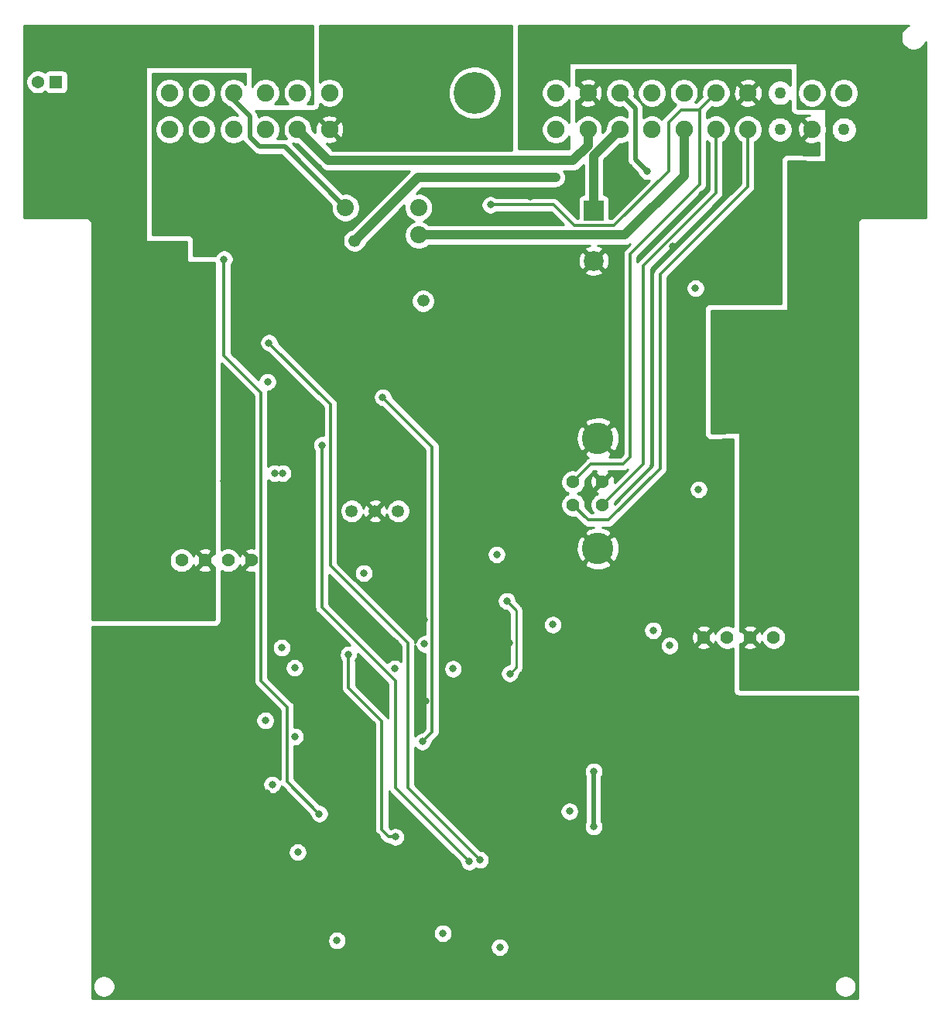
<source format=gbl>
G04 #@! TF.GenerationSoftware,KiCad,Pcbnew,(5.1.6-0-10_14)*
G04 #@! TF.CreationDate,2021-12-22T00:37:34+01:00*
G04 #@! TF.ProjectId,CHAdeMO_V2.0,43484164-654d-44f5-9f56-322e302e6b69,rev?*
G04 #@! TF.SameCoordinates,Original*
G04 #@! TF.FileFunction,Copper,L4,Bot*
G04 #@! TF.FilePolarity,Positive*
%FSLAX46Y46*%
G04 Gerber Fmt 4.6, Leading zero omitted, Abs format (unit mm)*
G04 Created by KiCad (PCBNEW (5.1.6-0-10_14)) date 2021-12-22 00:37:34*
%MOMM*%
%LPD*%
G01*
G04 APERTURE LIST*
G04 #@! TA.AperFunction,ComponentPad*
%ADD10C,1.875000*%
G04 #@! TD*
G04 #@! TA.AperFunction,ComponentPad*
%ADD11C,1.333000*%
G04 #@! TD*
G04 #@! TA.AperFunction,ComponentPad*
%ADD12C,1.350000*%
G04 #@! TD*
G04 #@! TA.AperFunction,ComponentPad*
%ADD13C,4.575000*%
G04 #@! TD*
G04 #@! TA.AperFunction,ComponentPad*
%ADD14C,1.905000*%
G04 #@! TD*
G04 #@! TA.AperFunction,ComponentPad*
%ADD15C,1.270000*%
G04 #@! TD*
G04 #@! TA.AperFunction,ComponentPad*
%ADD16C,1.368000*%
G04 #@! TD*
G04 #@! TA.AperFunction,ComponentPad*
%ADD17R,1.368000X1.368000*%
G04 #@! TD*
G04 #@! TA.AperFunction,ComponentPad*
%ADD18C,2.175000*%
G04 #@! TD*
G04 #@! TA.AperFunction,ComponentPad*
%ADD19R,2.175000X2.175000*%
G04 #@! TD*
G04 #@! TA.AperFunction,ComponentPad*
%ADD20C,1.430000*%
G04 #@! TD*
G04 #@! TA.AperFunction,ComponentPad*
%ADD21C,3.450000*%
G04 #@! TD*
G04 #@! TA.AperFunction,ComponentPad*
%ADD22C,1.431000*%
G04 #@! TD*
G04 #@! TA.AperFunction,ViaPad*
%ADD23C,0.800000*%
G04 #@! TD*
G04 #@! TA.AperFunction,Conductor*
%ADD24C,0.300000*%
G04 #@! TD*
G04 #@! TA.AperFunction,Conductor*
%ADD25C,1.000000*%
G04 #@! TD*
G04 #@! TA.AperFunction,Conductor*
%ADD26C,0.500000*%
G04 #@! TD*
G04 #@! TA.AperFunction,Conductor*
%ADD27C,0.250000*%
G04 #@! TD*
G04 #@! TA.AperFunction,Conductor*
%ADD28C,0.254000*%
G04 #@! TD*
G04 APERTURE END LIST*
D10*
X93868000Y-65541600D03*
X85868000Y-62541600D03*
X93868000Y-62541600D03*
D11*
X94368000Y-72741600D03*
X86868000Y-66141600D03*
D12*
X86563200Y-95707200D03*
X89103200Y-95707200D03*
X91643200Y-95707200D03*
D13*
X100000000Y-50000000D03*
D14*
X108890000Y-50000000D03*
X112390000Y-50000000D03*
X115890000Y-50000000D03*
X119390000Y-50000000D03*
X122890000Y-50000000D03*
X126390000Y-50000000D03*
X129890000Y-50000000D03*
D15*
X133390000Y-50000000D03*
D14*
X136890000Y-50000000D03*
X140390000Y-50000000D03*
X108890000Y-54000000D03*
X112390000Y-54000000D03*
X115890000Y-54000000D03*
X119390000Y-54000000D03*
X122890000Y-54000000D03*
X126390000Y-54000000D03*
X129890000Y-54000000D03*
D15*
X133390000Y-54000000D03*
D14*
X136890000Y-54000000D03*
D15*
X140390000Y-54000000D03*
D14*
X66620000Y-50000000D03*
X70120000Y-50000000D03*
X73620000Y-50000000D03*
X77120000Y-50000000D03*
X80620000Y-50000000D03*
X84120000Y-50000000D03*
X66620000Y-54000000D03*
X70120000Y-54000000D03*
X73620000Y-54000000D03*
X77120000Y-54000000D03*
X80620000Y-54000000D03*
X84120000Y-54000000D03*
D16*
X52213000Y-48810000D03*
D17*
X54213000Y-48810000D03*
D18*
X113030000Y-68339600D03*
D19*
X113030000Y-62839600D03*
D20*
X132689600Y-109524800D03*
X130149600Y-109524800D03*
X127609600Y-109524800D03*
X125069600Y-109524800D03*
X67945000Y-101092000D03*
X70485000Y-101092000D03*
X73025000Y-101092000D03*
X75565000Y-101092000D03*
D21*
X113479400Y-87762200D03*
X113479400Y-99802200D03*
D22*
X113969400Y-92532200D03*
X113969400Y-95032200D03*
X110769400Y-95032200D03*
X110769400Y-92532200D03*
D23*
X105600500Y-118491000D03*
X77292200Y-126517400D03*
X87185500Y-117475000D03*
X76085700Y-116560600D03*
X101855510Y-116550200D03*
X100388847Y-116369000D03*
X94513400Y-107543600D03*
X97459800Y-110083600D03*
X87325200Y-112090200D03*
X98679000Y-104546400D03*
X93599000Y-104800400D03*
X100914200Y-110172500D03*
X103797100Y-110096300D03*
X82270600Y-110515400D03*
X105689400Y-128930400D03*
X96189800Y-135026400D03*
X114528600Y-112623600D03*
X87122000Y-133477000D03*
X97001500Y-116380002D03*
X121640600Y-66802000D03*
X72593200Y-92405200D03*
X74269600Y-85013800D03*
X91338400Y-83185000D03*
X101600000Y-105549700D03*
X116116100Y-129870200D03*
X95504000Y-55943500D03*
X102425500Y-124155200D03*
X97001500Y-126619000D03*
X131762500Y-62484000D03*
X88773000Y-55943500D03*
X88773000Y-44577000D03*
X97091500Y-44577000D03*
X140462000Y-121602500D03*
X140462000Y-132651500D03*
X140462000Y-143700500D03*
X60007500Y-143700500D03*
X119646700Y-148018500D03*
X133731000Y-148018500D03*
X60007500Y-110553500D03*
X60007500Y-121602500D03*
X60007500Y-132651500D03*
X105562400Y-148018500D03*
X91478100Y-148018500D03*
X77393800Y-148018500D03*
X63309500Y-148018500D03*
X100584000Y-94691200D03*
X108204000Y-86080600D03*
X73888600Y-73533000D03*
X85420200Y-89230200D03*
X103098600Y-67589400D03*
X127723900Y-105524300D03*
X112064800Y-118745000D03*
X111125000Y-116738400D03*
X94157800Y-141960600D03*
X124307600Y-98806000D03*
X80518000Y-135432800D03*
X80441800Y-130556000D03*
X91363800Y-110083600D03*
X94615000Y-116484400D03*
X77914500Y-124206000D03*
X88836500Y-118999000D03*
X89281000Y-131318000D03*
X122275600Y-79502000D03*
X124777500Y-79502000D03*
X71120000Y-61468000D03*
X121221500Y-96202500D03*
X97663000Y-67691000D03*
X124155200Y-72898000D03*
X115697000Y-60960000D03*
X124841000Y-61087000D03*
X81534000Y-116332000D03*
X83566000Y-119253000D03*
X83693000Y-125984000D03*
X85090000Y-115824000D03*
X107416600Y-110121700D03*
X108839000Y-120853200D03*
X83947000Y-130073400D03*
X96875600Y-138379200D03*
X106045000Y-61341000D03*
X88366600Y-71526400D03*
X77851000Y-125603000D03*
X80340200Y-120345200D03*
X97637600Y-112953800D03*
X94513400Y-110236000D03*
X108546900Y-108127800D03*
X80314800Y-112852200D03*
X80645000Y-132994400D03*
X96520000Y-141859000D03*
X87858600Y-102489000D03*
X78892400Y-110642400D03*
X102743000Y-143383000D03*
X124155200Y-71348600D03*
X84937600Y-142646400D03*
X102412800Y-100457000D03*
X78130400Y-91567000D03*
X78968600Y-91567000D03*
X124485400Y-93345000D03*
X121323100Y-110401100D03*
X119519700Y-108750100D03*
X110375700Y-128524000D03*
X91262200Y-112928400D03*
X77101700Y-118592600D03*
X77343000Y-81584800D03*
X91338400Y-131318000D03*
X86207600Y-111404400D03*
X106172000Y-59245500D03*
X108839000Y-59245500D03*
X113017300Y-130200400D03*
X113030000Y-124155200D03*
X72593200Y-68173600D03*
X83007200Y-128803400D03*
X94284800Y-120904000D03*
X89941400Y-83261200D03*
X77495400Y-77317600D03*
X100568219Y-133848381D03*
X83286600Y-88493600D03*
X99415600Y-134035800D03*
X64109600Y-78359000D03*
X53263800Y-55829200D03*
X69291200Y-88900000D03*
X51816000Y-62484000D03*
X60007500Y-69850000D03*
X60007500Y-83417833D03*
X60007500Y-96985666D03*
X54673500Y-52451000D03*
X68262500Y-68834000D03*
X135382000Y-90424000D03*
X140081000Y-43497500D03*
X147828000Y-49720500D03*
X147828000Y-62484000D03*
X140081000Y-69850000D03*
X140081000Y-83417833D03*
X140081000Y-96985666D03*
X140081000Y-110553500D03*
X138633200Y-60190854D03*
X127381000Y-74993500D03*
X106172000Y-54991000D03*
X109918500Y-46228000D03*
X108902500Y-52006500D03*
X105981500Y-43497500D03*
X129032000Y-83058000D03*
X131445000Y-93726000D03*
X101727000Y-62230000D03*
X103855500Y-113474500D03*
X103517700Y-105535890D03*
X118872000Y-58547000D03*
D24*
X89852500Y-130568700D02*
X90601800Y-131318000D01*
X90601800Y-131318000D02*
X91338400Y-131318000D01*
X89852500Y-118706900D02*
X89852500Y-130568700D01*
X86207600Y-115062000D02*
X89852500Y-118706900D01*
X86207600Y-111379000D02*
X86207600Y-115062000D01*
X118470800Y-68861798D02*
X118470800Y-90530800D01*
X126390400Y-60942198D02*
X118470800Y-68861798D01*
X126390400Y-54000400D02*
X126390400Y-60942198D01*
X118470800Y-90530800D02*
X113969400Y-95032200D01*
X126390000Y-54000000D02*
X126390400Y-54000400D01*
X129890000Y-60229000D02*
X129890000Y-54000000D01*
X110769400Y-95032200D02*
X112435000Y-96697800D01*
X114668300Y-96697800D02*
X120269000Y-91097100D01*
X120269000Y-69850000D02*
X129890000Y-60229000D01*
X112435000Y-96697800D02*
X114668300Y-96697800D01*
X120269000Y-91097100D02*
X120269000Y-69850000D01*
D25*
X113030000Y-56860000D02*
X115890000Y-54000000D01*
X113030000Y-62839600D02*
X113030000Y-56860000D01*
X93764100Y-59245500D02*
X108839000Y-59245500D01*
X86868000Y-66141600D02*
X93764100Y-59245500D01*
D26*
X113017300Y-124167900D02*
X113017300Y-130187700D01*
X113030000Y-124155200D02*
X113017300Y-124167900D01*
D25*
X112390000Y-55758000D02*
X112390000Y-54000000D01*
X110744000Y-57404000D02*
X112390000Y-55758000D01*
X84024000Y-57404000D02*
X110744000Y-57404000D01*
X80620000Y-54000000D02*
X84024000Y-57404000D01*
X122890000Y-59101000D02*
X122890000Y-54000000D01*
X116449400Y-65541600D02*
X122890000Y-59101000D01*
X93868000Y-65541600D02*
X116449400Y-65541600D01*
D24*
X79502000Y-125298200D02*
X79502000Y-125095000D01*
X83007200Y-128803400D02*
X79502000Y-125298200D01*
X76630001Y-82776801D02*
X72593200Y-78740000D01*
X76630001Y-114254999D02*
X76630001Y-82776801D01*
X79502000Y-117126998D02*
X76630001Y-114254999D01*
X72593200Y-78740000D02*
X72593200Y-68173600D01*
X79502000Y-118364000D02*
X79502000Y-117126998D01*
X79502000Y-125298200D02*
X79502000Y-118237000D01*
X95365001Y-88684801D02*
X89941400Y-83261200D01*
X95365001Y-119823799D02*
X95365001Y-88684801D01*
X94284800Y-120904000D02*
X95365001Y-119823799D01*
D26*
X73620000Y-50760000D02*
X73620000Y-50000000D01*
X75438000Y-52578000D02*
X73620000Y-50760000D01*
X85868000Y-62541600D02*
X79206400Y-55880000D01*
X75438000Y-54864000D02*
X75438000Y-52578000D01*
X76454000Y-55880000D02*
X75438000Y-54864000D01*
X79206400Y-55880000D02*
X76454000Y-55880000D01*
D24*
X84239100Y-84061300D02*
X77495400Y-77317600D01*
X84239100Y-101688900D02*
X84239100Y-84061300D01*
X92698001Y-110147801D02*
X84239100Y-101688900D01*
X92698001Y-125978163D02*
X92698001Y-110147801D01*
X100568219Y-133848381D02*
X92698001Y-125978163D01*
X83286600Y-106222800D02*
X83286600Y-88493600D01*
X91313000Y-114249200D02*
X83286600Y-106222800D01*
X91313000Y-125933200D02*
X91313000Y-114249200D01*
X99415600Y-134035800D02*
X91313000Y-125933200D01*
X116205000Y-90576400D02*
X112725200Y-90576400D01*
X112725200Y-90576400D02*
X110769400Y-92532200D01*
X116992400Y-67640200D02*
X116992400Y-89789000D01*
X116992400Y-89789000D02*
X116205000Y-90576400D01*
X124612400Y-60020200D02*
X116992400Y-67640200D01*
X126390000Y-50000000D02*
X124612400Y-51777600D01*
X124612400Y-51777600D02*
X124612400Y-60020200D01*
X108661200Y-62230000D02*
X101727000Y-62230000D01*
X110947200Y-64516000D02*
X108661200Y-62230000D01*
X122555000Y-51841400D02*
X121208800Y-53187600D01*
X115265200Y-64516000D02*
X110947200Y-64516000D01*
X121208800Y-58572400D02*
X115265200Y-64516000D01*
X121208800Y-53187600D02*
X121208800Y-58572400D01*
X124612400Y-51841400D02*
X122555000Y-51841400D01*
D27*
X104571800Y-106589990D02*
X103517700Y-105535890D01*
X104571800Y-112758200D02*
X104571800Y-106589990D01*
X103855500Y-113474500D02*
X104571800Y-112758200D01*
D26*
X115890000Y-50000000D02*
X117576600Y-51686600D01*
X117576600Y-57251600D02*
X118872000Y-58547000D01*
X117576600Y-51686600D02*
X117576600Y-57251600D01*
D28*
G36*
X134493000Y-49136224D02*
G01*
X134475120Y-49109465D01*
X134280535Y-48914880D01*
X134051727Y-48761995D01*
X133797490Y-48656686D01*
X133527592Y-48603000D01*
X133252408Y-48603000D01*
X132982510Y-48656686D01*
X132728273Y-48761995D01*
X132499465Y-48914880D01*
X132304880Y-49109465D01*
X132151995Y-49338273D01*
X132046686Y-49592510D01*
X131993000Y-49862408D01*
X131993000Y-50137592D01*
X132046686Y-50407490D01*
X132151995Y-50661727D01*
X132304880Y-50890535D01*
X132499465Y-51085120D01*
X132728273Y-51238005D01*
X132982510Y-51343314D01*
X133252408Y-51397000D01*
X133527592Y-51397000D01*
X133797490Y-51343314D01*
X134051727Y-51238005D01*
X134280535Y-51085120D01*
X134475120Y-50890535D01*
X134493000Y-50863776D01*
X134493000Y-51790602D01*
X134505201Y-51914485D01*
X134541337Y-52033606D01*
X134600017Y-52143389D01*
X134678987Y-52239615D01*
X134775213Y-52318585D01*
X134884996Y-52377266D01*
X135004118Y-52413401D01*
X135128000Y-52425602D01*
X136685901Y-52425601D01*
X136515815Y-52449328D01*
X136220484Y-52552123D01*
X136058098Y-52638919D01*
X135968070Y-52898465D01*
X136890000Y-53820395D01*
X136904143Y-53806253D01*
X137083748Y-53985858D01*
X137069605Y-54000000D01*
X137083748Y-54014143D01*
X136904143Y-54193748D01*
X136890000Y-54179605D01*
X135968070Y-55101535D01*
X136058098Y-55361081D01*
X136339616Y-55497224D01*
X136642286Y-55575829D01*
X136954474Y-55593877D01*
X137264185Y-55550672D01*
X137559516Y-55447877D01*
X137642600Y-55403468D01*
X137642600Y-56751441D01*
X134116840Y-56724568D01*
X133988118Y-56736751D01*
X133868996Y-56772886D01*
X133759213Y-56831567D01*
X133662987Y-56910537D01*
X133584017Y-57006763D01*
X133525336Y-57116546D01*
X133489201Y-57235668D01*
X133477000Y-57359550D01*
X133477000Y-73025000D01*
X125730000Y-73025000D01*
X125606118Y-73037201D01*
X125486996Y-73073336D01*
X125377213Y-73132017D01*
X125280987Y-73210987D01*
X125202017Y-73307213D01*
X125143336Y-73416996D01*
X125107201Y-73536118D01*
X125095000Y-73660000D01*
X125095000Y-87274400D01*
X125107956Y-87402017D01*
X125144805Y-87520920D01*
X125204143Y-87630349D01*
X125283689Y-87726099D01*
X125380387Y-87804490D01*
X125490520Y-87862511D01*
X125609857Y-87897931D01*
X125733810Y-87909389D01*
X128270000Y-87894172D01*
X128270000Y-108342434D01*
X128249065Y-108328446D01*
X128003380Y-108226680D01*
X127742563Y-108174800D01*
X127476637Y-108174800D01*
X127215820Y-108226680D01*
X126970135Y-108328446D01*
X126749025Y-108476187D01*
X126560987Y-108664225D01*
X126413246Y-108885335D01*
X126338858Y-109064925D01*
X126292739Y-108938194D01*
X126236886Y-108833698D01*
X126001588Y-108772417D01*
X125249205Y-109524800D01*
X126001588Y-110277183D01*
X126236886Y-110215902D01*
X126341617Y-109991337D01*
X126413246Y-110164265D01*
X126560987Y-110385375D01*
X126749025Y-110573413D01*
X126970135Y-110721154D01*
X127215820Y-110822920D01*
X127476637Y-110874800D01*
X127742563Y-110874800D01*
X128003380Y-110822920D01*
X128249065Y-110721154D01*
X128270000Y-110707166D01*
X128270000Y-115309650D01*
X128282165Y-115433348D01*
X128318264Y-115552480D01*
X128376912Y-115662280D01*
X128455854Y-115758530D01*
X128552056Y-115837528D01*
X128661822Y-115896241D01*
X128780933Y-115932412D01*
X128904812Y-115944650D01*
X141865000Y-115948496D01*
X141865000Y-148984500D01*
X58135000Y-148984500D01*
X58135000Y-147550727D01*
X58239000Y-147550727D01*
X58239000Y-147789273D01*
X58285538Y-148023236D01*
X58376825Y-148243624D01*
X58509354Y-148441968D01*
X58678032Y-148610646D01*
X58876376Y-148743175D01*
X59096764Y-148834462D01*
X59330727Y-148881000D01*
X59569273Y-148881000D01*
X59803236Y-148834462D01*
X60023624Y-148743175D01*
X60221968Y-148610646D01*
X60390646Y-148441968D01*
X60523175Y-148243624D01*
X60614462Y-148023236D01*
X60661000Y-147789273D01*
X60661000Y-147550727D01*
X139339000Y-147550727D01*
X139339000Y-147789273D01*
X139385538Y-148023236D01*
X139476825Y-148243624D01*
X139609354Y-148441968D01*
X139778032Y-148610646D01*
X139976376Y-148743175D01*
X140196764Y-148834462D01*
X140430727Y-148881000D01*
X140669273Y-148881000D01*
X140903236Y-148834462D01*
X141123624Y-148743175D01*
X141321968Y-148610646D01*
X141490646Y-148441968D01*
X141623175Y-148243624D01*
X141714462Y-148023236D01*
X141761000Y-147789273D01*
X141761000Y-147550727D01*
X141714462Y-147316764D01*
X141623175Y-147096376D01*
X141490646Y-146898032D01*
X141321968Y-146729354D01*
X141123624Y-146596825D01*
X140903236Y-146505538D01*
X140669273Y-146459000D01*
X140430727Y-146459000D01*
X140196764Y-146505538D01*
X139976376Y-146596825D01*
X139778032Y-146729354D01*
X139609354Y-146898032D01*
X139476825Y-147096376D01*
X139385538Y-147316764D01*
X139339000Y-147550727D01*
X60661000Y-147550727D01*
X60614462Y-147316764D01*
X60523175Y-147096376D01*
X60390646Y-146898032D01*
X60221968Y-146729354D01*
X60023624Y-146596825D01*
X59803236Y-146505538D01*
X59569273Y-146459000D01*
X59330727Y-146459000D01*
X59096764Y-146505538D01*
X58876376Y-146596825D01*
X58678032Y-146729354D01*
X58509354Y-146898032D01*
X58376825Y-147096376D01*
X58285538Y-147316764D01*
X58239000Y-147550727D01*
X58135000Y-147550727D01*
X58135000Y-142544461D01*
X83902600Y-142544461D01*
X83902600Y-142748339D01*
X83942374Y-142948298D01*
X84020395Y-143136656D01*
X84133663Y-143306174D01*
X84277826Y-143450337D01*
X84447344Y-143563605D01*
X84635702Y-143641626D01*
X84835661Y-143681400D01*
X85039539Y-143681400D01*
X85239498Y-143641626D01*
X85427856Y-143563605D01*
X85597374Y-143450337D01*
X85741537Y-143306174D01*
X85758316Y-143281061D01*
X101708000Y-143281061D01*
X101708000Y-143484939D01*
X101747774Y-143684898D01*
X101825795Y-143873256D01*
X101939063Y-144042774D01*
X102083226Y-144186937D01*
X102252744Y-144300205D01*
X102441102Y-144378226D01*
X102641061Y-144418000D01*
X102844939Y-144418000D01*
X103044898Y-144378226D01*
X103233256Y-144300205D01*
X103402774Y-144186937D01*
X103546937Y-144042774D01*
X103660205Y-143873256D01*
X103738226Y-143684898D01*
X103778000Y-143484939D01*
X103778000Y-143281061D01*
X103738226Y-143081102D01*
X103660205Y-142892744D01*
X103546937Y-142723226D01*
X103402774Y-142579063D01*
X103233256Y-142465795D01*
X103044898Y-142387774D01*
X102844939Y-142348000D01*
X102641061Y-142348000D01*
X102441102Y-142387774D01*
X102252744Y-142465795D01*
X102083226Y-142579063D01*
X101939063Y-142723226D01*
X101825795Y-142892744D01*
X101747774Y-143081102D01*
X101708000Y-143281061D01*
X85758316Y-143281061D01*
X85854805Y-143136656D01*
X85932826Y-142948298D01*
X85972600Y-142748339D01*
X85972600Y-142544461D01*
X85932826Y-142344502D01*
X85854805Y-142156144D01*
X85741537Y-141986626D01*
X85597374Y-141842463D01*
X85469561Y-141757061D01*
X95485000Y-141757061D01*
X95485000Y-141960939D01*
X95524774Y-142160898D01*
X95602795Y-142349256D01*
X95716063Y-142518774D01*
X95860226Y-142662937D01*
X96029744Y-142776205D01*
X96218102Y-142854226D01*
X96418061Y-142894000D01*
X96621939Y-142894000D01*
X96821898Y-142854226D01*
X97010256Y-142776205D01*
X97179774Y-142662937D01*
X97323937Y-142518774D01*
X97437205Y-142349256D01*
X97515226Y-142160898D01*
X97555000Y-141960939D01*
X97555000Y-141757061D01*
X97515226Y-141557102D01*
X97437205Y-141368744D01*
X97323937Y-141199226D01*
X97179774Y-141055063D01*
X97010256Y-140941795D01*
X96821898Y-140863774D01*
X96621939Y-140824000D01*
X96418061Y-140824000D01*
X96218102Y-140863774D01*
X96029744Y-140941795D01*
X95860226Y-141055063D01*
X95716063Y-141199226D01*
X95602795Y-141368744D01*
X95524774Y-141557102D01*
X95485000Y-141757061D01*
X85469561Y-141757061D01*
X85427856Y-141729195D01*
X85239498Y-141651174D01*
X85039539Y-141611400D01*
X84835661Y-141611400D01*
X84635702Y-141651174D01*
X84447344Y-141729195D01*
X84277826Y-141842463D01*
X84133663Y-141986626D01*
X84020395Y-142156144D01*
X83942374Y-142344502D01*
X83902600Y-142544461D01*
X58135000Y-142544461D01*
X58135000Y-132892461D01*
X79610000Y-132892461D01*
X79610000Y-133096339D01*
X79649774Y-133296298D01*
X79727795Y-133484656D01*
X79841063Y-133654174D01*
X79985226Y-133798337D01*
X80154744Y-133911605D01*
X80343102Y-133989626D01*
X80543061Y-134029400D01*
X80746939Y-134029400D01*
X80946898Y-133989626D01*
X81135256Y-133911605D01*
X81304774Y-133798337D01*
X81448937Y-133654174D01*
X81562205Y-133484656D01*
X81640226Y-133296298D01*
X81680000Y-133096339D01*
X81680000Y-132892461D01*
X81640226Y-132692502D01*
X81562205Y-132504144D01*
X81448937Y-132334626D01*
X81304774Y-132190463D01*
X81135256Y-132077195D01*
X80946898Y-131999174D01*
X80746939Y-131959400D01*
X80543061Y-131959400D01*
X80343102Y-131999174D01*
X80154744Y-132077195D01*
X79985226Y-132190463D01*
X79841063Y-132334626D01*
X79727795Y-132504144D01*
X79649774Y-132692502D01*
X79610000Y-132892461D01*
X58135000Y-132892461D01*
X58135000Y-118490661D01*
X76066700Y-118490661D01*
X76066700Y-118694539D01*
X76106474Y-118894498D01*
X76184495Y-119082856D01*
X76297763Y-119252374D01*
X76441926Y-119396537D01*
X76611444Y-119509805D01*
X76799802Y-119587826D01*
X76999761Y-119627600D01*
X77203639Y-119627600D01*
X77403598Y-119587826D01*
X77591956Y-119509805D01*
X77761474Y-119396537D01*
X77905637Y-119252374D01*
X78018905Y-119082856D01*
X78096926Y-118894498D01*
X78136700Y-118694539D01*
X78136700Y-118490661D01*
X78096926Y-118290702D01*
X78018905Y-118102344D01*
X77905637Y-117932826D01*
X77761474Y-117788663D01*
X77591956Y-117675395D01*
X77403598Y-117597374D01*
X77203639Y-117557600D01*
X76999761Y-117557600D01*
X76799802Y-117597374D01*
X76611444Y-117675395D01*
X76441926Y-117788663D01*
X76297763Y-117932826D01*
X76184495Y-118102344D01*
X76106474Y-118290702D01*
X76066700Y-118490661D01*
X58135000Y-118490661D01*
X58135000Y-108338551D01*
X71627459Y-108350050D01*
X71751882Y-108337849D01*
X71871004Y-108301714D01*
X71980787Y-108243033D01*
X72077013Y-108164063D01*
X72155983Y-108067837D01*
X72214664Y-107958054D01*
X72250799Y-107838932D01*
X72263000Y-107715050D01*
X72263000Y-102206479D01*
X72385535Y-102288354D01*
X72631220Y-102390120D01*
X72892037Y-102442000D01*
X73157963Y-102442000D01*
X73418780Y-102390120D01*
X73664465Y-102288354D01*
X73885575Y-102140613D01*
X74073613Y-101952575D01*
X74221354Y-101731465D01*
X74295742Y-101551875D01*
X74341861Y-101678606D01*
X74397714Y-101783102D01*
X74633012Y-101844383D01*
X75385395Y-101092000D01*
X74633012Y-100339617D01*
X74397714Y-100400898D01*
X74292983Y-100625463D01*
X74221354Y-100452535D01*
X74073613Y-100231425D01*
X73885575Y-100043387D01*
X73664465Y-99895646D01*
X73418780Y-99793880D01*
X73157963Y-99742000D01*
X72892037Y-99742000D01*
X72631220Y-99793880D01*
X72385535Y-99895646D01*
X72263000Y-99977521D01*
X72263000Y-79519957D01*
X75845002Y-83101959D01*
X75845001Y-99770684D01*
X75756794Y-99749095D01*
X75491121Y-99737482D01*
X75228288Y-99777922D01*
X74978394Y-99868861D01*
X74873898Y-99924714D01*
X74812617Y-100160012D01*
X75565000Y-100912395D01*
X75579143Y-100898253D01*
X75758748Y-101077858D01*
X75744605Y-101092000D01*
X75758748Y-101106143D01*
X75579143Y-101285748D01*
X75565000Y-101271605D01*
X74812617Y-102023988D01*
X74873898Y-102259286D01*
X75114903Y-102371684D01*
X75373206Y-102434905D01*
X75638879Y-102446518D01*
X75845001Y-102414804D01*
X75845001Y-114216446D01*
X75841204Y-114254999D01*
X75845001Y-114293552D01*
X75845001Y-114293559D01*
X75856360Y-114408885D01*
X75901247Y-114556858D01*
X75974139Y-114693231D01*
X76072237Y-114812763D01*
X76102191Y-114837346D01*
X78717001Y-117452157D01*
X78717000Y-118402560D01*
X78717001Y-118402570D01*
X78717000Y-125036110D01*
X78654937Y-124943226D01*
X78510774Y-124799063D01*
X78341256Y-124685795D01*
X78152898Y-124607774D01*
X77952939Y-124568000D01*
X77749061Y-124568000D01*
X77549102Y-124607774D01*
X77360744Y-124685795D01*
X77191226Y-124799063D01*
X77047063Y-124943226D01*
X76933795Y-125112744D01*
X76855774Y-125301102D01*
X76816000Y-125501061D01*
X76816000Y-125704939D01*
X76855774Y-125904898D01*
X76933795Y-126093256D01*
X77047063Y-126262774D01*
X77191226Y-126406937D01*
X77360744Y-126520205D01*
X77549102Y-126598226D01*
X77749061Y-126638000D01*
X77952939Y-126638000D01*
X78152898Y-126598226D01*
X78341256Y-126520205D01*
X78510774Y-126406937D01*
X78654937Y-126262774D01*
X78768205Y-126093256D01*
X78846226Y-125904898D01*
X78873181Y-125769384D01*
X78944236Y-125855964D01*
X78974190Y-125880547D01*
X81972200Y-128878558D01*
X81972200Y-128905339D01*
X82011974Y-129105298D01*
X82089995Y-129293656D01*
X82203263Y-129463174D01*
X82347426Y-129607337D01*
X82516944Y-129720605D01*
X82705302Y-129798626D01*
X82905261Y-129838400D01*
X83109139Y-129838400D01*
X83309098Y-129798626D01*
X83497456Y-129720605D01*
X83666974Y-129607337D01*
X83811137Y-129463174D01*
X83924405Y-129293656D01*
X84002426Y-129105298D01*
X84042200Y-128905339D01*
X84042200Y-128701461D01*
X84002426Y-128501502D01*
X83924405Y-128313144D01*
X83811137Y-128143626D01*
X83666974Y-127999463D01*
X83497456Y-127886195D01*
X83309098Y-127808174D01*
X83109139Y-127768400D01*
X83082358Y-127768400D01*
X80287000Y-124973043D01*
X80287000Y-121380200D01*
X80442139Y-121380200D01*
X80642098Y-121340426D01*
X80830456Y-121262405D01*
X80999974Y-121149137D01*
X81144137Y-121004974D01*
X81257405Y-120835456D01*
X81335426Y-120647098D01*
X81375200Y-120447139D01*
X81375200Y-120243261D01*
X81335426Y-120043302D01*
X81257405Y-119854944D01*
X81144137Y-119685426D01*
X80999974Y-119541263D01*
X80830456Y-119427995D01*
X80642098Y-119349974D01*
X80442139Y-119310200D01*
X80287000Y-119310200D01*
X80287000Y-117165553D01*
X80290797Y-117126998D01*
X80287000Y-117088442D01*
X80287000Y-117088437D01*
X80283020Y-117048024D01*
X80275642Y-116973111D01*
X80230754Y-116825138D01*
X80157862Y-116688765D01*
X80059764Y-116569234D01*
X80029816Y-116544656D01*
X77415001Y-113929842D01*
X77415001Y-112750261D01*
X79279800Y-112750261D01*
X79279800Y-112954139D01*
X79319574Y-113154098D01*
X79397595Y-113342456D01*
X79510863Y-113511974D01*
X79655026Y-113656137D01*
X79824544Y-113769405D01*
X80012902Y-113847426D01*
X80212861Y-113887200D01*
X80416739Y-113887200D01*
X80616698Y-113847426D01*
X80805056Y-113769405D01*
X80974574Y-113656137D01*
X81118737Y-113511974D01*
X81232005Y-113342456D01*
X81310026Y-113154098D01*
X81349800Y-112954139D01*
X81349800Y-112750261D01*
X81310026Y-112550302D01*
X81232005Y-112361944D01*
X81118737Y-112192426D01*
X80974574Y-112048263D01*
X80805056Y-111934995D01*
X80616698Y-111856974D01*
X80416739Y-111817200D01*
X80212861Y-111817200D01*
X80012902Y-111856974D01*
X79824544Y-111934995D01*
X79655026Y-112048263D01*
X79510863Y-112192426D01*
X79397595Y-112361944D01*
X79319574Y-112550302D01*
X79279800Y-112750261D01*
X77415001Y-112750261D01*
X77415001Y-110540461D01*
X77857400Y-110540461D01*
X77857400Y-110744339D01*
X77897174Y-110944298D01*
X77975195Y-111132656D01*
X78088463Y-111302174D01*
X78232626Y-111446337D01*
X78402144Y-111559605D01*
X78590502Y-111637626D01*
X78790461Y-111677400D01*
X78994339Y-111677400D01*
X79194298Y-111637626D01*
X79382656Y-111559605D01*
X79552174Y-111446337D01*
X79696337Y-111302174D01*
X79809605Y-111132656D01*
X79887626Y-110944298D01*
X79927400Y-110744339D01*
X79927400Y-110540461D01*
X79887626Y-110340502D01*
X79809605Y-110152144D01*
X79696337Y-109982626D01*
X79552174Y-109838463D01*
X79382656Y-109725195D01*
X79194298Y-109647174D01*
X78994339Y-109607400D01*
X78790461Y-109607400D01*
X78590502Y-109647174D01*
X78402144Y-109725195D01*
X78232626Y-109838463D01*
X78088463Y-109982626D01*
X77975195Y-110152144D01*
X77897174Y-110340502D01*
X77857400Y-110540461D01*
X77415001Y-110540461D01*
X77415001Y-92315312D01*
X77470626Y-92370937D01*
X77640144Y-92484205D01*
X77828502Y-92562226D01*
X78028461Y-92602000D01*
X78232339Y-92602000D01*
X78432298Y-92562226D01*
X78549500Y-92513679D01*
X78666702Y-92562226D01*
X78866661Y-92602000D01*
X79070539Y-92602000D01*
X79270498Y-92562226D01*
X79458856Y-92484205D01*
X79628374Y-92370937D01*
X79772537Y-92226774D01*
X79885805Y-92057256D01*
X79963826Y-91868898D01*
X80003600Y-91668939D01*
X80003600Y-91465061D01*
X79963826Y-91265102D01*
X79885805Y-91076744D01*
X79772537Y-90907226D01*
X79628374Y-90763063D01*
X79458856Y-90649795D01*
X79270498Y-90571774D01*
X79070539Y-90532000D01*
X78866661Y-90532000D01*
X78666702Y-90571774D01*
X78549500Y-90620321D01*
X78432298Y-90571774D01*
X78232339Y-90532000D01*
X78028461Y-90532000D01*
X77828502Y-90571774D01*
X77640144Y-90649795D01*
X77470626Y-90763063D01*
X77415001Y-90818688D01*
X77415001Y-82815357D01*
X77418798Y-82776801D01*
X77415001Y-82738245D01*
X77415001Y-82738240D01*
X77409152Y-82678855D01*
X77403643Y-82622914D01*
X77402698Y-82619800D01*
X77444939Y-82619800D01*
X77644898Y-82580026D01*
X77833256Y-82502005D01*
X78002774Y-82388737D01*
X78146937Y-82244574D01*
X78260205Y-82075056D01*
X78338226Y-81886698D01*
X78378000Y-81686739D01*
X78378000Y-81482861D01*
X78338226Y-81282902D01*
X78260205Y-81094544D01*
X78146937Y-80925026D01*
X78002774Y-80780863D01*
X77833256Y-80667595D01*
X77644898Y-80589574D01*
X77444939Y-80549800D01*
X77241061Y-80549800D01*
X77041102Y-80589574D01*
X76852744Y-80667595D01*
X76683226Y-80780863D01*
X76539063Y-80925026D01*
X76425795Y-81094544D01*
X76347774Y-81282902D01*
X76330932Y-81367575D01*
X73378200Y-78414843D01*
X73378200Y-77215661D01*
X76460400Y-77215661D01*
X76460400Y-77419539D01*
X76500174Y-77619498D01*
X76578195Y-77807856D01*
X76691463Y-77977374D01*
X76835626Y-78121537D01*
X77005144Y-78234805D01*
X77193502Y-78312826D01*
X77393461Y-78352600D01*
X77420243Y-78352600D01*
X83454101Y-84386459D01*
X83454101Y-87471641D01*
X83388539Y-87458600D01*
X83184661Y-87458600D01*
X82984702Y-87498374D01*
X82796344Y-87576395D01*
X82626826Y-87689663D01*
X82482663Y-87833826D01*
X82369395Y-88003344D01*
X82291374Y-88191702D01*
X82251600Y-88391661D01*
X82251600Y-88595539D01*
X82291374Y-88795498D01*
X82369395Y-88983856D01*
X82482663Y-89153374D01*
X82501601Y-89172312D01*
X82501600Y-106184247D01*
X82497803Y-106222800D01*
X82501600Y-106261353D01*
X82501600Y-106261360D01*
X82512959Y-106376686D01*
X82557846Y-106524659D01*
X82630738Y-106661032D01*
X82728836Y-106780564D01*
X82758790Y-106805147D01*
X86326396Y-110372753D01*
X86309539Y-110369400D01*
X86105661Y-110369400D01*
X85905702Y-110409174D01*
X85717344Y-110487195D01*
X85547826Y-110600463D01*
X85403663Y-110744626D01*
X85290395Y-110914144D01*
X85212374Y-111102502D01*
X85172600Y-111302461D01*
X85172600Y-111506339D01*
X85212374Y-111706298D01*
X85290395Y-111894656D01*
X85403663Y-112064174D01*
X85422600Y-112083111D01*
X85422601Y-115023437D01*
X85418803Y-115062000D01*
X85433959Y-115215886D01*
X85478846Y-115363859D01*
X85478847Y-115363860D01*
X85551739Y-115500233D01*
X85592290Y-115549644D01*
X85625255Y-115589812D01*
X85625259Y-115589816D01*
X85649837Y-115619764D01*
X85679785Y-115644342D01*
X89067500Y-119032058D01*
X89067501Y-130530137D01*
X89063703Y-130568700D01*
X89078859Y-130722586D01*
X89123746Y-130870559D01*
X89123747Y-130870560D01*
X89196639Y-131006933D01*
X89237190Y-131056344D01*
X89270155Y-131096512D01*
X89270159Y-131096516D01*
X89294737Y-131126464D01*
X89324685Y-131151042D01*
X90019457Y-131845815D01*
X90044036Y-131875764D01*
X90073984Y-131900342D01*
X90073987Y-131900345D01*
X90103359Y-131924450D01*
X90163567Y-131973862D01*
X90299940Y-132046754D01*
X90400291Y-132077195D01*
X90447912Y-132091641D01*
X90462290Y-132093057D01*
X90563239Y-132103000D01*
X90563246Y-132103000D01*
X90601799Y-132106797D01*
X90640352Y-132103000D01*
X90659689Y-132103000D01*
X90678626Y-132121937D01*
X90848144Y-132235205D01*
X91036502Y-132313226D01*
X91236461Y-132353000D01*
X91440339Y-132353000D01*
X91640298Y-132313226D01*
X91828656Y-132235205D01*
X91998174Y-132121937D01*
X92142337Y-131977774D01*
X92255605Y-131808256D01*
X92333626Y-131619898D01*
X92373400Y-131419939D01*
X92373400Y-131216061D01*
X92333626Y-131016102D01*
X92255605Y-130827744D01*
X92142337Y-130658226D01*
X91998174Y-130514063D01*
X91828656Y-130400795D01*
X91640298Y-130322774D01*
X91440339Y-130283000D01*
X91236461Y-130283000D01*
X91036502Y-130322774D01*
X90848144Y-130400795D01*
X90816138Y-130422181D01*
X90637500Y-130243543D01*
X90637500Y-126334691D01*
X90657138Y-126371432D01*
X90755236Y-126490964D01*
X90785190Y-126515547D01*
X98380600Y-134110957D01*
X98380600Y-134137739D01*
X98420374Y-134337698D01*
X98498395Y-134526056D01*
X98611663Y-134695574D01*
X98755826Y-134839737D01*
X98925344Y-134953005D01*
X99113702Y-135031026D01*
X99313661Y-135070800D01*
X99517539Y-135070800D01*
X99717498Y-135031026D01*
X99905856Y-134953005D01*
X100075374Y-134839737D01*
X100128565Y-134786546D01*
X100266321Y-134843607D01*
X100466280Y-134883381D01*
X100670158Y-134883381D01*
X100870117Y-134843607D01*
X101058475Y-134765586D01*
X101227993Y-134652318D01*
X101372156Y-134508155D01*
X101485424Y-134338637D01*
X101563445Y-134150279D01*
X101603219Y-133950320D01*
X101603219Y-133746442D01*
X101563445Y-133546483D01*
X101485424Y-133358125D01*
X101372156Y-133188607D01*
X101227993Y-133044444D01*
X101058475Y-132931176D01*
X100870117Y-132853155D01*
X100670158Y-132813381D01*
X100643377Y-132813381D01*
X97928457Y-130098461D01*
X111982300Y-130098461D01*
X111982300Y-130302339D01*
X112022074Y-130502298D01*
X112100095Y-130690656D01*
X112213363Y-130860174D01*
X112357526Y-131004337D01*
X112527044Y-131117605D01*
X112715402Y-131195626D01*
X112915361Y-131235400D01*
X113119239Y-131235400D01*
X113319198Y-131195626D01*
X113507556Y-131117605D01*
X113677074Y-131004337D01*
X113821237Y-130860174D01*
X113934505Y-130690656D01*
X114012526Y-130502298D01*
X114052300Y-130302339D01*
X114052300Y-130098461D01*
X114012526Y-129898502D01*
X113934505Y-129710144D01*
X113902300Y-129661946D01*
X113902300Y-124712661D01*
X113947205Y-124645456D01*
X114025226Y-124457098D01*
X114065000Y-124257139D01*
X114065000Y-124053261D01*
X114025226Y-123853302D01*
X113947205Y-123664944D01*
X113833937Y-123495426D01*
X113689774Y-123351263D01*
X113520256Y-123237995D01*
X113331898Y-123159974D01*
X113131939Y-123120200D01*
X112928061Y-123120200D01*
X112728102Y-123159974D01*
X112539744Y-123237995D01*
X112370226Y-123351263D01*
X112226063Y-123495426D01*
X112112795Y-123664944D01*
X112034774Y-123853302D01*
X111995000Y-124053261D01*
X111995000Y-124257139D01*
X112034774Y-124457098D01*
X112112795Y-124645456D01*
X112132300Y-124674648D01*
X112132301Y-129661944D01*
X112100095Y-129710144D01*
X112022074Y-129898502D01*
X111982300Y-130098461D01*
X97928457Y-130098461D01*
X96252057Y-128422061D01*
X109340700Y-128422061D01*
X109340700Y-128625939D01*
X109380474Y-128825898D01*
X109458495Y-129014256D01*
X109571763Y-129183774D01*
X109715926Y-129327937D01*
X109885444Y-129441205D01*
X110073802Y-129519226D01*
X110273761Y-129559000D01*
X110477639Y-129559000D01*
X110677598Y-129519226D01*
X110865956Y-129441205D01*
X111035474Y-129327937D01*
X111179637Y-129183774D01*
X111292905Y-129014256D01*
X111370926Y-128825898D01*
X111410700Y-128625939D01*
X111410700Y-128422061D01*
X111370926Y-128222102D01*
X111292905Y-128033744D01*
X111179637Y-127864226D01*
X111035474Y-127720063D01*
X110865956Y-127606795D01*
X110677598Y-127528774D01*
X110477639Y-127489000D01*
X110273761Y-127489000D01*
X110073802Y-127528774D01*
X109885444Y-127606795D01*
X109715926Y-127720063D01*
X109571763Y-127864226D01*
X109458495Y-128033744D01*
X109380474Y-128222102D01*
X109340700Y-128422061D01*
X96252057Y-128422061D01*
X93483001Y-125653006D01*
X93483001Y-121565912D01*
X93625026Y-121707937D01*
X93794544Y-121821205D01*
X93982902Y-121899226D01*
X94182861Y-121939000D01*
X94386739Y-121939000D01*
X94586698Y-121899226D01*
X94775056Y-121821205D01*
X94944574Y-121707937D01*
X95088737Y-121563774D01*
X95202005Y-121394256D01*
X95280026Y-121205898D01*
X95319800Y-121005939D01*
X95319800Y-120979157D01*
X95892818Y-120406140D01*
X95922765Y-120381563D01*
X96020863Y-120262032D01*
X96093755Y-120125659D01*
X96093755Y-120125658D01*
X96138643Y-119977686D01*
X96149347Y-119869000D01*
X96150001Y-119862360D01*
X96150001Y-119862355D01*
X96153798Y-119823799D01*
X96150001Y-119785243D01*
X96150001Y-112851861D01*
X96602600Y-112851861D01*
X96602600Y-113055739D01*
X96642374Y-113255698D01*
X96720395Y-113444056D01*
X96833663Y-113613574D01*
X96977826Y-113757737D01*
X97147344Y-113871005D01*
X97335702Y-113949026D01*
X97535661Y-113988800D01*
X97739539Y-113988800D01*
X97939498Y-113949026D01*
X98127856Y-113871005D01*
X98297374Y-113757737D01*
X98441537Y-113613574D01*
X98554805Y-113444056D01*
X98632826Y-113255698D01*
X98672600Y-113055739D01*
X98672600Y-112851861D01*
X98632826Y-112651902D01*
X98554805Y-112463544D01*
X98441537Y-112294026D01*
X98297374Y-112149863D01*
X98127856Y-112036595D01*
X97939498Y-111958574D01*
X97739539Y-111918800D01*
X97535661Y-111918800D01*
X97335702Y-111958574D01*
X97147344Y-112036595D01*
X96977826Y-112149863D01*
X96833663Y-112294026D01*
X96720395Y-112463544D01*
X96642374Y-112651902D01*
X96602600Y-112851861D01*
X96150001Y-112851861D01*
X96150001Y-105433951D01*
X102482700Y-105433951D01*
X102482700Y-105637829D01*
X102522474Y-105837788D01*
X102600495Y-106026146D01*
X102713763Y-106195664D01*
X102857926Y-106339827D01*
X103027444Y-106453095D01*
X103215802Y-106531116D01*
X103415761Y-106570890D01*
X103477899Y-106570890D01*
X103811801Y-106904793D01*
X103811800Y-112439500D01*
X103753561Y-112439500D01*
X103553602Y-112479274D01*
X103365244Y-112557295D01*
X103195726Y-112670563D01*
X103051563Y-112814726D01*
X102938295Y-112984244D01*
X102860274Y-113172602D01*
X102820500Y-113372561D01*
X102820500Y-113576439D01*
X102860274Y-113776398D01*
X102938295Y-113964756D01*
X103051563Y-114134274D01*
X103195726Y-114278437D01*
X103365244Y-114391705D01*
X103553602Y-114469726D01*
X103753561Y-114509500D01*
X103957439Y-114509500D01*
X104157398Y-114469726D01*
X104345756Y-114391705D01*
X104515274Y-114278437D01*
X104659437Y-114134274D01*
X104772705Y-113964756D01*
X104850726Y-113776398D01*
X104890500Y-113576439D01*
X104890500Y-113514302D01*
X105082804Y-113321998D01*
X105111801Y-113298201D01*
X105206774Y-113182476D01*
X105277346Y-113050447D01*
X105320803Y-112907186D01*
X105331800Y-112795533D01*
X105331800Y-112795524D01*
X105335476Y-112758201D01*
X105331800Y-112720878D01*
X105331800Y-110299161D01*
X120288100Y-110299161D01*
X120288100Y-110503039D01*
X120327874Y-110702998D01*
X120405895Y-110891356D01*
X120519163Y-111060874D01*
X120663326Y-111205037D01*
X120832844Y-111318305D01*
X121021202Y-111396326D01*
X121221161Y-111436100D01*
X121425039Y-111436100D01*
X121624998Y-111396326D01*
X121813356Y-111318305D01*
X121982874Y-111205037D01*
X122127037Y-111060874D01*
X122240305Y-110891356D01*
X122318326Y-110702998D01*
X122358100Y-110503039D01*
X122358100Y-110456788D01*
X124317217Y-110456788D01*
X124378498Y-110692086D01*
X124619503Y-110804484D01*
X124877806Y-110867705D01*
X125143479Y-110879318D01*
X125406312Y-110838878D01*
X125656206Y-110747939D01*
X125760702Y-110692086D01*
X125821983Y-110456788D01*
X125069600Y-109704405D01*
X124317217Y-110456788D01*
X122358100Y-110456788D01*
X122358100Y-110299161D01*
X122318326Y-110099202D01*
X122240305Y-109910844D01*
X122127037Y-109741326D01*
X121984390Y-109598679D01*
X123715082Y-109598679D01*
X123755522Y-109861512D01*
X123846461Y-110111406D01*
X123902314Y-110215902D01*
X124137612Y-110277183D01*
X124889995Y-109524800D01*
X124137612Y-108772417D01*
X123902314Y-108833698D01*
X123789916Y-109074703D01*
X123726695Y-109333006D01*
X123715082Y-109598679D01*
X121984390Y-109598679D01*
X121982874Y-109597163D01*
X121813356Y-109483895D01*
X121624998Y-109405874D01*
X121425039Y-109366100D01*
X121221161Y-109366100D01*
X121021202Y-109405874D01*
X120832844Y-109483895D01*
X120663326Y-109597163D01*
X120519163Y-109741326D01*
X120405895Y-109910844D01*
X120327874Y-110099202D01*
X120288100Y-110299161D01*
X105331800Y-110299161D01*
X105331800Y-108025861D01*
X107511900Y-108025861D01*
X107511900Y-108229739D01*
X107551674Y-108429698D01*
X107629695Y-108618056D01*
X107742963Y-108787574D01*
X107887126Y-108931737D01*
X108056644Y-109045005D01*
X108245002Y-109123026D01*
X108444961Y-109162800D01*
X108648839Y-109162800D01*
X108848798Y-109123026D01*
X109037156Y-109045005D01*
X109206674Y-108931737D01*
X109350837Y-108787574D01*
X109443989Y-108648161D01*
X118484700Y-108648161D01*
X118484700Y-108852039D01*
X118524474Y-109051998D01*
X118602495Y-109240356D01*
X118715763Y-109409874D01*
X118859926Y-109554037D01*
X119029444Y-109667305D01*
X119217802Y-109745326D01*
X119417761Y-109785100D01*
X119621639Y-109785100D01*
X119821598Y-109745326D01*
X120009956Y-109667305D01*
X120179474Y-109554037D01*
X120323637Y-109409874D01*
X120436905Y-109240356D01*
X120514926Y-109051998D01*
X120554700Y-108852039D01*
X120554700Y-108648161D01*
X120543691Y-108592812D01*
X124317217Y-108592812D01*
X125069600Y-109345195D01*
X125821983Y-108592812D01*
X125760702Y-108357514D01*
X125519697Y-108245116D01*
X125261394Y-108181895D01*
X124995721Y-108170282D01*
X124732888Y-108210722D01*
X124482994Y-108301661D01*
X124378498Y-108357514D01*
X124317217Y-108592812D01*
X120543691Y-108592812D01*
X120514926Y-108448202D01*
X120436905Y-108259844D01*
X120323637Y-108090326D01*
X120179474Y-107946163D01*
X120009956Y-107832895D01*
X119821598Y-107754874D01*
X119621639Y-107715100D01*
X119417761Y-107715100D01*
X119217802Y-107754874D01*
X119029444Y-107832895D01*
X118859926Y-107946163D01*
X118715763Y-108090326D01*
X118602495Y-108259844D01*
X118524474Y-108448202D01*
X118484700Y-108648161D01*
X109443989Y-108648161D01*
X109464105Y-108618056D01*
X109542126Y-108429698D01*
X109581900Y-108229739D01*
X109581900Y-108025861D01*
X109542126Y-107825902D01*
X109464105Y-107637544D01*
X109350837Y-107468026D01*
X109206674Y-107323863D01*
X109037156Y-107210595D01*
X108848798Y-107132574D01*
X108648839Y-107092800D01*
X108444961Y-107092800D01*
X108245002Y-107132574D01*
X108056644Y-107210595D01*
X107887126Y-107323863D01*
X107742963Y-107468026D01*
X107629695Y-107637544D01*
X107551674Y-107825902D01*
X107511900Y-108025861D01*
X105331800Y-108025861D01*
X105331800Y-106627323D01*
X105335477Y-106589990D01*
X105329043Y-106524660D01*
X105320803Y-106441004D01*
X105277346Y-106297743D01*
X105206774Y-106165714D01*
X105111801Y-106049989D01*
X105082803Y-106026191D01*
X104552700Y-105496089D01*
X104552700Y-105433951D01*
X104512926Y-105233992D01*
X104434905Y-105045634D01*
X104321637Y-104876116D01*
X104177474Y-104731953D01*
X104007956Y-104618685D01*
X103819598Y-104540664D01*
X103619639Y-104500890D01*
X103415761Y-104500890D01*
X103215802Y-104540664D01*
X103027444Y-104618685D01*
X102857926Y-104731953D01*
X102713763Y-104876116D01*
X102600495Y-105045634D01*
X102522474Y-105233992D01*
X102482700Y-105433951D01*
X96150001Y-105433951D01*
X96150001Y-100355061D01*
X101377800Y-100355061D01*
X101377800Y-100558939D01*
X101417574Y-100758898D01*
X101495595Y-100947256D01*
X101608863Y-101116774D01*
X101753026Y-101260937D01*
X101922544Y-101374205D01*
X102110902Y-101452226D01*
X102310861Y-101492000D01*
X102514739Y-101492000D01*
X102705698Y-101454016D01*
X112007189Y-101454016D01*
X112190260Y-101792614D01*
X112603341Y-102005868D01*
X113050088Y-102134435D01*
X113513333Y-102173377D01*
X113975275Y-102121196D01*
X114418161Y-101979897D01*
X114768540Y-101792614D01*
X114951611Y-101454016D01*
X113479400Y-99981805D01*
X112007189Y-101454016D01*
X102705698Y-101454016D01*
X102714698Y-101452226D01*
X102903056Y-101374205D01*
X103072574Y-101260937D01*
X103216737Y-101116774D01*
X103330005Y-100947256D01*
X103408026Y-100758898D01*
X103447800Y-100558939D01*
X103447800Y-100355061D01*
X103408026Y-100155102D01*
X103330005Y-99966744D01*
X103242734Y-99836133D01*
X111108223Y-99836133D01*
X111160404Y-100298075D01*
X111301703Y-100740961D01*
X111488986Y-101091340D01*
X111827584Y-101274411D01*
X113299795Y-99802200D01*
X113659005Y-99802200D01*
X115131216Y-101274411D01*
X115469814Y-101091340D01*
X115683068Y-100678259D01*
X115811635Y-100231512D01*
X115850577Y-99768267D01*
X115798396Y-99306325D01*
X115657097Y-98863439D01*
X115469814Y-98513060D01*
X115131216Y-98329989D01*
X113659005Y-99802200D01*
X113299795Y-99802200D01*
X111827584Y-98329989D01*
X111488986Y-98513060D01*
X111275732Y-98926141D01*
X111147165Y-99372888D01*
X111108223Y-99836133D01*
X103242734Y-99836133D01*
X103216737Y-99797226D01*
X103072574Y-99653063D01*
X102903056Y-99539795D01*
X102714698Y-99461774D01*
X102514739Y-99422000D01*
X102310861Y-99422000D01*
X102110902Y-99461774D01*
X101922544Y-99539795D01*
X101753026Y-99653063D01*
X101608863Y-99797226D01*
X101495595Y-99966744D01*
X101417574Y-100155102D01*
X101377800Y-100355061D01*
X96150001Y-100355061D01*
X96150001Y-88723353D01*
X96153798Y-88684800D01*
X96150001Y-88646247D01*
X96150001Y-88646240D01*
X96138642Y-88530914D01*
X96093755Y-88382941D01*
X96020863Y-88246568D01*
X95922765Y-88127037D01*
X95892817Y-88102459D01*
X95586491Y-87796133D01*
X111108223Y-87796133D01*
X111160404Y-88258075D01*
X111301703Y-88700961D01*
X111488986Y-89051340D01*
X111827584Y-89234411D01*
X113299795Y-87762200D01*
X113659005Y-87762200D01*
X115131216Y-89234411D01*
X115469814Y-89051340D01*
X115683068Y-88638259D01*
X115811635Y-88191512D01*
X115850577Y-87728267D01*
X115798396Y-87266325D01*
X115657097Y-86823439D01*
X115469814Y-86473060D01*
X115131216Y-86289989D01*
X113659005Y-87762200D01*
X113299795Y-87762200D01*
X111827584Y-86289989D01*
X111488986Y-86473060D01*
X111275732Y-86886141D01*
X111147165Y-87332888D01*
X111108223Y-87796133D01*
X95586491Y-87796133D01*
X93900742Y-86110384D01*
X112007189Y-86110384D01*
X113479400Y-87582595D01*
X114951611Y-86110384D01*
X114768540Y-85771786D01*
X114355459Y-85558532D01*
X113908712Y-85429965D01*
X113445467Y-85391023D01*
X112983525Y-85443204D01*
X112540639Y-85584503D01*
X112190260Y-85771786D01*
X112007189Y-86110384D01*
X93900742Y-86110384D01*
X90976400Y-83186043D01*
X90976400Y-83159261D01*
X90936626Y-82959302D01*
X90858605Y-82770944D01*
X90745337Y-82601426D01*
X90601174Y-82457263D01*
X90431656Y-82343995D01*
X90243298Y-82265974D01*
X90043339Y-82226200D01*
X89839461Y-82226200D01*
X89639502Y-82265974D01*
X89451144Y-82343995D01*
X89281626Y-82457263D01*
X89137463Y-82601426D01*
X89024195Y-82770944D01*
X88946174Y-82959302D01*
X88906400Y-83159261D01*
X88906400Y-83363139D01*
X88946174Y-83563098D01*
X89024195Y-83751456D01*
X89137463Y-83920974D01*
X89281626Y-84065137D01*
X89451144Y-84178405D01*
X89639502Y-84256426D01*
X89839461Y-84296200D01*
X89866243Y-84296200D01*
X94580002Y-89009960D01*
X94580001Y-109201000D01*
X94411461Y-109201000D01*
X94211502Y-109240774D01*
X94023144Y-109318795D01*
X93853626Y-109432063D01*
X93709463Y-109576226D01*
X93596195Y-109745744D01*
X93518174Y-109934102D01*
X93483112Y-110110372D01*
X93483001Y-110109245D01*
X93483001Y-110109240D01*
X93478471Y-110063244D01*
X93471643Y-109993914D01*
X93426755Y-109845941D01*
X93394235Y-109785100D01*
X93353863Y-109709568D01*
X93255765Y-109590037D01*
X93225811Y-109565454D01*
X86047418Y-102387061D01*
X86823600Y-102387061D01*
X86823600Y-102590939D01*
X86863374Y-102790898D01*
X86941395Y-102979256D01*
X87054663Y-103148774D01*
X87198826Y-103292937D01*
X87368344Y-103406205D01*
X87556702Y-103484226D01*
X87756661Y-103524000D01*
X87960539Y-103524000D01*
X88160498Y-103484226D01*
X88348856Y-103406205D01*
X88518374Y-103292937D01*
X88662537Y-103148774D01*
X88775805Y-102979256D01*
X88853826Y-102790898D01*
X88893600Y-102590939D01*
X88893600Y-102387061D01*
X88853826Y-102187102D01*
X88775805Y-101998744D01*
X88662537Y-101829226D01*
X88518374Y-101685063D01*
X88348856Y-101571795D01*
X88160498Y-101493774D01*
X87960539Y-101454000D01*
X87756661Y-101454000D01*
X87556702Y-101493774D01*
X87368344Y-101571795D01*
X87198826Y-101685063D01*
X87054663Y-101829226D01*
X86941395Y-101998744D01*
X86863374Y-102187102D01*
X86823600Y-102387061D01*
X86047418Y-102387061D01*
X85024100Y-101363743D01*
X85024100Y-95578176D01*
X85253200Y-95578176D01*
X85253200Y-95836224D01*
X85303542Y-96089313D01*
X85402293Y-96327718D01*
X85545656Y-96542277D01*
X85728123Y-96724744D01*
X85942682Y-96868107D01*
X86181087Y-96966858D01*
X86434176Y-97017200D01*
X86692224Y-97017200D01*
X86945313Y-96966858D01*
X87183718Y-96868107D01*
X87398277Y-96724744D01*
X87512421Y-96610600D01*
X88379405Y-96610600D01*
X88435830Y-96841821D01*
X88670008Y-96950217D01*
X88920833Y-97010845D01*
X89178665Y-97021374D01*
X89433598Y-96981400D01*
X89675833Y-96892459D01*
X89770570Y-96841821D01*
X89826995Y-96610600D01*
X89103200Y-95886805D01*
X88379405Y-96610600D01*
X87512421Y-96610600D01*
X87580744Y-96542277D01*
X87724107Y-96327718D01*
X87822858Y-96089313D01*
X87831688Y-96044920D01*
X87917941Y-96279833D01*
X87968579Y-96374570D01*
X88199800Y-96430995D01*
X88923595Y-95707200D01*
X89282805Y-95707200D01*
X90006600Y-96430995D01*
X90237821Y-96374570D01*
X90346217Y-96140392D01*
X90372266Y-96032624D01*
X90383542Y-96089313D01*
X90482293Y-96327718D01*
X90625656Y-96542277D01*
X90808123Y-96724744D01*
X91022682Y-96868107D01*
X91261087Y-96966858D01*
X91514176Y-97017200D01*
X91772224Y-97017200D01*
X92025313Y-96966858D01*
X92263718Y-96868107D01*
X92478277Y-96724744D01*
X92660744Y-96542277D01*
X92804107Y-96327718D01*
X92902858Y-96089313D01*
X92953200Y-95836224D01*
X92953200Y-95578176D01*
X92902858Y-95325087D01*
X92804107Y-95086682D01*
X92660744Y-94872123D01*
X92478277Y-94689656D01*
X92263718Y-94546293D01*
X92025313Y-94447542D01*
X91772224Y-94397200D01*
X91514176Y-94397200D01*
X91261087Y-94447542D01*
X91022682Y-94546293D01*
X90808123Y-94689656D01*
X90625656Y-94872123D01*
X90482293Y-95086682D01*
X90383542Y-95325087D01*
X90374712Y-95369480D01*
X90288459Y-95134567D01*
X90237821Y-95039830D01*
X90006600Y-94983405D01*
X89282805Y-95707200D01*
X88923595Y-95707200D01*
X88199800Y-94983405D01*
X87968579Y-95039830D01*
X87860183Y-95274008D01*
X87834134Y-95381776D01*
X87822858Y-95325087D01*
X87724107Y-95086682D01*
X87580744Y-94872123D01*
X87512421Y-94803800D01*
X88379405Y-94803800D01*
X89103200Y-95527595D01*
X89826995Y-94803800D01*
X89770570Y-94572579D01*
X89536392Y-94464183D01*
X89285567Y-94403555D01*
X89027735Y-94393026D01*
X88772802Y-94433000D01*
X88530567Y-94521941D01*
X88435830Y-94572579D01*
X88379405Y-94803800D01*
X87512421Y-94803800D01*
X87398277Y-94689656D01*
X87183718Y-94546293D01*
X86945313Y-94447542D01*
X86692224Y-94397200D01*
X86434176Y-94397200D01*
X86181087Y-94447542D01*
X85942682Y-94546293D01*
X85728123Y-94689656D01*
X85545656Y-94872123D01*
X85402293Y-95086682D01*
X85303542Y-95325087D01*
X85253200Y-95578176D01*
X85024100Y-95578176D01*
X85024100Y-84099852D01*
X85027897Y-84061299D01*
X85024100Y-84022746D01*
X85024100Y-84022739D01*
X85012741Y-83907413D01*
X84967854Y-83759440D01*
X84894962Y-83623067D01*
X84835360Y-83550443D01*
X84821445Y-83533487D01*
X84821442Y-83533484D01*
X84796864Y-83503536D01*
X84766916Y-83478958D01*
X78530400Y-77242443D01*
X78530400Y-77215661D01*
X78490626Y-77015702D01*
X78412605Y-76827344D01*
X78299337Y-76657826D01*
X78155174Y-76513663D01*
X77985656Y-76400395D01*
X77797298Y-76322374D01*
X77597339Y-76282600D01*
X77393461Y-76282600D01*
X77193502Y-76322374D01*
X77005144Y-76400395D01*
X76835626Y-76513663D01*
X76691463Y-76657826D01*
X76578195Y-76827344D01*
X76500174Y-77015702D01*
X76460400Y-77215661D01*
X73378200Y-77215661D01*
X73378200Y-72613413D01*
X93066500Y-72613413D01*
X93066500Y-72869787D01*
X93116516Y-73121233D01*
X93214626Y-73358091D01*
X93357059Y-73571258D01*
X93538342Y-73752541D01*
X93751509Y-73894974D01*
X93988367Y-73993084D01*
X94239813Y-74043100D01*
X94496187Y-74043100D01*
X94747633Y-73993084D01*
X94984491Y-73894974D01*
X95197658Y-73752541D01*
X95378941Y-73571258D01*
X95521374Y-73358091D01*
X95619484Y-73121233D01*
X95669500Y-72869787D01*
X95669500Y-72613413D01*
X95619484Y-72361967D01*
X95521374Y-72125109D01*
X95378941Y-71911942D01*
X95197658Y-71730659D01*
X94984491Y-71588226D01*
X94747633Y-71490116D01*
X94496187Y-71440100D01*
X94239813Y-71440100D01*
X93988367Y-71490116D01*
X93751509Y-71588226D01*
X93538342Y-71730659D01*
X93357059Y-71911942D01*
X93214626Y-72125109D01*
X93116516Y-72361967D01*
X93066500Y-72613413D01*
X73378200Y-72613413D01*
X73378200Y-69537401D01*
X112011804Y-69537401D01*
X112118129Y-69810748D01*
X112422658Y-69960378D01*
X112750525Y-70047722D01*
X113089134Y-70069424D01*
X113425470Y-70024649D01*
X113746607Y-69915119D01*
X113941871Y-69810748D01*
X114048196Y-69537401D01*
X113030000Y-68519205D01*
X112011804Y-69537401D01*
X73378200Y-69537401D01*
X73378200Y-68852311D01*
X73397137Y-68833374D01*
X73510405Y-68663856D01*
X73588426Y-68475498D01*
X73603695Y-68398734D01*
X111300176Y-68398734D01*
X111344951Y-68735070D01*
X111454481Y-69056207D01*
X111558852Y-69251471D01*
X111832199Y-69357796D01*
X112850395Y-68339600D01*
X113209605Y-68339600D01*
X114227801Y-69357796D01*
X114501148Y-69251471D01*
X114650778Y-68946942D01*
X114738122Y-68619075D01*
X114759824Y-68280466D01*
X114715049Y-67944130D01*
X114605519Y-67622993D01*
X114501148Y-67427729D01*
X114227801Y-67321404D01*
X113209605Y-68339600D01*
X112850395Y-68339600D01*
X111832199Y-67321404D01*
X111558852Y-67427729D01*
X111409222Y-67732258D01*
X111321878Y-68060125D01*
X111300176Y-68398734D01*
X73603695Y-68398734D01*
X73628200Y-68275539D01*
X73628200Y-68071661D01*
X73588426Y-67871702D01*
X73510405Y-67683344D01*
X73397137Y-67513826D01*
X73252974Y-67369663D01*
X73083456Y-67256395D01*
X72895098Y-67178374D01*
X72695139Y-67138600D01*
X72491261Y-67138600D01*
X72291302Y-67178374D01*
X72102944Y-67256395D01*
X71933426Y-67369663D01*
X71789263Y-67513826D01*
X71675995Y-67683344D01*
X71645795Y-67756253D01*
X71628000Y-67754500D01*
X69278500Y-67754500D01*
X69278500Y-66103500D01*
X69266299Y-65979618D01*
X69230164Y-65860496D01*
X69171483Y-65750713D01*
X69092513Y-65654487D01*
X68996287Y-65575517D01*
X68886504Y-65516836D01*
X68767382Y-65480701D01*
X68643500Y-65468500D01*
X64770000Y-65468500D01*
X64770000Y-53843645D01*
X65032500Y-53843645D01*
X65032500Y-54156355D01*
X65093507Y-54463057D01*
X65213176Y-54751963D01*
X65386908Y-55011972D01*
X65608028Y-55233092D01*
X65868037Y-55406824D01*
X66156943Y-55526493D01*
X66463645Y-55587500D01*
X66776355Y-55587500D01*
X67083057Y-55526493D01*
X67371963Y-55406824D01*
X67631972Y-55233092D01*
X67853092Y-55011972D01*
X68026824Y-54751963D01*
X68146493Y-54463057D01*
X68207500Y-54156355D01*
X68207500Y-53843645D01*
X68532500Y-53843645D01*
X68532500Y-54156355D01*
X68593507Y-54463057D01*
X68713176Y-54751963D01*
X68886908Y-55011972D01*
X69108028Y-55233092D01*
X69368037Y-55406824D01*
X69656943Y-55526493D01*
X69963645Y-55587500D01*
X70276355Y-55587500D01*
X70583057Y-55526493D01*
X70871963Y-55406824D01*
X71131972Y-55233092D01*
X71353092Y-55011972D01*
X71526824Y-54751963D01*
X71646493Y-54463057D01*
X71707500Y-54156355D01*
X71707500Y-53843645D01*
X71646493Y-53536943D01*
X71526824Y-53248037D01*
X71353092Y-52988028D01*
X71131972Y-52766908D01*
X70871963Y-52593176D01*
X70583057Y-52473507D01*
X70276355Y-52412500D01*
X69963645Y-52412500D01*
X69656943Y-52473507D01*
X69368037Y-52593176D01*
X69108028Y-52766908D01*
X68886908Y-52988028D01*
X68713176Y-53248037D01*
X68593507Y-53536943D01*
X68532500Y-53843645D01*
X68207500Y-53843645D01*
X68146493Y-53536943D01*
X68026824Y-53248037D01*
X67853092Y-52988028D01*
X67631972Y-52766908D01*
X67371963Y-52593176D01*
X67083057Y-52473507D01*
X66776355Y-52412500D01*
X66463645Y-52412500D01*
X66156943Y-52473507D01*
X65868037Y-52593176D01*
X65608028Y-52766908D01*
X65386908Y-52988028D01*
X65213176Y-53248037D01*
X65093507Y-53536943D01*
X65032500Y-53843645D01*
X64770000Y-53843645D01*
X64770000Y-49843645D01*
X65032500Y-49843645D01*
X65032500Y-50156355D01*
X65093507Y-50463057D01*
X65213176Y-50751963D01*
X65386908Y-51011972D01*
X65608028Y-51233092D01*
X65868037Y-51406824D01*
X66156943Y-51526493D01*
X66463645Y-51587500D01*
X66776355Y-51587500D01*
X67083057Y-51526493D01*
X67371963Y-51406824D01*
X67631972Y-51233092D01*
X67853092Y-51011972D01*
X68026824Y-50751963D01*
X68146493Y-50463057D01*
X68207500Y-50156355D01*
X68207500Y-49843645D01*
X68532500Y-49843645D01*
X68532500Y-50156355D01*
X68593507Y-50463057D01*
X68713176Y-50751963D01*
X68886908Y-51011972D01*
X69108028Y-51233092D01*
X69368037Y-51406824D01*
X69656943Y-51526493D01*
X69963645Y-51587500D01*
X70276355Y-51587500D01*
X70583057Y-51526493D01*
X70871963Y-51406824D01*
X71131972Y-51233092D01*
X71353092Y-51011972D01*
X71526824Y-50751963D01*
X71646493Y-50463057D01*
X71707500Y-50156355D01*
X71707500Y-49843645D01*
X71646493Y-49536943D01*
X71526824Y-49248037D01*
X71353092Y-48988028D01*
X71131972Y-48766908D01*
X70871963Y-48593176D01*
X70583057Y-48473507D01*
X70276355Y-48412500D01*
X69963645Y-48412500D01*
X69656943Y-48473507D01*
X69368037Y-48593176D01*
X69108028Y-48766908D01*
X68886908Y-48988028D01*
X68713176Y-49248037D01*
X68593507Y-49536943D01*
X68532500Y-49843645D01*
X68207500Y-49843645D01*
X68146493Y-49536943D01*
X68026824Y-49248037D01*
X67853092Y-48988028D01*
X67631972Y-48766908D01*
X67371963Y-48593176D01*
X67083057Y-48473507D01*
X66776355Y-48412500D01*
X66463645Y-48412500D01*
X66156943Y-48473507D01*
X65868037Y-48593176D01*
X65608028Y-48766908D01*
X65386908Y-48988028D01*
X65213176Y-49248037D01*
X65093507Y-49536943D01*
X65032500Y-49843645D01*
X64770000Y-49843645D01*
X64770000Y-47879000D01*
X74930000Y-47879000D01*
X74930000Y-49103129D01*
X74853092Y-48988028D01*
X74631972Y-48766908D01*
X74371963Y-48593176D01*
X74083057Y-48473507D01*
X73776355Y-48412500D01*
X73463645Y-48412500D01*
X73156943Y-48473507D01*
X72868037Y-48593176D01*
X72608028Y-48766908D01*
X72386908Y-48988028D01*
X72213176Y-49248037D01*
X72093507Y-49536943D01*
X72032500Y-49843645D01*
X72032500Y-50156355D01*
X72093507Y-50463057D01*
X72213176Y-50751963D01*
X72386908Y-51011972D01*
X72608028Y-51233092D01*
X72868037Y-51406824D01*
X73119339Y-51510917D01*
X74081648Y-52473227D01*
X73776355Y-52412500D01*
X73463645Y-52412500D01*
X73156943Y-52473507D01*
X72868037Y-52593176D01*
X72608028Y-52766908D01*
X72386908Y-52988028D01*
X72213176Y-53248037D01*
X72093507Y-53536943D01*
X72032500Y-53843645D01*
X72032500Y-54156355D01*
X72093507Y-54463057D01*
X72213176Y-54751963D01*
X72386908Y-55011972D01*
X72608028Y-55233092D01*
X72868037Y-55406824D01*
X73156943Y-55526493D01*
X73463645Y-55587500D01*
X73776355Y-55587500D01*
X74083057Y-55526493D01*
X74371963Y-55406824D01*
X74631841Y-55233180D01*
X74698589Y-55358058D01*
X74809183Y-55492817D01*
X74842956Y-55520534D01*
X75797470Y-56475049D01*
X75825183Y-56508817D01*
X75858951Y-56536530D01*
X75858953Y-56536532D01*
X75892970Y-56564449D01*
X75959941Y-56619411D01*
X76113687Y-56701589D01*
X76229599Y-56736751D01*
X76280509Y-56752195D01*
X76295306Y-56753652D01*
X76410523Y-56765000D01*
X76410531Y-56765000D01*
X76454000Y-56769281D01*
X76497469Y-56765000D01*
X78839822Y-56765000D01*
X84323048Y-62248227D01*
X84295500Y-62386722D01*
X84295500Y-62696478D01*
X84355930Y-63000281D01*
X84474468Y-63286458D01*
X84646559Y-63544011D01*
X84865589Y-63763041D01*
X85123142Y-63935132D01*
X85409319Y-64053670D01*
X85713122Y-64114100D01*
X86022878Y-64114100D01*
X86326681Y-64053670D01*
X86612858Y-63935132D01*
X86870411Y-63763041D01*
X87089441Y-63544011D01*
X87261532Y-63286458D01*
X87380070Y-63000281D01*
X87440500Y-62696478D01*
X87440500Y-62386722D01*
X87380070Y-62082919D01*
X87261532Y-61796742D01*
X87089441Y-61539189D01*
X86870411Y-61320159D01*
X86612858Y-61148068D01*
X86326681Y-61029530D01*
X86022878Y-60969100D01*
X85713122Y-60969100D01*
X85574627Y-60996648D01*
X80067368Y-55489390D01*
X80156943Y-55526493D01*
X80463645Y-55587500D01*
X80602369Y-55587500D01*
X83182009Y-58167141D01*
X83217551Y-58210449D01*
X83390377Y-58352284D01*
X83563952Y-58445061D01*
X83587553Y-58457676D01*
X83801501Y-58522577D01*
X84024000Y-58544491D01*
X84079751Y-58539000D01*
X92865468Y-58539000D01*
X86520805Y-64883664D01*
X86488367Y-64890116D01*
X86251509Y-64988226D01*
X86038342Y-65130659D01*
X85857059Y-65311942D01*
X85714626Y-65525109D01*
X85616516Y-65761967D01*
X85566500Y-66013413D01*
X85566500Y-66269787D01*
X85616516Y-66521233D01*
X85714626Y-66758091D01*
X85857059Y-66971258D01*
X86038342Y-67152541D01*
X86251509Y-67294974D01*
X86488367Y-67393084D01*
X86739813Y-67443100D01*
X86996187Y-67443100D01*
X87247633Y-67393084D01*
X87484491Y-67294974D01*
X87697658Y-67152541D01*
X87878941Y-66971258D01*
X88021374Y-66758091D01*
X88119484Y-66521233D01*
X88125936Y-66488795D01*
X92312258Y-62302474D01*
X92295500Y-62386722D01*
X92295500Y-62696478D01*
X92355930Y-63000281D01*
X92474468Y-63286458D01*
X92646559Y-63544011D01*
X92865589Y-63763041D01*
X93123142Y-63935132D01*
X93380179Y-64041600D01*
X93123142Y-64148068D01*
X92865589Y-64320159D01*
X92646559Y-64539189D01*
X92474468Y-64796742D01*
X92355930Y-65082919D01*
X92295500Y-65386722D01*
X92295500Y-65696478D01*
X92355930Y-66000281D01*
X92474468Y-66286458D01*
X92646559Y-66544011D01*
X92865589Y-66763041D01*
X93123142Y-66935132D01*
X93409319Y-67053670D01*
X93713122Y-67114100D01*
X94022878Y-67114100D01*
X94326681Y-67053670D01*
X94612858Y-66935132D01*
X94870411Y-66763041D01*
X94956852Y-66676600D01*
X112569883Y-66676600D01*
X112313393Y-66764081D01*
X112118129Y-66868452D01*
X112011804Y-67141799D01*
X113030000Y-68159995D01*
X114048196Y-67141799D01*
X113941871Y-66868452D01*
X113637342Y-66718822D01*
X113478851Y-66676600D01*
X116393649Y-66676600D01*
X116449400Y-66682091D01*
X116505151Y-66676600D01*
X116505152Y-66676600D01*
X116671899Y-66660177D01*
X116885847Y-66595276D01*
X116974613Y-66547830D01*
X116464590Y-67057853D01*
X116434636Y-67082436D01*
X116336538Y-67201968D01*
X116263646Y-67338341D01*
X116218759Y-67486314D01*
X116207400Y-67601640D01*
X116207400Y-67601647D01*
X116203603Y-67640200D01*
X116207400Y-67678753D01*
X116207401Y-89463842D01*
X115879843Y-89791400D01*
X114695977Y-89791400D01*
X114768540Y-89752614D01*
X114951611Y-89414016D01*
X113479400Y-87941805D01*
X112007189Y-89414016D01*
X112190260Y-89752614D01*
X112399266Y-89860514D01*
X112286967Y-89920538D01*
X112167436Y-90018636D01*
X112142855Y-90048588D01*
X110991936Y-91199507D01*
X110902413Y-91181700D01*
X110636387Y-91181700D01*
X110375474Y-91233599D01*
X110129699Y-91335403D01*
X109908507Y-91483199D01*
X109720399Y-91671307D01*
X109572603Y-91892499D01*
X109470799Y-92138274D01*
X109418900Y-92399187D01*
X109418900Y-92665213D01*
X109470799Y-92926126D01*
X109572603Y-93171901D01*
X109720399Y-93393093D01*
X109908507Y-93581201D01*
X110129699Y-93728997D01*
X110258142Y-93782200D01*
X110129699Y-93835403D01*
X109908507Y-93983199D01*
X109720399Y-94171307D01*
X109572603Y-94392499D01*
X109470799Y-94638274D01*
X109418900Y-94899187D01*
X109418900Y-95165213D01*
X109470799Y-95426126D01*
X109572603Y-95671901D01*
X109720399Y-95893093D01*
X109908507Y-96081201D01*
X110129699Y-96228997D01*
X110375474Y-96330801D01*
X110636387Y-96382700D01*
X110902413Y-96382700D01*
X110991935Y-96364893D01*
X111852658Y-97225616D01*
X111877236Y-97255564D01*
X111907184Y-97280142D01*
X111907187Y-97280145D01*
X111936559Y-97304250D01*
X111996767Y-97353662D01*
X112133140Y-97426554D01*
X112281112Y-97471441D01*
X112295490Y-97472857D01*
X112396439Y-97482800D01*
X112396446Y-97482800D01*
X112434999Y-97486597D01*
X112473552Y-97482800D01*
X112987101Y-97482800D01*
X112983525Y-97483204D01*
X112540639Y-97624503D01*
X112190260Y-97811786D01*
X112007189Y-98150384D01*
X113479400Y-99622595D01*
X114951611Y-98150384D01*
X114768540Y-97811786D01*
X114355459Y-97598532D01*
X113953311Y-97482800D01*
X114629747Y-97482800D01*
X114668300Y-97486597D01*
X114706853Y-97482800D01*
X114706861Y-97482800D01*
X114822187Y-97471441D01*
X114970160Y-97426554D01*
X115106533Y-97353662D01*
X115226064Y-97255564D01*
X115250647Y-97225610D01*
X119233196Y-93243061D01*
X123450400Y-93243061D01*
X123450400Y-93446939D01*
X123490174Y-93646898D01*
X123568195Y-93835256D01*
X123681463Y-94004774D01*
X123825626Y-94148937D01*
X123995144Y-94262205D01*
X124183502Y-94340226D01*
X124383461Y-94380000D01*
X124587339Y-94380000D01*
X124787298Y-94340226D01*
X124975656Y-94262205D01*
X125145174Y-94148937D01*
X125289337Y-94004774D01*
X125402605Y-93835256D01*
X125480626Y-93646898D01*
X125520400Y-93446939D01*
X125520400Y-93243061D01*
X125480626Y-93043102D01*
X125402605Y-92854744D01*
X125289337Y-92685226D01*
X125145174Y-92541063D01*
X124975656Y-92427795D01*
X124787298Y-92349774D01*
X124587339Y-92310000D01*
X124383461Y-92310000D01*
X124183502Y-92349774D01*
X123995144Y-92427795D01*
X123825626Y-92541063D01*
X123681463Y-92685226D01*
X123568195Y-92854744D01*
X123490174Y-93043102D01*
X123450400Y-93243061D01*
X119233196Y-93243061D01*
X120796817Y-91679441D01*
X120826764Y-91654864D01*
X120924862Y-91535333D01*
X120997754Y-91398960D01*
X121007996Y-91365197D01*
X121042642Y-91250987D01*
X121051726Y-91158745D01*
X121054000Y-91135661D01*
X121054000Y-91135656D01*
X121057797Y-91097100D01*
X121054000Y-91058544D01*
X121054000Y-71246661D01*
X123120200Y-71246661D01*
X123120200Y-71450539D01*
X123159974Y-71650498D01*
X123237995Y-71838856D01*
X123351263Y-72008374D01*
X123495426Y-72152537D01*
X123664944Y-72265805D01*
X123853302Y-72343826D01*
X124053261Y-72383600D01*
X124257139Y-72383600D01*
X124457098Y-72343826D01*
X124645456Y-72265805D01*
X124814974Y-72152537D01*
X124959137Y-72008374D01*
X125072405Y-71838856D01*
X125150426Y-71650498D01*
X125190200Y-71450539D01*
X125190200Y-71246661D01*
X125150426Y-71046702D01*
X125072405Y-70858344D01*
X124959137Y-70688826D01*
X124814974Y-70544663D01*
X124645456Y-70431395D01*
X124457098Y-70353374D01*
X124257139Y-70313600D01*
X124053261Y-70313600D01*
X123853302Y-70353374D01*
X123664944Y-70431395D01*
X123495426Y-70544663D01*
X123351263Y-70688826D01*
X123237995Y-70858344D01*
X123159974Y-71046702D01*
X123120200Y-71246661D01*
X121054000Y-71246661D01*
X121054000Y-70175157D01*
X130417811Y-60811346D01*
X130447764Y-60786764D01*
X130545862Y-60667233D01*
X130618754Y-60530860D01*
X130630314Y-60492752D01*
X130663642Y-60382887D01*
X130672515Y-60292793D01*
X130675000Y-60267561D01*
X130675000Y-60267556D01*
X130678797Y-60229000D01*
X130675000Y-60190444D01*
X130675000Y-55384749D01*
X130901972Y-55233092D01*
X131123092Y-55011972D01*
X131296824Y-54751963D01*
X131416493Y-54463057D01*
X131477500Y-54156355D01*
X131477500Y-53862408D01*
X131993000Y-53862408D01*
X131993000Y-54137592D01*
X132046686Y-54407490D01*
X132151995Y-54661727D01*
X132304880Y-54890535D01*
X132499465Y-55085120D01*
X132728273Y-55238005D01*
X132982510Y-55343314D01*
X133252408Y-55397000D01*
X133527592Y-55397000D01*
X133797490Y-55343314D01*
X134051727Y-55238005D01*
X134280535Y-55085120D01*
X134475120Y-54890535D01*
X134628005Y-54661727D01*
X134733314Y-54407490D01*
X134787000Y-54137592D01*
X134787000Y-54064474D01*
X135296123Y-54064474D01*
X135339328Y-54374185D01*
X135442123Y-54669516D01*
X135528919Y-54831902D01*
X135788465Y-54921930D01*
X136710395Y-54000000D01*
X135788465Y-53078070D01*
X135528919Y-53168098D01*
X135392776Y-53449616D01*
X135314171Y-53752286D01*
X135296123Y-54064474D01*
X134787000Y-54064474D01*
X134787000Y-53862408D01*
X134733314Y-53592510D01*
X134628005Y-53338273D01*
X134475120Y-53109465D01*
X134280535Y-52914880D01*
X134051727Y-52761995D01*
X133797490Y-52656686D01*
X133527592Y-52603000D01*
X133252408Y-52603000D01*
X132982510Y-52656686D01*
X132728273Y-52761995D01*
X132499465Y-52914880D01*
X132304880Y-53109465D01*
X132151995Y-53338273D01*
X132046686Y-53592510D01*
X131993000Y-53862408D01*
X131477500Y-53862408D01*
X131477500Y-53843645D01*
X131416493Y-53536943D01*
X131296824Y-53248037D01*
X131123092Y-52988028D01*
X130901972Y-52766908D01*
X130641963Y-52593176D01*
X130353057Y-52473507D01*
X130046355Y-52412500D01*
X129733645Y-52412500D01*
X129426943Y-52473507D01*
X129138037Y-52593176D01*
X128878028Y-52766908D01*
X128656908Y-52988028D01*
X128483176Y-53248037D01*
X128363507Y-53536943D01*
X128302500Y-53843645D01*
X128302500Y-54156355D01*
X128363507Y-54463057D01*
X128483176Y-54751963D01*
X128656908Y-55011972D01*
X128878028Y-55233092D01*
X129105001Y-55384750D01*
X129105000Y-59903843D01*
X119741185Y-69267658D01*
X119711237Y-69292236D01*
X119686659Y-69322184D01*
X119686655Y-69322188D01*
X119655834Y-69359744D01*
X119613139Y-69411767D01*
X119608973Y-69419562D01*
X119540246Y-69548141D01*
X119495359Y-69696114D01*
X119480203Y-69850000D01*
X119484001Y-69888563D01*
X119484000Y-90771942D01*
X115319900Y-94936043D01*
X115319900Y-94899187D01*
X115302093Y-94809664D01*
X118998616Y-91113142D01*
X119028564Y-91088564D01*
X119126662Y-90969033D01*
X119199554Y-90832660D01*
X119220666Y-90763063D01*
X119244442Y-90684687D01*
X119254969Y-90577798D01*
X119255800Y-90569361D01*
X119255800Y-90569356D01*
X119259597Y-90530800D01*
X119255800Y-90492245D01*
X119255800Y-69186955D01*
X126918210Y-61524545D01*
X126948164Y-61499962D01*
X127046262Y-61380431D01*
X127119154Y-61244058D01*
X127134036Y-61195000D01*
X127164042Y-61096085D01*
X127171752Y-61017798D01*
X127175400Y-60980759D01*
X127175400Y-60980754D01*
X127179197Y-60942198D01*
X127175400Y-60903642D01*
X127175400Y-55384482D01*
X127401972Y-55233092D01*
X127623092Y-55011972D01*
X127796824Y-54751963D01*
X127916493Y-54463057D01*
X127977500Y-54156355D01*
X127977500Y-53843645D01*
X127916493Y-53536943D01*
X127796824Y-53248037D01*
X127623092Y-52988028D01*
X127401972Y-52766908D01*
X127141963Y-52593176D01*
X126853057Y-52473507D01*
X126546355Y-52412500D01*
X126233645Y-52412500D01*
X125926943Y-52473507D01*
X125638037Y-52593176D01*
X125397400Y-52753964D01*
X125397400Y-52102757D01*
X125965913Y-51534245D01*
X126233645Y-51587500D01*
X126546355Y-51587500D01*
X126853057Y-51526493D01*
X127141963Y-51406824D01*
X127401972Y-51233092D01*
X127533529Y-51101535D01*
X128968070Y-51101535D01*
X129058098Y-51361081D01*
X129339616Y-51497224D01*
X129642286Y-51575829D01*
X129954474Y-51593877D01*
X130264185Y-51550672D01*
X130559516Y-51447877D01*
X130721902Y-51361081D01*
X130811930Y-51101535D01*
X129890000Y-50179605D01*
X128968070Y-51101535D01*
X127533529Y-51101535D01*
X127623092Y-51011972D01*
X127796824Y-50751963D01*
X127916493Y-50463057D01*
X127977500Y-50156355D01*
X127977500Y-50064474D01*
X128296123Y-50064474D01*
X128339328Y-50374185D01*
X128442123Y-50669516D01*
X128528919Y-50831902D01*
X128788465Y-50921930D01*
X129710395Y-50000000D01*
X130069605Y-50000000D01*
X130991535Y-50921930D01*
X131251081Y-50831902D01*
X131387224Y-50550384D01*
X131465829Y-50247714D01*
X131483877Y-49935526D01*
X131440672Y-49625815D01*
X131337877Y-49330484D01*
X131251081Y-49168098D01*
X130991535Y-49078070D01*
X130069605Y-50000000D01*
X129710395Y-50000000D01*
X128788465Y-49078070D01*
X128528919Y-49168098D01*
X128392776Y-49449616D01*
X128314171Y-49752286D01*
X128296123Y-50064474D01*
X127977500Y-50064474D01*
X127977500Y-49843645D01*
X127916493Y-49536943D01*
X127796824Y-49248037D01*
X127623092Y-48988028D01*
X127533529Y-48898465D01*
X128968070Y-48898465D01*
X129890000Y-49820395D01*
X130811930Y-48898465D01*
X130721902Y-48638919D01*
X130440384Y-48502776D01*
X130137714Y-48424171D01*
X129825526Y-48406123D01*
X129515815Y-48449328D01*
X129220484Y-48552123D01*
X129058098Y-48638919D01*
X128968070Y-48898465D01*
X127533529Y-48898465D01*
X127401972Y-48766908D01*
X127141963Y-48593176D01*
X126853057Y-48473507D01*
X126546355Y-48412500D01*
X126233645Y-48412500D01*
X125926943Y-48473507D01*
X125638037Y-48593176D01*
X125378028Y-48766908D01*
X125156908Y-48988028D01*
X124983176Y-49248037D01*
X124863507Y-49536943D01*
X124802500Y-49843645D01*
X124802500Y-50156355D01*
X124855755Y-50424087D01*
X124223443Y-51056400D01*
X124078664Y-51056400D01*
X124123092Y-51011972D01*
X124296824Y-50751963D01*
X124416493Y-50463057D01*
X124477500Y-50156355D01*
X124477500Y-49843645D01*
X124416493Y-49536943D01*
X124296824Y-49248037D01*
X124123092Y-48988028D01*
X123901972Y-48766908D01*
X123641963Y-48593176D01*
X123353057Y-48473507D01*
X123046355Y-48412500D01*
X122733645Y-48412500D01*
X122426943Y-48473507D01*
X122138037Y-48593176D01*
X121878028Y-48766908D01*
X121656908Y-48988028D01*
X121483176Y-49248037D01*
X121363507Y-49536943D01*
X121302500Y-49843645D01*
X121302500Y-50156355D01*
X121363507Y-50463057D01*
X121483176Y-50751963D01*
X121656908Y-51011972D01*
X121878028Y-51233092D01*
X121981808Y-51302435D01*
X121972658Y-51313584D01*
X120680990Y-52605253D01*
X120651036Y-52629836D01*
X120552938Y-52749368D01*
X120494243Y-52859179D01*
X120401972Y-52766908D01*
X120141963Y-52593176D01*
X119853057Y-52473507D01*
X119546355Y-52412500D01*
X119233645Y-52412500D01*
X118926943Y-52473507D01*
X118638037Y-52593176D01*
X118461600Y-52711067D01*
X118461600Y-51730069D01*
X118465881Y-51686600D01*
X118461600Y-51643131D01*
X118461600Y-51643123D01*
X118448795Y-51513110D01*
X118431402Y-51455774D01*
X118398189Y-51346286D01*
X118316011Y-51192541D01*
X118233132Y-51091553D01*
X118233130Y-51091551D01*
X118217765Y-51072829D01*
X118378028Y-51233092D01*
X118638037Y-51406824D01*
X118926943Y-51526493D01*
X119233645Y-51587500D01*
X119546355Y-51587500D01*
X119853057Y-51526493D01*
X120141963Y-51406824D01*
X120401972Y-51233092D01*
X120623092Y-51011972D01*
X120796824Y-50751963D01*
X120916493Y-50463057D01*
X120977500Y-50156355D01*
X120977500Y-49843645D01*
X120916493Y-49536943D01*
X120796824Y-49248037D01*
X120623092Y-48988028D01*
X120401972Y-48766908D01*
X120141963Y-48593176D01*
X119853057Y-48473507D01*
X119546355Y-48412500D01*
X119233645Y-48412500D01*
X118926943Y-48473507D01*
X118638037Y-48593176D01*
X118378028Y-48766908D01*
X118156908Y-48988028D01*
X117983176Y-49248037D01*
X117863507Y-49536943D01*
X117802500Y-49843645D01*
X117802500Y-50156355D01*
X117863507Y-50463057D01*
X117983176Y-50751963D01*
X118156908Y-51011972D01*
X118190371Y-51045435D01*
X118171650Y-51030071D01*
X117447708Y-50306129D01*
X117477500Y-50156355D01*
X117477500Y-49843645D01*
X117416493Y-49536943D01*
X117296824Y-49248037D01*
X117123092Y-48988028D01*
X116901972Y-48766908D01*
X116641963Y-48593176D01*
X116353057Y-48473507D01*
X116046355Y-48412500D01*
X115733645Y-48412500D01*
X115426943Y-48473507D01*
X115138037Y-48593176D01*
X114878028Y-48766908D01*
X114656908Y-48988028D01*
X114483176Y-49248037D01*
X114363507Y-49536943D01*
X114302500Y-49843645D01*
X114302500Y-50156355D01*
X114363507Y-50463057D01*
X114483176Y-50751963D01*
X114656908Y-51011972D01*
X114878028Y-51233092D01*
X115138037Y-51406824D01*
X115426943Y-51526493D01*
X115733645Y-51587500D01*
X116046355Y-51587500D01*
X116196129Y-51557708D01*
X116691600Y-52053179D01*
X116691600Y-52626342D01*
X116641963Y-52593176D01*
X116353057Y-52473507D01*
X116046355Y-52412500D01*
X115733645Y-52412500D01*
X115426943Y-52473507D01*
X115138037Y-52593176D01*
X114878028Y-52766908D01*
X114656908Y-52988028D01*
X114483176Y-53248037D01*
X114363507Y-53536943D01*
X114302500Y-53843645D01*
X114302500Y-53982368D01*
X113940003Y-54344866D01*
X113977500Y-54156355D01*
X113977500Y-53843645D01*
X113916493Y-53536943D01*
X113796824Y-53248037D01*
X113623092Y-52988028D01*
X113401972Y-52766908D01*
X113141963Y-52593176D01*
X112853057Y-52473507D01*
X112546355Y-52412500D01*
X112233645Y-52412500D01*
X111926943Y-52473507D01*
X111638037Y-52593176D01*
X111378028Y-52766908D01*
X111156908Y-52988028D01*
X111061500Y-53130817D01*
X111061500Y-51101535D01*
X111468070Y-51101535D01*
X111558098Y-51361081D01*
X111839616Y-51497224D01*
X112142286Y-51575829D01*
X112454474Y-51593877D01*
X112764185Y-51550672D01*
X113059516Y-51447877D01*
X113221902Y-51361081D01*
X113311930Y-51101535D01*
X112390000Y-50179605D01*
X111468070Y-51101535D01*
X111061500Y-51101535D01*
X111061500Y-50843203D01*
X111288465Y-50921930D01*
X112210395Y-50000000D01*
X112569605Y-50000000D01*
X113491535Y-50921930D01*
X113751081Y-50831902D01*
X113887224Y-50550384D01*
X113965829Y-50247714D01*
X113983877Y-49935526D01*
X113940672Y-49625815D01*
X113837877Y-49330484D01*
X113751081Y-49168098D01*
X113491535Y-49078070D01*
X112569605Y-50000000D01*
X112210395Y-50000000D01*
X111288465Y-49078070D01*
X111061500Y-49156797D01*
X111061500Y-48898465D01*
X111468070Y-48898465D01*
X112390000Y-49820395D01*
X113311930Y-48898465D01*
X113221902Y-48638919D01*
X112940384Y-48502776D01*
X112637714Y-48424171D01*
X112325526Y-48406123D01*
X112015815Y-48449328D01*
X111720484Y-48552123D01*
X111558098Y-48638919D01*
X111468070Y-48898465D01*
X111061500Y-48898465D01*
X111061500Y-47434500D01*
X134493000Y-47434500D01*
X134493000Y-49136224D01*
G37*
X134493000Y-49136224D02*
X134475120Y-49109465D01*
X134280535Y-48914880D01*
X134051727Y-48761995D01*
X133797490Y-48656686D01*
X133527592Y-48603000D01*
X133252408Y-48603000D01*
X132982510Y-48656686D01*
X132728273Y-48761995D01*
X132499465Y-48914880D01*
X132304880Y-49109465D01*
X132151995Y-49338273D01*
X132046686Y-49592510D01*
X131993000Y-49862408D01*
X131993000Y-50137592D01*
X132046686Y-50407490D01*
X132151995Y-50661727D01*
X132304880Y-50890535D01*
X132499465Y-51085120D01*
X132728273Y-51238005D01*
X132982510Y-51343314D01*
X133252408Y-51397000D01*
X133527592Y-51397000D01*
X133797490Y-51343314D01*
X134051727Y-51238005D01*
X134280535Y-51085120D01*
X134475120Y-50890535D01*
X134493000Y-50863776D01*
X134493000Y-51790602D01*
X134505201Y-51914485D01*
X134541337Y-52033606D01*
X134600017Y-52143389D01*
X134678987Y-52239615D01*
X134775213Y-52318585D01*
X134884996Y-52377266D01*
X135004118Y-52413401D01*
X135128000Y-52425602D01*
X136685901Y-52425601D01*
X136515815Y-52449328D01*
X136220484Y-52552123D01*
X136058098Y-52638919D01*
X135968070Y-52898465D01*
X136890000Y-53820395D01*
X136904143Y-53806253D01*
X137083748Y-53985858D01*
X137069605Y-54000000D01*
X137083748Y-54014143D01*
X136904143Y-54193748D01*
X136890000Y-54179605D01*
X135968070Y-55101535D01*
X136058098Y-55361081D01*
X136339616Y-55497224D01*
X136642286Y-55575829D01*
X136954474Y-55593877D01*
X137264185Y-55550672D01*
X137559516Y-55447877D01*
X137642600Y-55403468D01*
X137642600Y-56751441D01*
X134116840Y-56724568D01*
X133988118Y-56736751D01*
X133868996Y-56772886D01*
X133759213Y-56831567D01*
X133662987Y-56910537D01*
X133584017Y-57006763D01*
X133525336Y-57116546D01*
X133489201Y-57235668D01*
X133477000Y-57359550D01*
X133477000Y-73025000D01*
X125730000Y-73025000D01*
X125606118Y-73037201D01*
X125486996Y-73073336D01*
X125377213Y-73132017D01*
X125280987Y-73210987D01*
X125202017Y-73307213D01*
X125143336Y-73416996D01*
X125107201Y-73536118D01*
X125095000Y-73660000D01*
X125095000Y-87274400D01*
X125107956Y-87402017D01*
X125144805Y-87520920D01*
X125204143Y-87630349D01*
X125283689Y-87726099D01*
X125380387Y-87804490D01*
X125490520Y-87862511D01*
X125609857Y-87897931D01*
X125733810Y-87909389D01*
X128270000Y-87894172D01*
X128270000Y-108342434D01*
X128249065Y-108328446D01*
X128003380Y-108226680D01*
X127742563Y-108174800D01*
X127476637Y-108174800D01*
X127215820Y-108226680D01*
X126970135Y-108328446D01*
X126749025Y-108476187D01*
X126560987Y-108664225D01*
X126413246Y-108885335D01*
X126338858Y-109064925D01*
X126292739Y-108938194D01*
X126236886Y-108833698D01*
X126001588Y-108772417D01*
X125249205Y-109524800D01*
X126001588Y-110277183D01*
X126236886Y-110215902D01*
X126341617Y-109991337D01*
X126413246Y-110164265D01*
X126560987Y-110385375D01*
X126749025Y-110573413D01*
X126970135Y-110721154D01*
X127215820Y-110822920D01*
X127476637Y-110874800D01*
X127742563Y-110874800D01*
X128003380Y-110822920D01*
X128249065Y-110721154D01*
X128270000Y-110707166D01*
X128270000Y-115309650D01*
X128282165Y-115433348D01*
X128318264Y-115552480D01*
X128376912Y-115662280D01*
X128455854Y-115758530D01*
X128552056Y-115837528D01*
X128661822Y-115896241D01*
X128780933Y-115932412D01*
X128904812Y-115944650D01*
X141865000Y-115948496D01*
X141865000Y-148984500D01*
X58135000Y-148984500D01*
X58135000Y-147550727D01*
X58239000Y-147550727D01*
X58239000Y-147789273D01*
X58285538Y-148023236D01*
X58376825Y-148243624D01*
X58509354Y-148441968D01*
X58678032Y-148610646D01*
X58876376Y-148743175D01*
X59096764Y-148834462D01*
X59330727Y-148881000D01*
X59569273Y-148881000D01*
X59803236Y-148834462D01*
X60023624Y-148743175D01*
X60221968Y-148610646D01*
X60390646Y-148441968D01*
X60523175Y-148243624D01*
X60614462Y-148023236D01*
X60661000Y-147789273D01*
X60661000Y-147550727D01*
X139339000Y-147550727D01*
X139339000Y-147789273D01*
X139385538Y-148023236D01*
X139476825Y-148243624D01*
X139609354Y-148441968D01*
X139778032Y-148610646D01*
X139976376Y-148743175D01*
X140196764Y-148834462D01*
X140430727Y-148881000D01*
X140669273Y-148881000D01*
X140903236Y-148834462D01*
X141123624Y-148743175D01*
X141321968Y-148610646D01*
X141490646Y-148441968D01*
X141623175Y-148243624D01*
X141714462Y-148023236D01*
X141761000Y-147789273D01*
X141761000Y-147550727D01*
X141714462Y-147316764D01*
X141623175Y-147096376D01*
X141490646Y-146898032D01*
X141321968Y-146729354D01*
X141123624Y-146596825D01*
X140903236Y-146505538D01*
X140669273Y-146459000D01*
X140430727Y-146459000D01*
X140196764Y-146505538D01*
X139976376Y-146596825D01*
X139778032Y-146729354D01*
X139609354Y-146898032D01*
X139476825Y-147096376D01*
X139385538Y-147316764D01*
X139339000Y-147550727D01*
X60661000Y-147550727D01*
X60614462Y-147316764D01*
X60523175Y-147096376D01*
X60390646Y-146898032D01*
X60221968Y-146729354D01*
X60023624Y-146596825D01*
X59803236Y-146505538D01*
X59569273Y-146459000D01*
X59330727Y-146459000D01*
X59096764Y-146505538D01*
X58876376Y-146596825D01*
X58678032Y-146729354D01*
X58509354Y-146898032D01*
X58376825Y-147096376D01*
X58285538Y-147316764D01*
X58239000Y-147550727D01*
X58135000Y-147550727D01*
X58135000Y-142544461D01*
X83902600Y-142544461D01*
X83902600Y-142748339D01*
X83942374Y-142948298D01*
X84020395Y-143136656D01*
X84133663Y-143306174D01*
X84277826Y-143450337D01*
X84447344Y-143563605D01*
X84635702Y-143641626D01*
X84835661Y-143681400D01*
X85039539Y-143681400D01*
X85239498Y-143641626D01*
X85427856Y-143563605D01*
X85597374Y-143450337D01*
X85741537Y-143306174D01*
X85758316Y-143281061D01*
X101708000Y-143281061D01*
X101708000Y-143484939D01*
X101747774Y-143684898D01*
X101825795Y-143873256D01*
X101939063Y-144042774D01*
X102083226Y-144186937D01*
X102252744Y-144300205D01*
X102441102Y-144378226D01*
X102641061Y-144418000D01*
X102844939Y-144418000D01*
X103044898Y-144378226D01*
X103233256Y-144300205D01*
X103402774Y-144186937D01*
X103546937Y-144042774D01*
X103660205Y-143873256D01*
X103738226Y-143684898D01*
X103778000Y-143484939D01*
X103778000Y-143281061D01*
X103738226Y-143081102D01*
X103660205Y-142892744D01*
X103546937Y-142723226D01*
X103402774Y-142579063D01*
X103233256Y-142465795D01*
X103044898Y-142387774D01*
X102844939Y-142348000D01*
X102641061Y-142348000D01*
X102441102Y-142387774D01*
X102252744Y-142465795D01*
X102083226Y-142579063D01*
X101939063Y-142723226D01*
X101825795Y-142892744D01*
X101747774Y-143081102D01*
X101708000Y-143281061D01*
X85758316Y-143281061D01*
X85854805Y-143136656D01*
X85932826Y-142948298D01*
X85972600Y-142748339D01*
X85972600Y-142544461D01*
X85932826Y-142344502D01*
X85854805Y-142156144D01*
X85741537Y-141986626D01*
X85597374Y-141842463D01*
X85469561Y-141757061D01*
X95485000Y-141757061D01*
X95485000Y-141960939D01*
X95524774Y-142160898D01*
X95602795Y-142349256D01*
X95716063Y-142518774D01*
X95860226Y-142662937D01*
X96029744Y-142776205D01*
X96218102Y-142854226D01*
X96418061Y-142894000D01*
X96621939Y-142894000D01*
X96821898Y-142854226D01*
X97010256Y-142776205D01*
X97179774Y-142662937D01*
X97323937Y-142518774D01*
X97437205Y-142349256D01*
X97515226Y-142160898D01*
X97555000Y-141960939D01*
X97555000Y-141757061D01*
X97515226Y-141557102D01*
X97437205Y-141368744D01*
X97323937Y-141199226D01*
X97179774Y-141055063D01*
X97010256Y-140941795D01*
X96821898Y-140863774D01*
X96621939Y-140824000D01*
X96418061Y-140824000D01*
X96218102Y-140863774D01*
X96029744Y-140941795D01*
X95860226Y-141055063D01*
X95716063Y-141199226D01*
X95602795Y-141368744D01*
X95524774Y-141557102D01*
X95485000Y-141757061D01*
X85469561Y-141757061D01*
X85427856Y-141729195D01*
X85239498Y-141651174D01*
X85039539Y-141611400D01*
X84835661Y-141611400D01*
X84635702Y-141651174D01*
X84447344Y-141729195D01*
X84277826Y-141842463D01*
X84133663Y-141986626D01*
X84020395Y-142156144D01*
X83942374Y-142344502D01*
X83902600Y-142544461D01*
X58135000Y-142544461D01*
X58135000Y-132892461D01*
X79610000Y-132892461D01*
X79610000Y-133096339D01*
X79649774Y-133296298D01*
X79727795Y-133484656D01*
X79841063Y-133654174D01*
X79985226Y-133798337D01*
X80154744Y-133911605D01*
X80343102Y-133989626D01*
X80543061Y-134029400D01*
X80746939Y-134029400D01*
X80946898Y-133989626D01*
X81135256Y-133911605D01*
X81304774Y-133798337D01*
X81448937Y-133654174D01*
X81562205Y-133484656D01*
X81640226Y-133296298D01*
X81680000Y-133096339D01*
X81680000Y-132892461D01*
X81640226Y-132692502D01*
X81562205Y-132504144D01*
X81448937Y-132334626D01*
X81304774Y-132190463D01*
X81135256Y-132077195D01*
X80946898Y-131999174D01*
X80746939Y-131959400D01*
X80543061Y-131959400D01*
X80343102Y-131999174D01*
X80154744Y-132077195D01*
X79985226Y-132190463D01*
X79841063Y-132334626D01*
X79727795Y-132504144D01*
X79649774Y-132692502D01*
X79610000Y-132892461D01*
X58135000Y-132892461D01*
X58135000Y-118490661D01*
X76066700Y-118490661D01*
X76066700Y-118694539D01*
X76106474Y-118894498D01*
X76184495Y-119082856D01*
X76297763Y-119252374D01*
X76441926Y-119396537D01*
X76611444Y-119509805D01*
X76799802Y-119587826D01*
X76999761Y-119627600D01*
X77203639Y-119627600D01*
X77403598Y-119587826D01*
X77591956Y-119509805D01*
X77761474Y-119396537D01*
X77905637Y-119252374D01*
X78018905Y-119082856D01*
X78096926Y-118894498D01*
X78136700Y-118694539D01*
X78136700Y-118490661D01*
X78096926Y-118290702D01*
X78018905Y-118102344D01*
X77905637Y-117932826D01*
X77761474Y-117788663D01*
X77591956Y-117675395D01*
X77403598Y-117597374D01*
X77203639Y-117557600D01*
X76999761Y-117557600D01*
X76799802Y-117597374D01*
X76611444Y-117675395D01*
X76441926Y-117788663D01*
X76297763Y-117932826D01*
X76184495Y-118102344D01*
X76106474Y-118290702D01*
X76066700Y-118490661D01*
X58135000Y-118490661D01*
X58135000Y-108338551D01*
X71627459Y-108350050D01*
X71751882Y-108337849D01*
X71871004Y-108301714D01*
X71980787Y-108243033D01*
X72077013Y-108164063D01*
X72155983Y-108067837D01*
X72214664Y-107958054D01*
X72250799Y-107838932D01*
X72263000Y-107715050D01*
X72263000Y-102206479D01*
X72385535Y-102288354D01*
X72631220Y-102390120D01*
X72892037Y-102442000D01*
X73157963Y-102442000D01*
X73418780Y-102390120D01*
X73664465Y-102288354D01*
X73885575Y-102140613D01*
X74073613Y-101952575D01*
X74221354Y-101731465D01*
X74295742Y-101551875D01*
X74341861Y-101678606D01*
X74397714Y-101783102D01*
X74633012Y-101844383D01*
X75385395Y-101092000D01*
X74633012Y-100339617D01*
X74397714Y-100400898D01*
X74292983Y-100625463D01*
X74221354Y-100452535D01*
X74073613Y-100231425D01*
X73885575Y-100043387D01*
X73664465Y-99895646D01*
X73418780Y-99793880D01*
X73157963Y-99742000D01*
X72892037Y-99742000D01*
X72631220Y-99793880D01*
X72385535Y-99895646D01*
X72263000Y-99977521D01*
X72263000Y-79519957D01*
X75845002Y-83101959D01*
X75845001Y-99770684D01*
X75756794Y-99749095D01*
X75491121Y-99737482D01*
X75228288Y-99777922D01*
X74978394Y-99868861D01*
X74873898Y-99924714D01*
X74812617Y-100160012D01*
X75565000Y-100912395D01*
X75579143Y-100898253D01*
X75758748Y-101077858D01*
X75744605Y-101092000D01*
X75758748Y-101106143D01*
X75579143Y-101285748D01*
X75565000Y-101271605D01*
X74812617Y-102023988D01*
X74873898Y-102259286D01*
X75114903Y-102371684D01*
X75373206Y-102434905D01*
X75638879Y-102446518D01*
X75845001Y-102414804D01*
X75845001Y-114216446D01*
X75841204Y-114254999D01*
X75845001Y-114293552D01*
X75845001Y-114293559D01*
X75856360Y-114408885D01*
X75901247Y-114556858D01*
X75974139Y-114693231D01*
X76072237Y-114812763D01*
X76102191Y-114837346D01*
X78717001Y-117452157D01*
X78717000Y-118402560D01*
X78717001Y-118402570D01*
X78717000Y-125036110D01*
X78654937Y-124943226D01*
X78510774Y-124799063D01*
X78341256Y-124685795D01*
X78152898Y-124607774D01*
X77952939Y-124568000D01*
X77749061Y-124568000D01*
X77549102Y-124607774D01*
X77360744Y-124685795D01*
X77191226Y-124799063D01*
X77047063Y-124943226D01*
X76933795Y-125112744D01*
X76855774Y-125301102D01*
X76816000Y-125501061D01*
X76816000Y-125704939D01*
X76855774Y-125904898D01*
X76933795Y-126093256D01*
X77047063Y-126262774D01*
X77191226Y-126406937D01*
X77360744Y-126520205D01*
X77549102Y-126598226D01*
X77749061Y-126638000D01*
X77952939Y-126638000D01*
X78152898Y-126598226D01*
X78341256Y-126520205D01*
X78510774Y-126406937D01*
X78654937Y-126262774D01*
X78768205Y-126093256D01*
X78846226Y-125904898D01*
X78873181Y-125769384D01*
X78944236Y-125855964D01*
X78974190Y-125880547D01*
X81972200Y-128878558D01*
X81972200Y-128905339D01*
X82011974Y-129105298D01*
X82089995Y-129293656D01*
X82203263Y-129463174D01*
X82347426Y-129607337D01*
X82516944Y-129720605D01*
X82705302Y-129798626D01*
X82905261Y-129838400D01*
X83109139Y-129838400D01*
X83309098Y-129798626D01*
X83497456Y-129720605D01*
X83666974Y-129607337D01*
X83811137Y-129463174D01*
X83924405Y-129293656D01*
X84002426Y-129105298D01*
X84042200Y-128905339D01*
X84042200Y-128701461D01*
X84002426Y-128501502D01*
X83924405Y-128313144D01*
X83811137Y-128143626D01*
X83666974Y-127999463D01*
X83497456Y-127886195D01*
X83309098Y-127808174D01*
X83109139Y-127768400D01*
X83082358Y-127768400D01*
X80287000Y-124973043D01*
X80287000Y-121380200D01*
X80442139Y-121380200D01*
X80642098Y-121340426D01*
X80830456Y-121262405D01*
X80999974Y-121149137D01*
X81144137Y-121004974D01*
X81257405Y-120835456D01*
X81335426Y-120647098D01*
X81375200Y-120447139D01*
X81375200Y-120243261D01*
X81335426Y-120043302D01*
X81257405Y-119854944D01*
X81144137Y-119685426D01*
X80999974Y-119541263D01*
X80830456Y-119427995D01*
X80642098Y-119349974D01*
X80442139Y-119310200D01*
X80287000Y-119310200D01*
X80287000Y-117165553D01*
X80290797Y-117126998D01*
X80287000Y-117088442D01*
X80287000Y-117088437D01*
X80283020Y-117048024D01*
X80275642Y-116973111D01*
X80230754Y-116825138D01*
X80157862Y-116688765D01*
X80059764Y-116569234D01*
X80029816Y-116544656D01*
X77415001Y-113929842D01*
X77415001Y-112750261D01*
X79279800Y-112750261D01*
X79279800Y-112954139D01*
X79319574Y-113154098D01*
X79397595Y-113342456D01*
X79510863Y-113511974D01*
X79655026Y-113656137D01*
X79824544Y-113769405D01*
X80012902Y-113847426D01*
X80212861Y-113887200D01*
X80416739Y-113887200D01*
X80616698Y-113847426D01*
X80805056Y-113769405D01*
X80974574Y-113656137D01*
X81118737Y-113511974D01*
X81232005Y-113342456D01*
X81310026Y-113154098D01*
X81349800Y-112954139D01*
X81349800Y-112750261D01*
X81310026Y-112550302D01*
X81232005Y-112361944D01*
X81118737Y-112192426D01*
X80974574Y-112048263D01*
X80805056Y-111934995D01*
X80616698Y-111856974D01*
X80416739Y-111817200D01*
X80212861Y-111817200D01*
X80012902Y-111856974D01*
X79824544Y-111934995D01*
X79655026Y-112048263D01*
X79510863Y-112192426D01*
X79397595Y-112361944D01*
X79319574Y-112550302D01*
X79279800Y-112750261D01*
X77415001Y-112750261D01*
X77415001Y-110540461D01*
X77857400Y-110540461D01*
X77857400Y-110744339D01*
X77897174Y-110944298D01*
X77975195Y-111132656D01*
X78088463Y-111302174D01*
X78232626Y-111446337D01*
X78402144Y-111559605D01*
X78590502Y-111637626D01*
X78790461Y-111677400D01*
X78994339Y-111677400D01*
X79194298Y-111637626D01*
X79382656Y-111559605D01*
X79552174Y-111446337D01*
X79696337Y-111302174D01*
X79809605Y-111132656D01*
X79887626Y-110944298D01*
X79927400Y-110744339D01*
X79927400Y-110540461D01*
X79887626Y-110340502D01*
X79809605Y-110152144D01*
X79696337Y-109982626D01*
X79552174Y-109838463D01*
X79382656Y-109725195D01*
X79194298Y-109647174D01*
X78994339Y-109607400D01*
X78790461Y-109607400D01*
X78590502Y-109647174D01*
X78402144Y-109725195D01*
X78232626Y-109838463D01*
X78088463Y-109982626D01*
X77975195Y-110152144D01*
X77897174Y-110340502D01*
X77857400Y-110540461D01*
X77415001Y-110540461D01*
X77415001Y-92315312D01*
X77470626Y-92370937D01*
X77640144Y-92484205D01*
X77828502Y-92562226D01*
X78028461Y-92602000D01*
X78232339Y-92602000D01*
X78432298Y-92562226D01*
X78549500Y-92513679D01*
X78666702Y-92562226D01*
X78866661Y-92602000D01*
X79070539Y-92602000D01*
X79270498Y-92562226D01*
X79458856Y-92484205D01*
X79628374Y-92370937D01*
X79772537Y-92226774D01*
X79885805Y-92057256D01*
X79963826Y-91868898D01*
X80003600Y-91668939D01*
X80003600Y-91465061D01*
X79963826Y-91265102D01*
X79885805Y-91076744D01*
X79772537Y-90907226D01*
X79628374Y-90763063D01*
X79458856Y-90649795D01*
X79270498Y-90571774D01*
X79070539Y-90532000D01*
X78866661Y-90532000D01*
X78666702Y-90571774D01*
X78549500Y-90620321D01*
X78432298Y-90571774D01*
X78232339Y-90532000D01*
X78028461Y-90532000D01*
X77828502Y-90571774D01*
X77640144Y-90649795D01*
X77470626Y-90763063D01*
X77415001Y-90818688D01*
X77415001Y-82815357D01*
X77418798Y-82776801D01*
X77415001Y-82738245D01*
X77415001Y-82738240D01*
X77409152Y-82678855D01*
X77403643Y-82622914D01*
X77402698Y-82619800D01*
X77444939Y-82619800D01*
X77644898Y-82580026D01*
X77833256Y-82502005D01*
X78002774Y-82388737D01*
X78146937Y-82244574D01*
X78260205Y-82075056D01*
X78338226Y-81886698D01*
X78378000Y-81686739D01*
X78378000Y-81482861D01*
X78338226Y-81282902D01*
X78260205Y-81094544D01*
X78146937Y-80925026D01*
X78002774Y-80780863D01*
X77833256Y-80667595D01*
X77644898Y-80589574D01*
X77444939Y-80549800D01*
X77241061Y-80549800D01*
X77041102Y-80589574D01*
X76852744Y-80667595D01*
X76683226Y-80780863D01*
X76539063Y-80925026D01*
X76425795Y-81094544D01*
X76347774Y-81282902D01*
X76330932Y-81367575D01*
X73378200Y-78414843D01*
X73378200Y-77215661D01*
X76460400Y-77215661D01*
X76460400Y-77419539D01*
X76500174Y-77619498D01*
X76578195Y-77807856D01*
X76691463Y-77977374D01*
X76835626Y-78121537D01*
X77005144Y-78234805D01*
X77193502Y-78312826D01*
X77393461Y-78352600D01*
X77420243Y-78352600D01*
X83454101Y-84386459D01*
X83454101Y-87471641D01*
X83388539Y-87458600D01*
X83184661Y-87458600D01*
X82984702Y-87498374D01*
X82796344Y-87576395D01*
X82626826Y-87689663D01*
X82482663Y-87833826D01*
X82369395Y-88003344D01*
X82291374Y-88191702D01*
X82251600Y-88391661D01*
X82251600Y-88595539D01*
X82291374Y-88795498D01*
X82369395Y-88983856D01*
X82482663Y-89153374D01*
X82501601Y-89172312D01*
X82501600Y-106184247D01*
X82497803Y-106222800D01*
X82501600Y-106261353D01*
X82501600Y-106261360D01*
X82512959Y-106376686D01*
X82557846Y-106524659D01*
X82630738Y-106661032D01*
X82728836Y-106780564D01*
X82758790Y-106805147D01*
X86326396Y-110372753D01*
X86309539Y-110369400D01*
X86105661Y-110369400D01*
X85905702Y-110409174D01*
X85717344Y-110487195D01*
X85547826Y-110600463D01*
X85403663Y-110744626D01*
X85290395Y-110914144D01*
X85212374Y-111102502D01*
X85172600Y-111302461D01*
X85172600Y-111506339D01*
X85212374Y-111706298D01*
X85290395Y-111894656D01*
X85403663Y-112064174D01*
X85422600Y-112083111D01*
X85422601Y-115023437D01*
X85418803Y-115062000D01*
X85433959Y-115215886D01*
X85478846Y-115363859D01*
X85478847Y-115363860D01*
X85551739Y-115500233D01*
X85592290Y-115549644D01*
X85625255Y-115589812D01*
X85625259Y-115589816D01*
X85649837Y-115619764D01*
X85679785Y-115644342D01*
X89067500Y-119032058D01*
X89067501Y-130530137D01*
X89063703Y-130568700D01*
X89078859Y-130722586D01*
X89123746Y-130870559D01*
X89123747Y-130870560D01*
X89196639Y-131006933D01*
X89237190Y-131056344D01*
X89270155Y-131096512D01*
X89270159Y-131096516D01*
X89294737Y-131126464D01*
X89324685Y-131151042D01*
X90019457Y-131845815D01*
X90044036Y-131875764D01*
X90073984Y-131900342D01*
X90073987Y-131900345D01*
X90103359Y-131924450D01*
X90163567Y-131973862D01*
X90299940Y-132046754D01*
X90400291Y-132077195D01*
X90447912Y-132091641D01*
X90462290Y-132093057D01*
X90563239Y-132103000D01*
X90563246Y-132103000D01*
X90601799Y-132106797D01*
X90640352Y-132103000D01*
X90659689Y-132103000D01*
X90678626Y-132121937D01*
X90848144Y-132235205D01*
X91036502Y-132313226D01*
X91236461Y-132353000D01*
X91440339Y-132353000D01*
X91640298Y-132313226D01*
X91828656Y-132235205D01*
X91998174Y-132121937D01*
X92142337Y-131977774D01*
X92255605Y-131808256D01*
X92333626Y-131619898D01*
X92373400Y-131419939D01*
X92373400Y-131216061D01*
X92333626Y-131016102D01*
X92255605Y-130827744D01*
X92142337Y-130658226D01*
X91998174Y-130514063D01*
X91828656Y-130400795D01*
X91640298Y-130322774D01*
X91440339Y-130283000D01*
X91236461Y-130283000D01*
X91036502Y-130322774D01*
X90848144Y-130400795D01*
X90816138Y-130422181D01*
X90637500Y-130243543D01*
X90637500Y-126334691D01*
X90657138Y-126371432D01*
X90755236Y-126490964D01*
X90785190Y-126515547D01*
X98380600Y-134110957D01*
X98380600Y-134137739D01*
X98420374Y-134337698D01*
X98498395Y-134526056D01*
X98611663Y-134695574D01*
X98755826Y-134839737D01*
X98925344Y-134953005D01*
X99113702Y-135031026D01*
X99313661Y-135070800D01*
X99517539Y-135070800D01*
X99717498Y-135031026D01*
X99905856Y-134953005D01*
X100075374Y-134839737D01*
X100128565Y-134786546D01*
X100266321Y-134843607D01*
X100466280Y-134883381D01*
X100670158Y-134883381D01*
X100870117Y-134843607D01*
X101058475Y-134765586D01*
X101227993Y-134652318D01*
X101372156Y-134508155D01*
X101485424Y-134338637D01*
X101563445Y-134150279D01*
X101603219Y-133950320D01*
X101603219Y-133746442D01*
X101563445Y-133546483D01*
X101485424Y-133358125D01*
X101372156Y-133188607D01*
X101227993Y-133044444D01*
X101058475Y-132931176D01*
X100870117Y-132853155D01*
X100670158Y-132813381D01*
X100643377Y-132813381D01*
X97928457Y-130098461D01*
X111982300Y-130098461D01*
X111982300Y-130302339D01*
X112022074Y-130502298D01*
X112100095Y-130690656D01*
X112213363Y-130860174D01*
X112357526Y-131004337D01*
X112527044Y-131117605D01*
X112715402Y-131195626D01*
X112915361Y-131235400D01*
X113119239Y-131235400D01*
X113319198Y-131195626D01*
X113507556Y-131117605D01*
X113677074Y-131004337D01*
X113821237Y-130860174D01*
X113934505Y-130690656D01*
X114012526Y-130502298D01*
X114052300Y-130302339D01*
X114052300Y-130098461D01*
X114012526Y-129898502D01*
X113934505Y-129710144D01*
X113902300Y-129661946D01*
X113902300Y-124712661D01*
X113947205Y-124645456D01*
X114025226Y-124457098D01*
X114065000Y-124257139D01*
X114065000Y-124053261D01*
X114025226Y-123853302D01*
X113947205Y-123664944D01*
X113833937Y-123495426D01*
X113689774Y-123351263D01*
X113520256Y-123237995D01*
X113331898Y-123159974D01*
X113131939Y-123120200D01*
X112928061Y-123120200D01*
X112728102Y-123159974D01*
X112539744Y-123237995D01*
X112370226Y-123351263D01*
X112226063Y-123495426D01*
X112112795Y-123664944D01*
X112034774Y-123853302D01*
X111995000Y-124053261D01*
X111995000Y-124257139D01*
X112034774Y-124457098D01*
X112112795Y-124645456D01*
X112132300Y-124674648D01*
X112132301Y-129661944D01*
X112100095Y-129710144D01*
X112022074Y-129898502D01*
X111982300Y-130098461D01*
X97928457Y-130098461D01*
X96252057Y-128422061D01*
X109340700Y-128422061D01*
X109340700Y-128625939D01*
X109380474Y-128825898D01*
X109458495Y-129014256D01*
X109571763Y-129183774D01*
X109715926Y-129327937D01*
X109885444Y-129441205D01*
X110073802Y-129519226D01*
X110273761Y-129559000D01*
X110477639Y-129559000D01*
X110677598Y-129519226D01*
X110865956Y-129441205D01*
X111035474Y-129327937D01*
X111179637Y-129183774D01*
X111292905Y-129014256D01*
X111370926Y-128825898D01*
X111410700Y-128625939D01*
X111410700Y-128422061D01*
X111370926Y-128222102D01*
X111292905Y-128033744D01*
X111179637Y-127864226D01*
X111035474Y-127720063D01*
X110865956Y-127606795D01*
X110677598Y-127528774D01*
X110477639Y-127489000D01*
X110273761Y-127489000D01*
X110073802Y-127528774D01*
X109885444Y-127606795D01*
X109715926Y-127720063D01*
X109571763Y-127864226D01*
X109458495Y-128033744D01*
X109380474Y-128222102D01*
X109340700Y-128422061D01*
X96252057Y-128422061D01*
X93483001Y-125653006D01*
X93483001Y-121565912D01*
X93625026Y-121707937D01*
X93794544Y-121821205D01*
X93982902Y-121899226D01*
X94182861Y-121939000D01*
X94386739Y-121939000D01*
X94586698Y-121899226D01*
X94775056Y-121821205D01*
X94944574Y-121707937D01*
X95088737Y-121563774D01*
X95202005Y-121394256D01*
X95280026Y-121205898D01*
X95319800Y-121005939D01*
X95319800Y-120979157D01*
X95892818Y-120406140D01*
X95922765Y-120381563D01*
X96020863Y-120262032D01*
X96093755Y-120125659D01*
X96093755Y-120125658D01*
X96138643Y-119977686D01*
X96149347Y-119869000D01*
X96150001Y-119862360D01*
X96150001Y-119862355D01*
X96153798Y-119823799D01*
X96150001Y-119785243D01*
X96150001Y-112851861D01*
X96602600Y-112851861D01*
X96602600Y-113055739D01*
X96642374Y-113255698D01*
X96720395Y-113444056D01*
X96833663Y-113613574D01*
X96977826Y-113757737D01*
X97147344Y-113871005D01*
X97335702Y-113949026D01*
X97535661Y-113988800D01*
X97739539Y-113988800D01*
X97939498Y-113949026D01*
X98127856Y-113871005D01*
X98297374Y-113757737D01*
X98441537Y-113613574D01*
X98554805Y-113444056D01*
X98632826Y-113255698D01*
X98672600Y-113055739D01*
X98672600Y-112851861D01*
X98632826Y-112651902D01*
X98554805Y-112463544D01*
X98441537Y-112294026D01*
X98297374Y-112149863D01*
X98127856Y-112036595D01*
X97939498Y-111958574D01*
X97739539Y-111918800D01*
X97535661Y-111918800D01*
X97335702Y-111958574D01*
X97147344Y-112036595D01*
X96977826Y-112149863D01*
X96833663Y-112294026D01*
X96720395Y-112463544D01*
X96642374Y-112651902D01*
X96602600Y-112851861D01*
X96150001Y-112851861D01*
X96150001Y-105433951D01*
X102482700Y-105433951D01*
X102482700Y-105637829D01*
X102522474Y-105837788D01*
X102600495Y-106026146D01*
X102713763Y-106195664D01*
X102857926Y-106339827D01*
X103027444Y-106453095D01*
X103215802Y-106531116D01*
X103415761Y-106570890D01*
X103477899Y-106570890D01*
X103811801Y-106904793D01*
X103811800Y-112439500D01*
X103753561Y-112439500D01*
X103553602Y-112479274D01*
X103365244Y-112557295D01*
X103195726Y-112670563D01*
X103051563Y-112814726D01*
X102938295Y-112984244D01*
X102860274Y-113172602D01*
X102820500Y-113372561D01*
X102820500Y-113576439D01*
X102860274Y-113776398D01*
X102938295Y-113964756D01*
X103051563Y-114134274D01*
X103195726Y-114278437D01*
X103365244Y-114391705D01*
X103553602Y-114469726D01*
X103753561Y-114509500D01*
X103957439Y-114509500D01*
X104157398Y-114469726D01*
X104345756Y-114391705D01*
X104515274Y-114278437D01*
X104659437Y-114134274D01*
X104772705Y-113964756D01*
X104850726Y-113776398D01*
X104890500Y-113576439D01*
X104890500Y-113514302D01*
X105082804Y-113321998D01*
X105111801Y-113298201D01*
X105206774Y-113182476D01*
X105277346Y-113050447D01*
X105320803Y-112907186D01*
X105331800Y-112795533D01*
X105331800Y-112795524D01*
X105335476Y-112758201D01*
X105331800Y-112720878D01*
X105331800Y-110299161D01*
X120288100Y-110299161D01*
X120288100Y-110503039D01*
X120327874Y-110702998D01*
X120405895Y-110891356D01*
X120519163Y-111060874D01*
X120663326Y-111205037D01*
X120832844Y-111318305D01*
X121021202Y-111396326D01*
X121221161Y-111436100D01*
X121425039Y-111436100D01*
X121624998Y-111396326D01*
X121813356Y-111318305D01*
X121982874Y-111205037D01*
X122127037Y-111060874D01*
X122240305Y-110891356D01*
X122318326Y-110702998D01*
X122358100Y-110503039D01*
X122358100Y-110456788D01*
X124317217Y-110456788D01*
X124378498Y-110692086D01*
X124619503Y-110804484D01*
X124877806Y-110867705D01*
X125143479Y-110879318D01*
X125406312Y-110838878D01*
X125656206Y-110747939D01*
X125760702Y-110692086D01*
X125821983Y-110456788D01*
X125069600Y-109704405D01*
X124317217Y-110456788D01*
X122358100Y-110456788D01*
X122358100Y-110299161D01*
X122318326Y-110099202D01*
X122240305Y-109910844D01*
X122127037Y-109741326D01*
X121984390Y-109598679D01*
X123715082Y-109598679D01*
X123755522Y-109861512D01*
X123846461Y-110111406D01*
X123902314Y-110215902D01*
X124137612Y-110277183D01*
X124889995Y-109524800D01*
X124137612Y-108772417D01*
X123902314Y-108833698D01*
X123789916Y-109074703D01*
X123726695Y-109333006D01*
X123715082Y-109598679D01*
X121984390Y-109598679D01*
X121982874Y-109597163D01*
X121813356Y-109483895D01*
X121624998Y-109405874D01*
X121425039Y-109366100D01*
X121221161Y-109366100D01*
X121021202Y-109405874D01*
X120832844Y-109483895D01*
X120663326Y-109597163D01*
X120519163Y-109741326D01*
X120405895Y-109910844D01*
X120327874Y-110099202D01*
X120288100Y-110299161D01*
X105331800Y-110299161D01*
X105331800Y-108025861D01*
X107511900Y-108025861D01*
X107511900Y-108229739D01*
X107551674Y-108429698D01*
X107629695Y-108618056D01*
X107742963Y-108787574D01*
X107887126Y-108931737D01*
X108056644Y-109045005D01*
X108245002Y-109123026D01*
X108444961Y-109162800D01*
X108648839Y-109162800D01*
X108848798Y-109123026D01*
X109037156Y-109045005D01*
X109206674Y-108931737D01*
X109350837Y-108787574D01*
X109443989Y-108648161D01*
X118484700Y-108648161D01*
X118484700Y-108852039D01*
X118524474Y-109051998D01*
X118602495Y-109240356D01*
X118715763Y-109409874D01*
X118859926Y-109554037D01*
X119029444Y-109667305D01*
X119217802Y-109745326D01*
X119417761Y-109785100D01*
X119621639Y-109785100D01*
X119821598Y-109745326D01*
X120009956Y-109667305D01*
X120179474Y-109554037D01*
X120323637Y-109409874D01*
X120436905Y-109240356D01*
X120514926Y-109051998D01*
X120554700Y-108852039D01*
X120554700Y-108648161D01*
X120543691Y-108592812D01*
X124317217Y-108592812D01*
X125069600Y-109345195D01*
X125821983Y-108592812D01*
X125760702Y-108357514D01*
X125519697Y-108245116D01*
X125261394Y-108181895D01*
X124995721Y-108170282D01*
X124732888Y-108210722D01*
X124482994Y-108301661D01*
X124378498Y-108357514D01*
X124317217Y-108592812D01*
X120543691Y-108592812D01*
X120514926Y-108448202D01*
X120436905Y-108259844D01*
X120323637Y-108090326D01*
X120179474Y-107946163D01*
X120009956Y-107832895D01*
X119821598Y-107754874D01*
X119621639Y-107715100D01*
X119417761Y-107715100D01*
X119217802Y-107754874D01*
X119029444Y-107832895D01*
X118859926Y-107946163D01*
X118715763Y-108090326D01*
X118602495Y-108259844D01*
X118524474Y-108448202D01*
X118484700Y-108648161D01*
X109443989Y-108648161D01*
X109464105Y-108618056D01*
X109542126Y-108429698D01*
X109581900Y-108229739D01*
X109581900Y-108025861D01*
X109542126Y-107825902D01*
X109464105Y-107637544D01*
X109350837Y-107468026D01*
X109206674Y-107323863D01*
X109037156Y-107210595D01*
X108848798Y-107132574D01*
X108648839Y-107092800D01*
X108444961Y-107092800D01*
X108245002Y-107132574D01*
X108056644Y-107210595D01*
X107887126Y-107323863D01*
X107742963Y-107468026D01*
X107629695Y-107637544D01*
X107551674Y-107825902D01*
X107511900Y-108025861D01*
X105331800Y-108025861D01*
X105331800Y-106627323D01*
X105335477Y-106589990D01*
X105329043Y-106524660D01*
X105320803Y-106441004D01*
X105277346Y-106297743D01*
X105206774Y-106165714D01*
X105111801Y-106049989D01*
X105082803Y-106026191D01*
X104552700Y-105496089D01*
X104552700Y-105433951D01*
X104512926Y-105233992D01*
X104434905Y-105045634D01*
X104321637Y-104876116D01*
X104177474Y-104731953D01*
X104007956Y-104618685D01*
X103819598Y-104540664D01*
X103619639Y-104500890D01*
X103415761Y-104500890D01*
X103215802Y-104540664D01*
X103027444Y-104618685D01*
X102857926Y-104731953D01*
X102713763Y-104876116D01*
X102600495Y-105045634D01*
X102522474Y-105233992D01*
X102482700Y-105433951D01*
X96150001Y-105433951D01*
X96150001Y-100355061D01*
X101377800Y-100355061D01*
X101377800Y-100558939D01*
X101417574Y-100758898D01*
X101495595Y-100947256D01*
X101608863Y-101116774D01*
X101753026Y-101260937D01*
X101922544Y-101374205D01*
X102110902Y-101452226D01*
X102310861Y-101492000D01*
X102514739Y-101492000D01*
X102705698Y-101454016D01*
X112007189Y-101454016D01*
X112190260Y-101792614D01*
X112603341Y-102005868D01*
X113050088Y-102134435D01*
X113513333Y-102173377D01*
X113975275Y-102121196D01*
X114418161Y-101979897D01*
X114768540Y-101792614D01*
X114951611Y-101454016D01*
X113479400Y-99981805D01*
X112007189Y-101454016D01*
X102705698Y-101454016D01*
X102714698Y-101452226D01*
X102903056Y-101374205D01*
X103072574Y-101260937D01*
X103216737Y-101116774D01*
X103330005Y-100947256D01*
X103408026Y-100758898D01*
X103447800Y-100558939D01*
X103447800Y-100355061D01*
X103408026Y-100155102D01*
X103330005Y-99966744D01*
X103242734Y-99836133D01*
X111108223Y-99836133D01*
X111160404Y-100298075D01*
X111301703Y-100740961D01*
X111488986Y-101091340D01*
X111827584Y-101274411D01*
X113299795Y-99802200D01*
X113659005Y-99802200D01*
X115131216Y-101274411D01*
X115469814Y-101091340D01*
X115683068Y-100678259D01*
X115811635Y-100231512D01*
X115850577Y-99768267D01*
X115798396Y-99306325D01*
X115657097Y-98863439D01*
X115469814Y-98513060D01*
X115131216Y-98329989D01*
X113659005Y-99802200D01*
X113299795Y-99802200D01*
X111827584Y-98329989D01*
X111488986Y-98513060D01*
X111275732Y-98926141D01*
X111147165Y-99372888D01*
X111108223Y-99836133D01*
X103242734Y-99836133D01*
X103216737Y-99797226D01*
X103072574Y-99653063D01*
X102903056Y-99539795D01*
X102714698Y-99461774D01*
X102514739Y-99422000D01*
X102310861Y-99422000D01*
X102110902Y-99461774D01*
X101922544Y-99539795D01*
X101753026Y-99653063D01*
X101608863Y-99797226D01*
X101495595Y-99966744D01*
X101417574Y-100155102D01*
X101377800Y-100355061D01*
X96150001Y-100355061D01*
X96150001Y-88723353D01*
X96153798Y-88684800D01*
X96150001Y-88646247D01*
X96150001Y-88646240D01*
X96138642Y-88530914D01*
X96093755Y-88382941D01*
X96020863Y-88246568D01*
X95922765Y-88127037D01*
X95892817Y-88102459D01*
X95586491Y-87796133D01*
X111108223Y-87796133D01*
X111160404Y-88258075D01*
X111301703Y-88700961D01*
X111488986Y-89051340D01*
X111827584Y-89234411D01*
X113299795Y-87762200D01*
X113659005Y-87762200D01*
X115131216Y-89234411D01*
X115469814Y-89051340D01*
X115683068Y-88638259D01*
X115811635Y-88191512D01*
X115850577Y-87728267D01*
X115798396Y-87266325D01*
X115657097Y-86823439D01*
X115469814Y-86473060D01*
X115131216Y-86289989D01*
X113659005Y-87762200D01*
X113299795Y-87762200D01*
X111827584Y-86289989D01*
X111488986Y-86473060D01*
X111275732Y-86886141D01*
X111147165Y-87332888D01*
X111108223Y-87796133D01*
X95586491Y-87796133D01*
X93900742Y-86110384D01*
X112007189Y-86110384D01*
X113479400Y-87582595D01*
X114951611Y-86110384D01*
X114768540Y-85771786D01*
X114355459Y-85558532D01*
X113908712Y-85429965D01*
X113445467Y-85391023D01*
X112983525Y-85443204D01*
X112540639Y-85584503D01*
X112190260Y-85771786D01*
X112007189Y-86110384D01*
X93900742Y-86110384D01*
X90976400Y-83186043D01*
X90976400Y-83159261D01*
X90936626Y-82959302D01*
X90858605Y-82770944D01*
X90745337Y-82601426D01*
X90601174Y-82457263D01*
X90431656Y-82343995D01*
X90243298Y-82265974D01*
X90043339Y-82226200D01*
X89839461Y-82226200D01*
X89639502Y-82265974D01*
X89451144Y-82343995D01*
X89281626Y-82457263D01*
X89137463Y-82601426D01*
X89024195Y-82770944D01*
X88946174Y-82959302D01*
X88906400Y-83159261D01*
X88906400Y-83363139D01*
X88946174Y-83563098D01*
X89024195Y-83751456D01*
X89137463Y-83920974D01*
X89281626Y-84065137D01*
X89451144Y-84178405D01*
X89639502Y-84256426D01*
X89839461Y-84296200D01*
X89866243Y-84296200D01*
X94580002Y-89009960D01*
X94580001Y-109201000D01*
X94411461Y-109201000D01*
X94211502Y-109240774D01*
X94023144Y-109318795D01*
X93853626Y-109432063D01*
X93709463Y-109576226D01*
X93596195Y-109745744D01*
X93518174Y-109934102D01*
X93483112Y-110110372D01*
X93483001Y-110109245D01*
X93483001Y-110109240D01*
X93478471Y-110063244D01*
X93471643Y-109993914D01*
X93426755Y-109845941D01*
X93394235Y-109785100D01*
X93353863Y-109709568D01*
X93255765Y-109590037D01*
X93225811Y-109565454D01*
X86047418Y-102387061D01*
X86823600Y-102387061D01*
X86823600Y-102590939D01*
X86863374Y-102790898D01*
X86941395Y-102979256D01*
X87054663Y-103148774D01*
X87198826Y-103292937D01*
X87368344Y-103406205D01*
X87556702Y-103484226D01*
X87756661Y-103524000D01*
X87960539Y-103524000D01*
X88160498Y-103484226D01*
X88348856Y-103406205D01*
X88518374Y-103292937D01*
X88662537Y-103148774D01*
X88775805Y-102979256D01*
X88853826Y-102790898D01*
X88893600Y-102590939D01*
X88893600Y-102387061D01*
X88853826Y-102187102D01*
X88775805Y-101998744D01*
X88662537Y-101829226D01*
X88518374Y-101685063D01*
X88348856Y-101571795D01*
X88160498Y-101493774D01*
X87960539Y-101454000D01*
X87756661Y-101454000D01*
X87556702Y-101493774D01*
X87368344Y-101571795D01*
X87198826Y-101685063D01*
X87054663Y-101829226D01*
X86941395Y-101998744D01*
X86863374Y-102187102D01*
X86823600Y-102387061D01*
X86047418Y-102387061D01*
X85024100Y-101363743D01*
X85024100Y-95578176D01*
X85253200Y-95578176D01*
X85253200Y-95836224D01*
X85303542Y-96089313D01*
X85402293Y-96327718D01*
X85545656Y-96542277D01*
X85728123Y-96724744D01*
X85942682Y-96868107D01*
X86181087Y-96966858D01*
X86434176Y-97017200D01*
X86692224Y-97017200D01*
X86945313Y-96966858D01*
X87183718Y-96868107D01*
X87398277Y-96724744D01*
X87512421Y-96610600D01*
X88379405Y-96610600D01*
X88435830Y-96841821D01*
X88670008Y-96950217D01*
X88920833Y-97010845D01*
X89178665Y-97021374D01*
X89433598Y-96981400D01*
X89675833Y-96892459D01*
X89770570Y-96841821D01*
X89826995Y-96610600D01*
X89103200Y-95886805D01*
X88379405Y-96610600D01*
X87512421Y-96610600D01*
X87580744Y-96542277D01*
X87724107Y-96327718D01*
X87822858Y-96089313D01*
X87831688Y-96044920D01*
X87917941Y-96279833D01*
X87968579Y-96374570D01*
X88199800Y-96430995D01*
X88923595Y-95707200D01*
X89282805Y-95707200D01*
X90006600Y-96430995D01*
X90237821Y-96374570D01*
X90346217Y-96140392D01*
X90372266Y-96032624D01*
X90383542Y-96089313D01*
X90482293Y-96327718D01*
X90625656Y-96542277D01*
X90808123Y-96724744D01*
X91022682Y-96868107D01*
X91261087Y-96966858D01*
X91514176Y-97017200D01*
X91772224Y-97017200D01*
X92025313Y-96966858D01*
X92263718Y-96868107D01*
X92478277Y-96724744D01*
X92660744Y-96542277D01*
X92804107Y-96327718D01*
X92902858Y-96089313D01*
X92953200Y-95836224D01*
X92953200Y-95578176D01*
X92902858Y-95325087D01*
X92804107Y-95086682D01*
X92660744Y-94872123D01*
X92478277Y-94689656D01*
X92263718Y-94546293D01*
X92025313Y-94447542D01*
X91772224Y-94397200D01*
X91514176Y-94397200D01*
X91261087Y-94447542D01*
X91022682Y-94546293D01*
X90808123Y-94689656D01*
X90625656Y-94872123D01*
X90482293Y-95086682D01*
X90383542Y-95325087D01*
X90374712Y-95369480D01*
X90288459Y-95134567D01*
X90237821Y-95039830D01*
X90006600Y-94983405D01*
X89282805Y-95707200D01*
X88923595Y-95707200D01*
X88199800Y-94983405D01*
X87968579Y-95039830D01*
X87860183Y-95274008D01*
X87834134Y-95381776D01*
X87822858Y-95325087D01*
X87724107Y-95086682D01*
X87580744Y-94872123D01*
X87512421Y-94803800D01*
X88379405Y-94803800D01*
X89103200Y-95527595D01*
X89826995Y-94803800D01*
X89770570Y-94572579D01*
X89536392Y-94464183D01*
X89285567Y-94403555D01*
X89027735Y-94393026D01*
X88772802Y-94433000D01*
X88530567Y-94521941D01*
X88435830Y-94572579D01*
X88379405Y-94803800D01*
X87512421Y-94803800D01*
X87398277Y-94689656D01*
X87183718Y-94546293D01*
X86945313Y-94447542D01*
X86692224Y-94397200D01*
X86434176Y-94397200D01*
X86181087Y-94447542D01*
X85942682Y-94546293D01*
X85728123Y-94689656D01*
X85545656Y-94872123D01*
X85402293Y-95086682D01*
X85303542Y-95325087D01*
X85253200Y-95578176D01*
X85024100Y-95578176D01*
X85024100Y-84099852D01*
X85027897Y-84061299D01*
X85024100Y-84022746D01*
X85024100Y-84022739D01*
X85012741Y-83907413D01*
X84967854Y-83759440D01*
X84894962Y-83623067D01*
X84835360Y-83550443D01*
X84821445Y-83533487D01*
X84821442Y-83533484D01*
X84796864Y-83503536D01*
X84766916Y-83478958D01*
X78530400Y-77242443D01*
X78530400Y-77215661D01*
X78490626Y-77015702D01*
X78412605Y-76827344D01*
X78299337Y-76657826D01*
X78155174Y-76513663D01*
X77985656Y-76400395D01*
X77797298Y-76322374D01*
X77597339Y-76282600D01*
X77393461Y-76282600D01*
X77193502Y-76322374D01*
X77005144Y-76400395D01*
X76835626Y-76513663D01*
X76691463Y-76657826D01*
X76578195Y-76827344D01*
X76500174Y-77015702D01*
X76460400Y-77215661D01*
X73378200Y-77215661D01*
X73378200Y-72613413D01*
X93066500Y-72613413D01*
X93066500Y-72869787D01*
X93116516Y-73121233D01*
X93214626Y-73358091D01*
X93357059Y-73571258D01*
X93538342Y-73752541D01*
X93751509Y-73894974D01*
X93988367Y-73993084D01*
X94239813Y-74043100D01*
X94496187Y-74043100D01*
X94747633Y-73993084D01*
X94984491Y-73894974D01*
X95197658Y-73752541D01*
X95378941Y-73571258D01*
X95521374Y-73358091D01*
X95619484Y-73121233D01*
X95669500Y-72869787D01*
X95669500Y-72613413D01*
X95619484Y-72361967D01*
X95521374Y-72125109D01*
X95378941Y-71911942D01*
X95197658Y-71730659D01*
X94984491Y-71588226D01*
X94747633Y-71490116D01*
X94496187Y-71440100D01*
X94239813Y-71440100D01*
X93988367Y-71490116D01*
X93751509Y-71588226D01*
X93538342Y-71730659D01*
X93357059Y-71911942D01*
X93214626Y-72125109D01*
X93116516Y-72361967D01*
X93066500Y-72613413D01*
X73378200Y-72613413D01*
X73378200Y-69537401D01*
X112011804Y-69537401D01*
X112118129Y-69810748D01*
X112422658Y-69960378D01*
X112750525Y-70047722D01*
X113089134Y-70069424D01*
X113425470Y-70024649D01*
X113746607Y-69915119D01*
X113941871Y-69810748D01*
X114048196Y-69537401D01*
X113030000Y-68519205D01*
X112011804Y-69537401D01*
X73378200Y-69537401D01*
X73378200Y-68852311D01*
X73397137Y-68833374D01*
X73510405Y-68663856D01*
X73588426Y-68475498D01*
X73603695Y-68398734D01*
X111300176Y-68398734D01*
X111344951Y-68735070D01*
X111454481Y-69056207D01*
X111558852Y-69251471D01*
X111832199Y-69357796D01*
X112850395Y-68339600D01*
X113209605Y-68339600D01*
X114227801Y-69357796D01*
X114501148Y-69251471D01*
X114650778Y-68946942D01*
X114738122Y-68619075D01*
X114759824Y-68280466D01*
X114715049Y-67944130D01*
X114605519Y-67622993D01*
X114501148Y-67427729D01*
X114227801Y-67321404D01*
X113209605Y-68339600D01*
X112850395Y-68339600D01*
X111832199Y-67321404D01*
X111558852Y-67427729D01*
X111409222Y-67732258D01*
X111321878Y-68060125D01*
X111300176Y-68398734D01*
X73603695Y-68398734D01*
X73628200Y-68275539D01*
X73628200Y-68071661D01*
X73588426Y-67871702D01*
X73510405Y-67683344D01*
X73397137Y-67513826D01*
X73252974Y-67369663D01*
X73083456Y-67256395D01*
X72895098Y-67178374D01*
X72695139Y-67138600D01*
X72491261Y-67138600D01*
X72291302Y-67178374D01*
X72102944Y-67256395D01*
X71933426Y-67369663D01*
X71789263Y-67513826D01*
X71675995Y-67683344D01*
X71645795Y-67756253D01*
X71628000Y-67754500D01*
X69278500Y-67754500D01*
X69278500Y-66103500D01*
X69266299Y-65979618D01*
X69230164Y-65860496D01*
X69171483Y-65750713D01*
X69092513Y-65654487D01*
X68996287Y-65575517D01*
X68886504Y-65516836D01*
X68767382Y-65480701D01*
X68643500Y-65468500D01*
X64770000Y-65468500D01*
X64770000Y-53843645D01*
X65032500Y-53843645D01*
X65032500Y-54156355D01*
X65093507Y-54463057D01*
X65213176Y-54751963D01*
X65386908Y-55011972D01*
X65608028Y-55233092D01*
X65868037Y-55406824D01*
X66156943Y-55526493D01*
X66463645Y-55587500D01*
X66776355Y-55587500D01*
X67083057Y-55526493D01*
X67371963Y-55406824D01*
X67631972Y-55233092D01*
X67853092Y-55011972D01*
X68026824Y-54751963D01*
X68146493Y-54463057D01*
X68207500Y-54156355D01*
X68207500Y-53843645D01*
X68532500Y-53843645D01*
X68532500Y-54156355D01*
X68593507Y-54463057D01*
X68713176Y-54751963D01*
X68886908Y-55011972D01*
X69108028Y-55233092D01*
X69368037Y-55406824D01*
X69656943Y-55526493D01*
X69963645Y-55587500D01*
X70276355Y-55587500D01*
X70583057Y-55526493D01*
X70871963Y-55406824D01*
X71131972Y-55233092D01*
X71353092Y-55011972D01*
X71526824Y-54751963D01*
X71646493Y-54463057D01*
X71707500Y-54156355D01*
X71707500Y-53843645D01*
X71646493Y-53536943D01*
X71526824Y-53248037D01*
X71353092Y-52988028D01*
X71131972Y-52766908D01*
X70871963Y-52593176D01*
X70583057Y-52473507D01*
X70276355Y-52412500D01*
X69963645Y-52412500D01*
X69656943Y-52473507D01*
X69368037Y-52593176D01*
X69108028Y-52766908D01*
X68886908Y-52988028D01*
X68713176Y-53248037D01*
X68593507Y-53536943D01*
X68532500Y-53843645D01*
X68207500Y-53843645D01*
X68146493Y-53536943D01*
X68026824Y-53248037D01*
X67853092Y-52988028D01*
X67631972Y-52766908D01*
X67371963Y-52593176D01*
X67083057Y-52473507D01*
X66776355Y-52412500D01*
X66463645Y-52412500D01*
X66156943Y-52473507D01*
X65868037Y-52593176D01*
X65608028Y-52766908D01*
X65386908Y-52988028D01*
X65213176Y-53248037D01*
X65093507Y-53536943D01*
X65032500Y-53843645D01*
X64770000Y-53843645D01*
X64770000Y-49843645D01*
X65032500Y-49843645D01*
X65032500Y-50156355D01*
X65093507Y-50463057D01*
X65213176Y-50751963D01*
X65386908Y-51011972D01*
X65608028Y-51233092D01*
X65868037Y-51406824D01*
X66156943Y-51526493D01*
X66463645Y-51587500D01*
X66776355Y-51587500D01*
X67083057Y-51526493D01*
X67371963Y-51406824D01*
X67631972Y-51233092D01*
X67853092Y-51011972D01*
X68026824Y-50751963D01*
X68146493Y-50463057D01*
X68207500Y-50156355D01*
X68207500Y-49843645D01*
X68532500Y-49843645D01*
X68532500Y-50156355D01*
X68593507Y-50463057D01*
X68713176Y-50751963D01*
X68886908Y-51011972D01*
X69108028Y-51233092D01*
X69368037Y-51406824D01*
X69656943Y-51526493D01*
X69963645Y-51587500D01*
X70276355Y-51587500D01*
X70583057Y-51526493D01*
X70871963Y-51406824D01*
X71131972Y-51233092D01*
X71353092Y-51011972D01*
X71526824Y-50751963D01*
X71646493Y-50463057D01*
X71707500Y-50156355D01*
X71707500Y-49843645D01*
X71646493Y-49536943D01*
X71526824Y-49248037D01*
X71353092Y-48988028D01*
X71131972Y-48766908D01*
X70871963Y-48593176D01*
X70583057Y-48473507D01*
X70276355Y-48412500D01*
X69963645Y-48412500D01*
X69656943Y-48473507D01*
X69368037Y-48593176D01*
X69108028Y-48766908D01*
X68886908Y-48988028D01*
X68713176Y-49248037D01*
X68593507Y-49536943D01*
X68532500Y-49843645D01*
X68207500Y-49843645D01*
X68146493Y-49536943D01*
X68026824Y-49248037D01*
X67853092Y-48988028D01*
X67631972Y-48766908D01*
X67371963Y-48593176D01*
X67083057Y-48473507D01*
X66776355Y-48412500D01*
X66463645Y-48412500D01*
X66156943Y-48473507D01*
X65868037Y-48593176D01*
X65608028Y-48766908D01*
X65386908Y-48988028D01*
X65213176Y-49248037D01*
X65093507Y-49536943D01*
X65032500Y-49843645D01*
X64770000Y-49843645D01*
X64770000Y-47879000D01*
X74930000Y-47879000D01*
X74930000Y-49103129D01*
X74853092Y-48988028D01*
X74631972Y-48766908D01*
X74371963Y-48593176D01*
X74083057Y-48473507D01*
X73776355Y-48412500D01*
X73463645Y-48412500D01*
X73156943Y-48473507D01*
X72868037Y-48593176D01*
X72608028Y-48766908D01*
X72386908Y-48988028D01*
X72213176Y-49248037D01*
X72093507Y-49536943D01*
X72032500Y-49843645D01*
X72032500Y-50156355D01*
X72093507Y-50463057D01*
X72213176Y-50751963D01*
X72386908Y-51011972D01*
X72608028Y-51233092D01*
X72868037Y-51406824D01*
X73119339Y-51510917D01*
X74081648Y-52473227D01*
X73776355Y-52412500D01*
X73463645Y-52412500D01*
X73156943Y-52473507D01*
X72868037Y-52593176D01*
X72608028Y-52766908D01*
X72386908Y-52988028D01*
X72213176Y-53248037D01*
X72093507Y-53536943D01*
X72032500Y-53843645D01*
X72032500Y-54156355D01*
X72093507Y-54463057D01*
X72213176Y-54751963D01*
X72386908Y-55011972D01*
X72608028Y-55233092D01*
X72868037Y-55406824D01*
X73156943Y-55526493D01*
X73463645Y-55587500D01*
X73776355Y-55587500D01*
X74083057Y-55526493D01*
X74371963Y-55406824D01*
X74631841Y-55233180D01*
X74698589Y-55358058D01*
X74809183Y-55492817D01*
X74842956Y-55520534D01*
X75797470Y-56475049D01*
X75825183Y-56508817D01*
X75858951Y-56536530D01*
X75858953Y-56536532D01*
X75892970Y-56564449D01*
X75959941Y-56619411D01*
X76113687Y-56701589D01*
X76229599Y-56736751D01*
X76280509Y-56752195D01*
X76295306Y-56753652D01*
X76410523Y-56765000D01*
X76410531Y-56765000D01*
X76454000Y-56769281D01*
X76497469Y-56765000D01*
X78839822Y-56765000D01*
X84323048Y-62248227D01*
X84295500Y-62386722D01*
X84295500Y-62696478D01*
X84355930Y-63000281D01*
X84474468Y-63286458D01*
X84646559Y-63544011D01*
X84865589Y-63763041D01*
X85123142Y-63935132D01*
X85409319Y-64053670D01*
X85713122Y-64114100D01*
X86022878Y-64114100D01*
X86326681Y-64053670D01*
X86612858Y-63935132D01*
X86870411Y-63763041D01*
X87089441Y-63544011D01*
X87261532Y-63286458D01*
X87380070Y-63000281D01*
X87440500Y-62696478D01*
X87440500Y-62386722D01*
X87380070Y-62082919D01*
X87261532Y-61796742D01*
X87089441Y-61539189D01*
X86870411Y-61320159D01*
X86612858Y-61148068D01*
X86326681Y-61029530D01*
X86022878Y-60969100D01*
X85713122Y-60969100D01*
X85574627Y-60996648D01*
X80067368Y-55489390D01*
X80156943Y-55526493D01*
X80463645Y-55587500D01*
X80602369Y-55587500D01*
X83182009Y-58167141D01*
X83217551Y-58210449D01*
X83390377Y-58352284D01*
X83563952Y-58445061D01*
X83587553Y-58457676D01*
X83801501Y-58522577D01*
X84024000Y-58544491D01*
X84079751Y-58539000D01*
X92865468Y-58539000D01*
X86520805Y-64883664D01*
X86488367Y-64890116D01*
X86251509Y-64988226D01*
X86038342Y-65130659D01*
X85857059Y-65311942D01*
X85714626Y-65525109D01*
X85616516Y-65761967D01*
X85566500Y-66013413D01*
X85566500Y-66269787D01*
X85616516Y-66521233D01*
X85714626Y-66758091D01*
X85857059Y-66971258D01*
X86038342Y-67152541D01*
X86251509Y-67294974D01*
X86488367Y-67393084D01*
X86739813Y-67443100D01*
X86996187Y-67443100D01*
X87247633Y-67393084D01*
X87484491Y-67294974D01*
X87697658Y-67152541D01*
X87878941Y-66971258D01*
X88021374Y-66758091D01*
X88119484Y-66521233D01*
X88125936Y-66488795D01*
X92312258Y-62302474D01*
X92295500Y-62386722D01*
X92295500Y-62696478D01*
X92355930Y-63000281D01*
X92474468Y-63286458D01*
X92646559Y-63544011D01*
X92865589Y-63763041D01*
X93123142Y-63935132D01*
X93380179Y-64041600D01*
X93123142Y-64148068D01*
X92865589Y-64320159D01*
X92646559Y-64539189D01*
X92474468Y-64796742D01*
X92355930Y-65082919D01*
X92295500Y-65386722D01*
X92295500Y-65696478D01*
X92355930Y-66000281D01*
X92474468Y-66286458D01*
X92646559Y-66544011D01*
X92865589Y-66763041D01*
X93123142Y-66935132D01*
X93409319Y-67053670D01*
X93713122Y-67114100D01*
X94022878Y-67114100D01*
X94326681Y-67053670D01*
X94612858Y-66935132D01*
X94870411Y-66763041D01*
X94956852Y-66676600D01*
X112569883Y-66676600D01*
X112313393Y-66764081D01*
X112118129Y-66868452D01*
X112011804Y-67141799D01*
X113030000Y-68159995D01*
X114048196Y-67141799D01*
X113941871Y-66868452D01*
X113637342Y-66718822D01*
X113478851Y-66676600D01*
X116393649Y-66676600D01*
X116449400Y-66682091D01*
X116505151Y-66676600D01*
X116505152Y-66676600D01*
X116671899Y-66660177D01*
X116885847Y-66595276D01*
X116974613Y-66547830D01*
X116464590Y-67057853D01*
X116434636Y-67082436D01*
X116336538Y-67201968D01*
X116263646Y-67338341D01*
X116218759Y-67486314D01*
X116207400Y-67601640D01*
X116207400Y-67601647D01*
X116203603Y-67640200D01*
X116207400Y-67678753D01*
X116207401Y-89463842D01*
X115879843Y-89791400D01*
X114695977Y-89791400D01*
X114768540Y-89752614D01*
X114951611Y-89414016D01*
X113479400Y-87941805D01*
X112007189Y-89414016D01*
X112190260Y-89752614D01*
X112399266Y-89860514D01*
X112286967Y-89920538D01*
X112167436Y-90018636D01*
X112142855Y-90048588D01*
X110991936Y-91199507D01*
X110902413Y-91181700D01*
X110636387Y-91181700D01*
X110375474Y-91233599D01*
X110129699Y-91335403D01*
X109908507Y-91483199D01*
X109720399Y-91671307D01*
X109572603Y-91892499D01*
X109470799Y-92138274D01*
X109418900Y-92399187D01*
X109418900Y-92665213D01*
X109470799Y-92926126D01*
X109572603Y-93171901D01*
X109720399Y-93393093D01*
X109908507Y-93581201D01*
X110129699Y-93728997D01*
X110258142Y-93782200D01*
X110129699Y-93835403D01*
X109908507Y-93983199D01*
X109720399Y-94171307D01*
X109572603Y-94392499D01*
X109470799Y-94638274D01*
X109418900Y-94899187D01*
X109418900Y-95165213D01*
X109470799Y-95426126D01*
X109572603Y-95671901D01*
X109720399Y-95893093D01*
X109908507Y-96081201D01*
X110129699Y-96228997D01*
X110375474Y-96330801D01*
X110636387Y-96382700D01*
X110902413Y-96382700D01*
X110991935Y-96364893D01*
X111852658Y-97225616D01*
X111877236Y-97255564D01*
X111907184Y-97280142D01*
X111907187Y-97280145D01*
X111936559Y-97304250D01*
X111996767Y-97353662D01*
X112133140Y-97426554D01*
X112281112Y-97471441D01*
X112295490Y-97472857D01*
X112396439Y-97482800D01*
X112396446Y-97482800D01*
X112434999Y-97486597D01*
X112473552Y-97482800D01*
X112987101Y-97482800D01*
X112983525Y-97483204D01*
X112540639Y-97624503D01*
X112190260Y-97811786D01*
X112007189Y-98150384D01*
X113479400Y-99622595D01*
X114951611Y-98150384D01*
X114768540Y-97811786D01*
X114355459Y-97598532D01*
X113953311Y-97482800D01*
X114629747Y-97482800D01*
X114668300Y-97486597D01*
X114706853Y-97482800D01*
X114706861Y-97482800D01*
X114822187Y-97471441D01*
X114970160Y-97426554D01*
X115106533Y-97353662D01*
X115226064Y-97255564D01*
X115250647Y-97225610D01*
X119233196Y-93243061D01*
X123450400Y-93243061D01*
X123450400Y-93446939D01*
X123490174Y-93646898D01*
X123568195Y-93835256D01*
X123681463Y-94004774D01*
X123825626Y-94148937D01*
X123995144Y-94262205D01*
X124183502Y-94340226D01*
X124383461Y-94380000D01*
X124587339Y-94380000D01*
X124787298Y-94340226D01*
X124975656Y-94262205D01*
X125145174Y-94148937D01*
X125289337Y-94004774D01*
X125402605Y-93835256D01*
X125480626Y-93646898D01*
X125520400Y-93446939D01*
X125520400Y-93243061D01*
X125480626Y-93043102D01*
X125402605Y-92854744D01*
X125289337Y-92685226D01*
X125145174Y-92541063D01*
X124975656Y-92427795D01*
X124787298Y-92349774D01*
X124587339Y-92310000D01*
X124383461Y-92310000D01*
X124183502Y-92349774D01*
X123995144Y-92427795D01*
X123825626Y-92541063D01*
X123681463Y-92685226D01*
X123568195Y-92854744D01*
X123490174Y-93043102D01*
X123450400Y-93243061D01*
X119233196Y-93243061D01*
X120796817Y-91679441D01*
X120826764Y-91654864D01*
X120924862Y-91535333D01*
X120997754Y-91398960D01*
X121007996Y-91365197D01*
X121042642Y-91250987D01*
X121051726Y-91158745D01*
X121054000Y-91135661D01*
X121054000Y-91135656D01*
X121057797Y-91097100D01*
X121054000Y-91058544D01*
X121054000Y-71246661D01*
X123120200Y-71246661D01*
X123120200Y-71450539D01*
X123159974Y-71650498D01*
X123237995Y-71838856D01*
X123351263Y-72008374D01*
X123495426Y-72152537D01*
X123664944Y-72265805D01*
X123853302Y-72343826D01*
X124053261Y-72383600D01*
X124257139Y-72383600D01*
X124457098Y-72343826D01*
X124645456Y-72265805D01*
X124814974Y-72152537D01*
X124959137Y-72008374D01*
X125072405Y-71838856D01*
X125150426Y-71650498D01*
X125190200Y-71450539D01*
X125190200Y-71246661D01*
X125150426Y-71046702D01*
X125072405Y-70858344D01*
X124959137Y-70688826D01*
X124814974Y-70544663D01*
X124645456Y-70431395D01*
X124457098Y-70353374D01*
X124257139Y-70313600D01*
X124053261Y-70313600D01*
X123853302Y-70353374D01*
X123664944Y-70431395D01*
X123495426Y-70544663D01*
X123351263Y-70688826D01*
X123237995Y-70858344D01*
X123159974Y-71046702D01*
X123120200Y-71246661D01*
X121054000Y-71246661D01*
X121054000Y-70175157D01*
X130417811Y-60811346D01*
X130447764Y-60786764D01*
X130545862Y-60667233D01*
X130618754Y-60530860D01*
X130630314Y-60492752D01*
X130663642Y-60382887D01*
X130672515Y-60292793D01*
X130675000Y-60267561D01*
X130675000Y-60267556D01*
X130678797Y-60229000D01*
X130675000Y-60190444D01*
X130675000Y-55384749D01*
X130901972Y-55233092D01*
X131123092Y-55011972D01*
X131296824Y-54751963D01*
X131416493Y-54463057D01*
X131477500Y-54156355D01*
X131477500Y-53862408D01*
X131993000Y-53862408D01*
X131993000Y-54137592D01*
X132046686Y-54407490D01*
X132151995Y-54661727D01*
X132304880Y-54890535D01*
X132499465Y-55085120D01*
X132728273Y-55238005D01*
X132982510Y-55343314D01*
X133252408Y-55397000D01*
X133527592Y-55397000D01*
X133797490Y-55343314D01*
X134051727Y-55238005D01*
X134280535Y-55085120D01*
X134475120Y-54890535D01*
X134628005Y-54661727D01*
X134733314Y-54407490D01*
X134787000Y-54137592D01*
X134787000Y-54064474D01*
X135296123Y-54064474D01*
X135339328Y-54374185D01*
X135442123Y-54669516D01*
X135528919Y-54831902D01*
X135788465Y-54921930D01*
X136710395Y-54000000D01*
X135788465Y-53078070D01*
X135528919Y-53168098D01*
X135392776Y-53449616D01*
X135314171Y-53752286D01*
X135296123Y-54064474D01*
X134787000Y-54064474D01*
X134787000Y-53862408D01*
X134733314Y-53592510D01*
X134628005Y-53338273D01*
X134475120Y-53109465D01*
X134280535Y-52914880D01*
X134051727Y-52761995D01*
X133797490Y-52656686D01*
X133527592Y-52603000D01*
X133252408Y-52603000D01*
X132982510Y-52656686D01*
X132728273Y-52761995D01*
X132499465Y-52914880D01*
X132304880Y-53109465D01*
X132151995Y-53338273D01*
X132046686Y-53592510D01*
X131993000Y-53862408D01*
X131477500Y-53862408D01*
X131477500Y-53843645D01*
X131416493Y-53536943D01*
X131296824Y-53248037D01*
X131123092Y-52988028D01*
X130901972Y-52766908D01*
X130641963Y-52593176D01*
X130353057Y-52473507D01*
X130046355Y-52412500D01*
X129733645Y-52412500D01*
X129426943Y-52473507D01*
X129138037Y-52593176D01*
X128878028Y-52766908D01*
X128656908Y-52988028D01*
X128483176Y-53248037D01*
X128363507Y-53536943D01*
X128302500Y-53843645D01*
X128302500Y-54156355D01*
X128363507Y-54463057D01*
X128483176Y-54751963D01*
X128656908Y-55011972D01*
X128878028Y-55233092D01*
X129105001Y-55384750D01*
X129105000Y-59903843D01*
X119741185Y-69267658D01*
X119711237Y-69292236D01*
X119686659Y-69322184D01*
X119686655Y-69322188D01*
X119655834Y-69359744D01*
X119613139Y-69411767D01*
X119608973Y-69419562D01*
X119540246Y-69548141D01*
X119495359Y-69696114D01*
X119480203Y-69850000D01*
X119484001Y-69888563D01*
X119484000Y-90771942D01*
X115319900Y-94936043D01*
X115319900Y-94899187D01*
X115302093Y-94809664D01*
X118998616Y-91113142D01*
X119028564Y-91088564D01*
X119126662Y-90969033D01*
X119199554Y-90832660D01*
X119220666Y-90763063D01*
X119244442Y-90684687D01*
X119254969Y-90577798D01*
X119255800Y-90569361D01*
X119255800Y-90569356D01*
X119259597Y-90530800D01*
X119255800Y-90492245D01*
X119255800Y-69186955D01*
X126918210Y-61524545D01*
X126948164Y-61499962D01*
X127046262Y-61380431D01*
X127119154Y-61244058D01*
X127134036Y-61195000D01*
X127164042Y-61096085D01*
X127171752Y-61017798D01*
X127175400Y-60980759D01*
X127175400Y-60980754D01*
X127179197Y-60942198D01*
X127175400Y-60903642D01*
X127175400Y-55384482D01*
X127401972Y-55233092D01*
X127623092Y-55011972D01*
X127796824Y-54751963D01*
X127916493Y-54463057D01*
X127977500Y-54156355D01*
X127977500Y-53843645D01*
X127916493Y-53536943D01*
X127796824Y-53248037D01*
X127623092Y-52988028D01*
X127401972Y-52766908D01*
X127141963Y-52593176D01*
X126853057Y-52473507D01*
X126546355Y-52412500D01*
X126233645Y-52412500D01*
X125926943Y-52473507D01*
X125638037Y-52593176D01*
X125397400Y-52753964D01*
X125397400Y-52102757D01*
X125965913Y-51534245D01*
X126233645Y-51587500D01*
X126546355Y-51587500D01*
X126853057Y-51526493D01*
X127141963Y-51406824D01*
X127401972Y-51233092D01*
X127533529Y-51101535D01*
X128968070Y-51101535D01*
X129058098Y-51361081D01*
X129339616Y-51497224D01*
X129642286Y-51575829D01*
X129954474Y-51593877D01*
X130264185Y-51550672D01*
X130559516Y-51447877D01*
X130721902Y-51361081D01*
X130811930Y-51101535D01*
X129890000Y-50179605D01*
X128968070Y-51101535D01*
X127533529Y-51101535D01*
X127623092Y-51011972D01*
X127796824Y-50751963D01*
X127916493Y-50463057D01*
X127977500Y-50156355D01*
X127977500Y-50064474D01*
X128296123Y-50064474D01*
X128339328Y-50374185D01*
X128442123Y-50669516D01*
X128528919Y-50831902D01*
X128788465Y-50921930D01*
X129710395Y-50000000D01*
X130069605Y-50000000D01*
X130991535Y-50921930D01*
X131251081Y-50831902D01*
X131387224Y-50550384D01*
X131465829Y-50247714D01*
X131483877Y-49935526D01*
X131440672Y-49625815D01*
X131337877Y-49330484D01*
X131251081Y-49168098D01*
X130991535Y-49078070D01*
X130069605Y-50000000D01*
X129710395Y-50000000D01*
X128788465Y-49078070D01*
X128528919Y-49168098D01*
X128392776Y-49449616D01*
X128314171Y-49752286D01*
X128296123Y-50064474D01*
X127977500Y-50064474D01*
X127977500Y-49843645D01*
X127916493Y-49536943D01*
X127796824Y-49248037D01*
X127623092Y-48988028D01*
X127533529Y-48898465D01*
X128968070Y-48898465D01*
X129890000Y-49820395D01*
X130811930Y-48898465D01*
X130721902Y-48638919D01*
X130440384Y-48502776D01*
X130137714Y-48424171D01*
X129825526Y-48406123D01*
X129515815Y-48449328D01*
X129220484Y-48552123D01*
X129058098Y-48638919D01*
X128968070Y-48898465D01*
X127533529Y-48898465D01*
X127401972Y-48766908D01*
X127141963Y-48593176D01*
X126853057Y-48473507D01*
X126546355Y-48412500D01*
X126233645Y-48412500D01*
X125926943Y-48473507D01*
X125638037Y-48593176D01*
X125378028Y-48766908D01*
X125156908Y-48988028D01*
X124983176Y-49248037D01*
X124863507Y-49536943D01*
X124802500Y-49843645D01*
X124802500Y-50156355D01*
X124855755Y-50424087D01*
X124223443Y-51056400D01*
X124078664Y-51056400D01*
X124123092Y-51011972D01*
X124296824Y-50751963D01*
X124416493Y-50463057D01*
X124477500Y-50156355D01*
X124477500Y-49843645D01*
X124416493Y-49536943D01*
X124296824Y-49248037D01*
X124123092Y-48988028D01*
X123901972Y-48766908D01*
X123641963Y-48593176D01*
X123353057Y-48473507D01*
X123046355Y-48412500D01*
X122733645Y-48412500D01*
X122426943Y-48473507D01*
X122138037Y-48593176D01*
X121878028Y-48766908D01*
X121656908Y-48988028D01*
X121483176Y-49248037D01*
X121363507Y-49536943D01*
X121302500Y-49843645D01*
X121302500Y-50156355D01*
X121363507Y-50463057D01*
X121483176Y-50751963D01*
X121656908Y-51011972D01*
X121878028Y-51233092D01*
X121981808Y-51302435D01*
X121972658Y-51313584D01*
X120680990Y-52605253D01*
X120651036Y-52629836D01*
X120552938Y-52749368D01*
X120494243Y-52859179D01*
X120401972Y-52766908D01*
X120141963Y-52593176D01*
X119853057Y-52473507D01*
X119546355Y-52412500D01*
X119233645Y-52412500D01*
X118926943Y-52473507D01*
X118638037Y-52593176D01*
X118461600Y-52711067D01*
X118461600Y-51730069D01*
X118465881Y-51686600D01*
X118461600Y-51643131D01*
X118461600Y-51643123D01*
X118448795Y-51513110D01*
X118431402Y-51455774D01*
X118398189Y-51346286D01*
X118316011Y-51192541D01*
X118233132Y-51091553D01*
X118233130Y-51091551D01*
X118217765Y-51072829D01*
X118378028Y-51233092D01*
X118638037Y-51406824D01*
X118926943Y-51526493D01*
X119233645Y-51587500D01*
X119546355Y-51587500D01*
X119853057Y-51526493D01*
X120141963Y-51406824D01*
X120401972Y-51233092D01*
X120623092Y-51011972D01*
X120796824Y-50751963D01*
X120916493Y-50463057D01*
X120977500Y-50156355D01*
X120977500Y-49843645D01*
X120916493Y-49536943D01*
X120796824Y-49248037D01*
X120623092Y-48988028D01*
X120401972Y-48766908D01*
X120141963Y-48593176D01*
X119853057Y-48473507D01*
X119546355Y-48412500D01*
X119233645Y-48412500D01*
X118926943Y-48473507D01*
X118638037Y-48593176D01*
X118378028Y-48766908D01*
X118156908Y-48988028D01*
X117983176Y-49248037D01*
X117863507Y-49536943D01*
X117802500Y-49843645D01*
X117802500Y-50156355D01*
X117863507Y-50463057D01*
X117983176Y-50751963D01*
X118156908Y-51011972D01*
X118190371Y-51045435D01*
X118171650Y-51030071D01*
X117447708Y-50306129D01*
X117477500Y-50156355D01*
X117477500Y-49843645D01*
X117416493Y-49536943D01*
X117296824Y-49248037D01*
X117123092Y-48988028D01*
X116901972Y-48766908D01*
X116641963Y-48593176D01*
X116353057Y-48473507D01*
X116046355Y-48412500D01*
X115733645Y-48412500D01*
X115426943Y-48473507D01*
X115138037Y-48593176D01*
X114878028Y-48766908D01*
X114656908Y-48988028D01*
X114483176Y-49248037D01*
X114363507Y-49536943D01*
X114302500Y-49843645D01*
X114302500Y-50156355D01*
X114363507Y-50463057D01*
X114483176Y-50751963D01*
X114656908Y-51011972D01*
X114878028Y-51233092D01*
X115138037Y-51406824D01*
X115426943Y-51526493D01*
X115733645Y-51587500D01*
X116046355Y-51587500D01*
X116196129Y-51557708D01*
X116691600Y-52053179D01*
X116691600Y-52626342D01*
X116641963Y-52593176D01*
X116353057Y-52473507D01*
X116046355Y-52412500D01*
X115733645Y-52412500D01*
X115426943Y-52473507D01*
X115138037Y-52593176D01*
X114878028Y-52766908D01*
X114656908Y-52988028D01*
X114483176Y-53248037D01*
X114363507Y-53536943D01*
X114302500Y-53843645D01*
X114302500Y-53982368D01*
X113940003Y-54344866D01*
X113977500Y-54156355D01*
X113977500Y-53843645D01*
X113916493Y-53536943D01*
X113796824Y-53248037D01*
X113623092Y-52988028D01*
X113401972Y-52766908D01*
X113141963Y-52593176D01*
X112853057Y-52473507D01*
X112546355Y-52412500D01*
X112233645Y-52412500D01*
X111926943Y-52473507D01*
X111638037Y-52593176D01*
X111378028Y-52766908D01*
X111156908Y-52988028D01*
X111061500Y-53130817D01*
X111061500Y-51101535D01*
X111468070Y-51101535D01*
X111558098Y-51361081D01*
X111839616Y-51497224D01*
X112142286Y-51575829D01*
X112454474Y-51593877D01*
X112764185Y-51550672D01*
X113059516Y-51447877D01*
X113221902Y-51361081D01*
X113311930Y-51101535D01*
X112390000Y-50179605D01*
X111468070Y-51101535D01*
X111061500Y-51101535D01*
X111061500Y-50843203D01*
X111288465Y-50921930D01*
X112210395Y-50000000D01*
X112569605Y-50000000D01*
X113491535Y-50921930D01*
X113751081Y-50831902D01*
X113887224Y-50550384D01*
X113965829Y-50247714D01*
X113983877Y-49935526D01*
X113940672Y-49625815D01*
X113837877Y-49330484D01*
X113751081Y-49168098D01*
X113491535Y-49078070D01*
X112569605Y-50000000D01*
X112210395Y-50000000D01*
X111288465Y-49078070D01*
X111061500Y-49156797D01*
X111061500Y-48898465D01*
X111468070Y-48898465D01*
X112390000Y-49820395D01*
X113311930Y-48898465D01*
X113221902Y-48638919D01*
X112940384Y-48502776D01*
X112637714Y-48424171D01*
X112325526Y-48406123D01*
X112015815Y-48449328D01*
X111720484Y-48552123D01*
X111558098Y-48638919D01*
X111468070Y-48898465D01*
X111061500Y-48898465D01*
X111061500Y-47434500D01*
X134493000Y-47434500D01*
X134493000Y-49136224D01*
G36*
X93518174Y-110537898D02*
G01*
X93596195Y-110726256D01*
X93709463Y-110895774D01*
X93853626Y-111039937D01*
X94023144Y-111153205D01*
X94211502Y-111231226D01*
X94411461Y-111271000D01*
X94580001Y-111271000D01*
X94580001Y-119498641D01*
X94209643Y-119869000D01*
X94182861Y-119869000D01*
X93982902Y-119908774D01*
X93794544Y-119986795D01*
X93625026Y-120100063D01*
X93483001Y-120242088D01*
X93483001Y-110361070D01*
X93518174Y-110537898D01*
G37*
X93518174Y-110537898D02*
X93596195Y-110726256D01*
X93709463Y-110895774D01*
X93853626Y-111039937D01*
X94023144Y-111153205D01*
X94211502Y-111231226D01*
X94411461Y-111271000D01*
X94580001Y-111271000D01*
X94580001Y-119498641D01*
X94209643Y-119869000D01*
X94182861Y-119869000D01*
X93982902Y-119908774D01*
X93794544Y-119986795D01*
X93625026Y-120100063D01*
X93483001Y-120242088D01*
X93483001Y-110361070D01*
X93518174Y-110537898D01*
G36*
X90528001Y-114574358D02*
G01*
X90528001Y-118305409D01*
X90508362Y-118268667D01*
X90410264Y-118149136D01*
X90380317Y-118124559D01*
X86992600Y-114736843D01*
X86992600Y-112083111D01*
X87011537Y-112064174D01*
X87124805Y-111894656D01*
X87202826Y-111706298D01*
X87242600Y-111506339D01*
X87242600Y-111302461D01*
X87239247Y-111285604D01*
X90528001Y-114574358D01*
G37*
X90528001Y-114574358D02*
X90528001Y-118305409D01*
X90508362Y-118268667D01*
X90410264Y-118149136D01*
X90380317Y-118124559D01*
X86992600Y-114736843D01*
X86992600Y-112083111D01*
X87011537Y-112064174D01*
X87124805Y-111894656D01*
X87202826Y-111706298D01*
X87242600Y-111506339D01*
X87242600Y-111302461D01*
X87239247Y-111285604D01*
X90528001Y-114574358D01*
G36*
X91913002Y-110472959D02*
G01*
X91913002Y-112118468D01*
X91752456Y-112011195D01*
X91564098Y-111933174D01*
X91364139Y-111893400D01*
X91160261Y-111893400D01*
X90960302Y-111933174D01*
X90771944Y-112011195D01*
X90602426Y-112124463D01*
X90458263Y-112268626D01*
X90451982Y-112278025D01*
X84071600Y-105897643D01*
X84071600Y-102631557D01*
X91913002Y-110472959D01*
G37*
X91913002Y-110472959D02*
X91913002Y-112118468D01*
X91752456Y-112011195D01*
X91564098Y-111933174D01*
X91364139Y-111893400D01*
X91160261Y-111893400D01*
X90960302Y-111933174D01*
X90771944Y-112011195D01*
X90602426Y-112124463D01*
X90458263Y-112268626D01*
X90451982Y-112278025D01*
X84071600Y-105897643D01*
X84071600Y-102631557D01*
X91913002Y-110472959D01*
G36*
X115319450Y-92571993D02*
G01*
X115324422Y-92458341D01*
X115283977Y-92195408D01*
X115193012Y-91945418D01*
X115137094Y-91840802D01*
X114901745Y-91779460D01*
X114149005Y-92532200D01*
X114163148Y-92546343D01*
X113983543Y-92725948D01*
X113969400Y-92711805D01*
X113216660Y-93464545D01*
X113278002Y-93699894D01*
X113456195Y-93783006D01*
X113329699Y-93835403D01*
X113108507Y-93983199D01*
X112920399Y-94171307D01*
X112772603Y-94392499D01*
X112670799Y-94638274D01*
X112618900Y-94899187D01*
X112618900Y-95165213D01*
X112670799Y-95426126D01*
X112772603Y-95671901D01*
X112920399Y-95893093D01*
X112940106Y-95912800D01*
X112760158Y-95912800D01*
X112102093Y-95254735D01*
X112119900Y-95165213D01*
X112119900Y-94899187D01*
X112068001Y-94638274D01*
X111966197Y-94392499D01*
X111818401Y-94171307D01*
X111630293Y-93983199D01*
X111409101Y-93835403D01*
X111280658Y-93782200D01*
X111409101Y-93728997D01*
X111630293Y-93581201D01*
X111818401Y-93393093D01*
X111966197Y-93171901D01*
X112068001Y-92926126D01*
X112119900Y-92665213D01*
X112119900Y-92606059D01*
X112614378Y-92606059D01*
X112654823Y-92868992D01*
X112745788Y-93118982D01*
X112801706Y-93223598D01*
X113037055Y-93284940D01*
X113789795Y-92532200D01*
X113037055Y-91779460D01*
X112801706Y-91840802D01*
X112689257Y-92081892D01*
X112626005Y-92340288D01*
X112614378Y-92606059D01*
X112119900Y-92606059D01*
X112119900Y-92399187D01*
X112102093Y-92309664D01*
X113050357Y-91361400D01*
X113283813Y-91361400D01*
X113278002Y-91364506D01*
X113216660Y-91599855D01*
X113969400Y-92352595D01*
X114722140Y-91599855D01*
X114660798Y-91364506D01*
X114654139Y-91361400D01*
X116166447Y-91361400D01*
X116205000Y-91365197D01*
X116243553Y-91361400D01*
X116243561Y-91361400D01*
X116358887Y-91350041D01*
X116506860Y-91305154D01*
X116643233Y-91232262D01*
X116732170Y-91159272D01*
X115319450Y-92571993D01*
G37*
X115319450Y-92571993D02*
X115324422Y-92458341D01*
X115283977Y-92195408D01*
X115193012Y-91945418D01*
X115137094Y-91840802D01*
X114901745Y-91779460D01*
X114149005Y-92532200D01*
X114163148Y-92546343D01*
X113983543Y-92725948D01*
X113969400Y-92711805D01*
X113216660Y-93464545D01*
X113278002Y-93699894D01*
X113456195Y-93783006D01*
X113329699Y-93835403D01*
X113108507Y-93983199D01*
X112920399Y-94171307D01*
X112772603Y-94392499D01*
X112670799Y-94638274D01*
X112618900Y-94899187D01*
X112618900Y-95165213D01*
X112670799Y-95426126D01*
X112772603Y-95671901D01*
X112920399Y-95893093D01*
X112940106Y-95912800D01*
X112760158Y-95912800D01*
X112102093Y-95254735D01*
X112119900Y-95165213D01*
X112119900Y-94899187D01*
X112068001Y-94638274D01*
X111966197Y-94392499D01*
X111818401Y-94171307D01*
X111630293Y-93983199D01*
X111409101Y-93835403D01*
X111280658Y-93782200D01*
X111409101Y-93728997D01*
X111630293Y-93581201D01*
X111818401Y-93393093D01*
X111966197Y-93171901D01*
X112068001Y-92926126D01*
X112119900Y-92665213D01*
X112119900Y-92606059D01*
X112614378Y-92606059D01*
X112654823Y-92868992D01*
X112745788Y-93118982D01*
X112801706Y-93223598D01*
X113037055Y-93284940D01*
X113789795Y-92532200D01*
X113037055Y-91779460D01*
X112801706Y-91840802D01*
X112689257Y-92081892D01*
X112626005Y-92340288D01*
X112614378Y-92606059D01*
X112119900Y-92606059D01*
X112119900Y-92399187D01*
X112102093Y-92309664D01*
X113050357Y-91361400D01*
X113283813Y-91361400D01*
X113278002Y-91364506D01*
X113216660Y-91599855D01*
X113969400Y-92352595D01*
X114722140Y-91599855D01*
X114660798Y-91364506D01*
X114654139Y-91361400D01*
X116166447Y-91361400D01*
X116205000Y-91365197D01*
X116243553Y-91361400D01*
X116243561Y-91361400D01*
X116358887Y-91350041D01*
X116506860Y-91305154D01*
X116643233Y-91232262D01*
X116732170Y-91159272D01*
X115319450Y-92571993D01*
G36*
X125605400Y-55385017D02*
G01*
X125605401Y-60617040D01*
X117942990Y-68279451D01*
X117913036Y-68304034D01*
X117814938Y-68423566D01*
X117777400Y-68493796D01*
X117777400Y-67965357D01*
X125140216Y-60602542D01*
X125170164Y-60577964D01*
X125268262Y-60458433D01*
X125341154Y-60322060D01*
X125386041Y-60174087D01*
X125397400Y-60058761D01*
X125397400Y-60058754D01*
X125401197Y-60020201D01*
X125397400Y-59981648D01*
X125397400Y-55246036D01*
X125605400Y-55385017D01*
G37*
X125605400Y-55385017D02*
X125605401Y-60617040D01*
X117942990Y-68279451D01*
X117913036Y-68304034D01*
X117814938Y-68423566D01*
X117777400Y-68493796D01*
X117777400Y-67965357D01*
X125140216Y-60602542D01*
X125170164Y-60577964D01*
X125268262Y-60458433D01*
X125341154Y-60322060D01*
X125386041Y-60174087D01*
X125397400Y-60058761D01*
X125397400Y-60058754D01*
X125401197Y-60020201D01*
X125397400Y-59981648D01*
X125397400Y-55246036D01*
X125605400Y-55385017D01*
G36*
X111895000Y-61118706D02*
G01*
X111818018Y-61126288D01*
X111698320Y-61162598D01*
X111588006Y-61221563D01*
X111491315Y-61300915D01*
X111411963Y-61397606D01*
X111352998Y-61507920D01*
X111316688Y-61627618D01*
X111304428Y-61752100D01*
X111304428Y-63731000D01*
X111272358Y-63731000D01*
X109243547Y-61702190D01*
X109218964Y-61672236D01*
X109099433Y-61574138D01*
X108963060Y-61501246D01*
X108815087Y-61456359D01*
X108699761Y-61445000D01*
X108699753Y-61445000D01*
X108661200Y-61441203D01*
X108622647Y-61445000D01*
X102405711Y-61445000D01*
X102386774Y-61426063D01*
X102217256Y-61312795D01*
X102028898Y-61234774D01*
X101828939Y-61195000D01*
X101625061Y-61195000D01*
X101425102Y-61234774D01*
X101236744Y-61312795D01*
X101067226Y-61426063D01*
X100923063Y-61570226D01*
X100809795Y-61739744D01*
X100731774Y-61928102D01*
X100692000Y-62128061D01*
X100692000Y-62331939D01*
X100731774Y-62531898D01*
X100809795Y-62720256D01*
X100923063Y-62889774D01*
X101067226Y-63033937D01*
X101236744Y-63147205D01*
X101425102Y-63225226D01*
X101625061Y-63265000D01*
X101828939Y-63265000D01*
X102028898Y-63225226D01*
X102217256Y-63147205D01*
X102386774Y-63033937D01*
X102405711Y-63015000D01*
X108336043Y-63015000D01*
X109727642Y-64406600D01*
X94956852Y-64406600D01*
X94870411Y-64320159D01*
X94612858Y-64148068D01*
X94355821Y-64041600D01*
X94612858Y-63935132D01*
X94870411Y-63763041D01*
X95089441Y-63544011D01*
X95261532Y-63286458D01*
X95380070Y-63000281D01*
X95440500Y-62696478D01*
X95440500Y-62386722D01*
X95380070Y-62082919D01*
X95261532Y-61796742D01*
X95089441Y-61539189D01*
X94870411Y-61320159D01*
X94612858Y-61148068D01*
X94326681Y-61029530D01*
X94022878Y-60969100D01*
X93713122Y-60969100D01*
X93628874Y-60985858D01*
X94234232Y-60380500D01*
X108894752Y-60380500D01*
X109061499Y-60364077D01*
X109275447Y-60299176D01*
X109472623Y-60193784D01*
X109645449Y-60051949D01*
X109787284Y-59879123D01*
X109892676Y-59681947D01*
X109957577Y-59467999D01*
X109979491Y-59245500D01*
X109957577Y-59023001D01*
X109892676Y-58809053D01*
X109787284Y-58611877D01*
X109727475Y-58539000D01*
X110688249Y-58539000D01*
X110744000Y-58544491D01*
X110799751Y-58539000D01*
X110799752Y-58539000D01*
X110966499Y-58522577D01*
X111180447Y-58457676D01*
X111377623Y-58352284D01*
X111550449Y-58210449D01*
X111585995Y-58167136D01*
X111895001Y-57858131D01*
X111895000Y-61118706D01*
G37*
X111895000Y-61118706D02*
X111818018Y-61126288D01*
X111698320Y-61162598D01*
X111588006Y-61221563D01*
X111491315Y-61300915D01*
X111411963Y-61397606D01*
X111352998Y-61507920D01*
X111316688Y-61627618D01*
X111304428Y-61752100D01*
X111304428Y-63731000D01*
X111272358Y-63731000D01*
X109243547Y-61702190D01*
X109218964Y-61672236D01*
X109099433Y-61574138D01*
X108963060Y-61501246D01*
X108815087Y-61456359D01*
X108699761Y-61445000D01*
X108699753Y-61445000D01*
X108661200Y-61441203D01*
X108622647Y-61445000D01*
X102405711Y-61445000D01*
X102386774Y-61426063D01*
X102217256Y-61312795D01*
X102028898Y-61234774D01*
X101828939Y-61195000D01*
X101625061Y-61195000D01*
X101425102Y-61234774D01*
X101236744Y-61312795D01*
X101067226Y-61426063D01*
X100923063Y-61570226D01*
X100809795Y-61739744D01*
X100731774Y-61928102D01*
X100692000Y-62128061D01*
X100692000Y-62331939D01*
X100731774Y-62531898D01*
X100809795Y-62720256D01*
X100923063Y-62889774D01*
X101067226Y-63033937D01*
X101236744Y-63147205D01*
X101425102Y-63225226D01*
X101625061Y-63265000D01*
X101828939Y-63265000D01*
X102028898Y-63225226D01*
X102217256Y-63147205D01*
X102386774Y-63033937D01*
X102405711Y-63015000D01*
X108336043Y-63015000D01*
X109727642Y-64406600D01*
X94956852Y-64406600D01*
X94870411Y-64320159D01*
X94612858Y-64148068D01*
X94355821Y-64041600D01*
X94612858Y-63935132D01*
X94870411Y-63763041D01*
X95089441Y-63544011D01*
X95261532Y-63286458D01*
X95380070Y-63000281D01*
X95440500Y-62696478D01*
X95440500Y-62386722D01*
X95380070Y-62082919D01*
X95261532Y-61796742D01*
X95089441Y-61539189D01*
X94870411Y-61320159D01*
X94612858Y-61148068D01*
X94326681Y-61029530D01*
X94022878Y-60969100D01*
X93713122Y-60969100D01*
X93628874Y-60985858D01*
X94234232Y-60380500D01*
X108894752Y-60380500D01*
X109061499Y-60364077D01*
X109275447Y-60299176D01*
X109472623Y-60193784D01*
X109645449Y-60051949D01*
X109787284Y-59879123D01*
X109892676Y-59681947D01*
X109957577Y-59467999D01*
X109979491Y-59245500D01*
X109957577Y-59023001D01*
X109892676Y-58809053D01*
X109787284Y-58611877D01*
X109727475Y-58539000D01*
X110688249Y-58539000D01*
X110744000Y-58544491D01*
X110799751Y-58539000D01*
X110799752Y-58539000D01*
X110966499Y-58522577D01*
X111180447Y-58457676D01*
X111377623Y-58352284D01*
X111550449Y-58210449D01*
X111585995Y-58167136D01*
X111895001Y-57858131D01*
X111895000Y-61118706D01*
G36*
X116691601Y-57208121D02*
G01*
X116687319Y-57251600D01*
X116704405Y-57425090D01*
X116755012Y-57591913D01*
X116837190Y-57745659D01*
X116920068Y-57846646D01*
X116920071Y-57846649D01*
X116947784Y-57880417D01*
X116981551Y-57908129D01*
X117865465Y-58792044D01*
X117876774Y-58848898D01*
X117954795Y-59037256D01*
X118068063Y-59206774D01*
X118212226Y-59350937D01*
X118381744Y-59464205D01*
X118570102Y-59542226D01*
X118770061Y-59582000D01*
X118973939Y-59582000D01*
X119117623Y-59553420D01*
X114940043Y-63731000D01*
X114755572Y-63731000D01*
X114755572Y-61752100D01*
X114743312Y-61627618D01*
X114707002Y-61507920D01*
X114648037Y-61397606D01*
X114568685Y-61300915D01*
X114471994Y-61221563D01*
X114361680Y-61162598D01*
X114241982Y-61126288D01*
X114165000Y-61118706D01*
X114165000Y-57330131D01*
X115907632Y-55587500D01*
X116046355Y-55587500D01*
X116353057Y-55526493D01*
X116641963Y-55406824D01*
X116691601Y-55373657D01*
X116691601Y-57208121D01*
G37*
X116691601Y-57208121D02*
X116687319Y-57251600D01*
X116704405Y-57425090D01*
X116755012Y-57591913D01*
X116837190Y-57745659D01*
X116920068Y-57846646D01*
X116920071Y-57846649D01*
X116947784Y-57880417D01*
X116981551Y-57908129D01*
X117865465Y-58792044D01*
X117876774Y-58848898D01*
X117954795Y-59037256D01*
X118068063Y-59206774D01*
X118212226Y-59350937D01*
X118381744Y-59464205D01*
X118570102Y-59542226D01*
X118770061Y-59582000D01*
X118973939Y-59582000D01*
X119117623Y-59553420D01*
X114940043Y-63731000D01*
X114755572Y-63731000D01*
X114755572Y-61752100D01*
X114743312Y-61627618D01*
X114707002Y-61507920D01*
X114648037Y-61397606D01*
X114568685Y-61300915D01*
X114471994Y-61221563D01*
X114361680Y-61162598D01*
X114241982Y-61126288D01*
X114165000Y-61118706D01*
X114165000Y-57330131D01*
X115907632Y-55587500D01*
X116046355Y-55587500D01*
X116353057Y-55526493D01*
X116641963Y-55406824D01*
X116691601Y-55373657D01*
X116691601Y-57208121D01*
G36*
X104013000Y-56261000D02*
G01*
X104013788Y-56269000D01*
X84494132Y-56269000D01*
X83775939Y-55550807D01*
X83872286Y-55575829D01*
X84184474Y-55593877D01*
X84494185Y-55550672D01*
X84789516Y-55447877D01*
X84951902Y-55361081D01*
X85041930Y-55101535D01*
X84120000Y-54179605D01*
X84105858Y-54193748D01*
X83926253Y-54014143D01*
X83940395Y-54000000D01*
X84299605Y-54000000D01*
X85221535Y-54921930D01*
X85481081Y-54831902D01*
X85617224Y-54550384D01*
X85695829Y-54247714D01*
X85713877Y-53935526D01*
X85670672Y-53625815D01*
X85567877Y-53330484D01*
X85481081Y-53168098D01*
X85221535Y-53078070D01*
X84299605Y-54000000D01*
X83940395Y-54000000D01*
X83018465Y-53078070D01*
X82758919Y-53168098D01*
X82622776Y-53449616D01*
X82544171Y-53752286D01*
X82526123Y-54064474D01*
X82564466Y-54339335D01*
X82207500Y-53982369D01*
X82207500Y-53843645D01*
X82146493Y-53536943D01*
X82026824Y-53248037D01*
X81853092Y-52988028D01*
X81763529Y-52898465D01*
X83198070Y-52898465D01*
X84120000Y-53820395D01*
X85041930Y-52898465D01*
X84951902Y-52638919D01*
X84670384Y-52502776D01*
X84367714Y-52424171D01*
X84055526Y-52406123D01*
X83745815Y-52449328D01*
X83450484Y-52552123D01*
X83288098Y-52638919D01*
X83198070Y-52898465D01*
X81763529Y-52898465D01*
X81631972Y-52766908D01*
X81371963Y-52593176D01*
X81083057Y-52473507D01*
X80776355Y-52412500D01*
X80463645Y-52412500D01*
X80156943Y-52473507D01*
X79868037Y-52593176D01*
X79608028Y-52766908D01*
X79386908Y-52988028D01*
X79213176Y-53248037D01*
X79093507Y-53536943D01*
X79032500Y-53843645D01*
X79032500Y-54156355D01*
X79093507Y-54463057D01*
X79213176Y-54751963D01*
X79385200Y-55009416D01*
X79379890Y-55007805D01*
X79249877Y-54995000D01*
X79249869Y-54995000D01*
X79206400Y-54990719D01*
X79162931Y-54995000D01*
X78364432Y-54995000D01*
X78526824Y-54751963D01*
X78646493Y-54463057D01*
X78707500Y-54156355D01*
X78707500Y-53843645D01*
X78646493Y-53536943D01*
X78526824Y-53248037D01*
X78353092Y-52988028D01*
X78131972Y-52766908D01*
X77871963Y-52593176D01*
X77583057Y-52473507D01*
X77276355Y-52412500D01*
X76963645Y-52412500D01*
X76656943Y-52473507D01*
X76368037Y-52593176D01*
X76323000Y-52623269D01*
X76323000Y-52621465D01*
X76327281Y-52577999D01*
X76323000Y-52534533D01*
X76323000Y-52534523D01*
X76310195Y-52404510D01*
X76259589Y-52237687D01*
X76177411Y-52083941D01*
X76066817Y-51949183D01*
X76059283Y-51943000D01*
X82423000Y-51943000D01*
X82546882Y-51930799D01*
X82666004Y-51894664D01*
X82775787Y-51835983D01*
X82872013Y-51757013D01*
X82950983Y-51660787D01*
X83009664Y-51551004D01*
X83045799Y-51431882D01*
X83058000Y-51308000D01*
X83058000Y-51183064D01*
X83108028Y-51233092D01*
X83368037Y-51406824D01*
X83656943Y-51526493D01*
X83963645Y-51587500D01*
X84276355Y-51587500D01*
X84583057Y-51526493D01*
X84871963Y-51406824D01*
X85131972Y-51233092D01*
X85353092Y-51011972D01*
X85526824Y-50751963D01*
X85646493Y-50463057D01*
X85707500Y-50156355D01*
X85707500Y-49843645D01*
X85681346Y-49712159D01*
X97077500Y-49712159D01*
X97077500Y-50287841D01*
X97189810Y-50852462D01*
X97410114Y-51384323D01*
X97729946Y-51862985D01*
X98137015Y-52270054D01*
X98615677Y-52589886D01*
X99147538Y-52810190D01*
X99712159Y-52922500D01*
X100287841Y-52922500D01*
X100852462Y-52810190D01*
X101384323Y-52589886D01*
X101862985Y-52270054D01*
X102270054Y-51862985D01*
X102589886Y-51384323D01*
X102810190Y-50852462D01*
X102922500Y-50287841D01*
X102922500Y-49712159D01*
X102810190Y-49147538D01*
X102589886Y-48615677D01*
X102270054Y-48137015D01*
X101862985Y-47729946D01*
X101384323Y-47410114D01*
X100852462Y-47189810D01*
X100287841Y-47077500D01*
X99712159Y-47077500D01*
X99147538Y-47189810D01*
X98615677Y-47410114D01*
X98137015Y-47729946D01*
X97729946Y-48137015D01*
X97410114Y-48615677D01*
X97189810Y-49147538D01*
X97077500Y-49712159D01*
X85681346Y-49712159D01*
X85646493Y-49536943D01*
X85526824Y-49248037D01*
X85353092Y-48988028D01*
X85131972Y-48766908D01*
X84871963Y-48593176D01*
X84583057Y-48473507D01*
X84276355Y-48412500D01*
X83963645Y-48412500D01*
X83656943Y-48473507D01*
X83368037Y-48593176D01*
X83108028Y-48766908D01*
X83058000Y-48816936D01*
X83058000Y-42605000D01*
X104013000Y-42605000D01*
X104013000Y-56261000D01*
G37*
X104013000Y-56261000D02*
X104013788Y-56269000D01*
X84494132Y-56269000D01*
X83775939Y-55550807D01*
X83872286Y-55575829D01*
X84184474Y-55593877D01*
X84494185Y-55550672D01*
X84789516Y-55447877D01*
X84951902Y-55361081D01*
X85041930Y-55101535D01*
X84120000Y-54179605D01*
X84105858Y-54193748D01*
X83926253Y-54014143D01*
X83940395Y-54000000D01*
X84299605Y-54000000D01*
X85221535Y-54921930D01*
X85481081Y-54831902D01*
X85617224Y-54550384D01*
X85695829Y-54247714D01*
X85713877Y-53935526D01*
X85670672Y-53625815D01*
X85567877Y-53330484D01*
X85481081Y-53168098D01*
X85221535Y-53078070D01*
X84299605Y-54000000D01*
X83940395Y-54000000D01*
X83018465Y-53078070D01*
X82758919Y-53168098D01*
X82622776Y-53449616D01*
X82544171Y-53752286D01*
X82526123Y-54064474D01*
X82564466Y-54339335D01*
X82207500Y-53982369D01*
X82207500Y-53843645D01*
X82146493Y-53536943D01*
X82026824Y-53248037D01*
X81853092Y-52988028D01*
X81763529Y-52898465D01*
X83198070Y-52898465D01*
X84120000Y-53820395D01*
X85041930Y-52898465D01*
X84951902Y-52638919D01*
X84670384Y-52502776D01*
X84367714Y-52424171D01*
X84055526Y-52406123D01*
X83745815Y-52449328D01*
X83450484Y-52552123D01*
X83288098Y-52638919D01*
X83198070Y-52898465D01*
X81763529Y-52898465D01*
X81631972Y-52766908D01*
X81371963Y-52593176D01*
X81083057Y-52473507D01*
X80776355Y-52412500D01*
X80463645Y-52412500D01*
X80156943Y-52473507D01*
X79868037Y-52593176D01*
X79608028Y-52766908D01*
X79386908Y-52988028D01*
X79213176Y-53248037D01*
X79093507Y-53536943D01*
X79032500Y-53843645D01*
X79032500Y-54156355D01*
X79093507Y-54463057D01*
X79213176Y-54751963D01*
X79385200Y-55009416D01*
X79379890Y-55007805D01*
X79249877Y-54995000D01*
X79249869Y-54995000D01*
X79206400Y-54990719D01*
X79162931Y-54995000D01*
X78364432Y-54995000D01*
X78526824Y-54751963D01*
X78646493Y-54463057D01*
X78707500Y-54156355D01*
X78707500Y-53843645D01*
X78646493Y-53536943D01*
X78526824Y-53248037D01*
X78353092Y-52988028D01*
X78131972Y-52766908D01*
X77871963Y-52593176D01*
X77583057Y-52473507D01*
X77276355Y-52412500D01*
X76963645Y-52412500D01*
X76656943Y-52473507D01*
X76368037Y-52593176D01*
X76323000Y-52623269D01*
X76323000Y-52621465D01*
X76327281Y-52577999D01*
X76323000Y-52534533D01*
X76323000Y-52534523D01*
X76310195Y-52404510D01*
X76259589Y-52237687D01*
X76177411Y-52083941D01*
X76066817Y-51949183D01*
X76059283Y-51943000D01*
X82423000Y-51943000D01*
X82546882Y-51930799D01*
X82666004Y-51894664D01*
X82775787Y-51835983D01*
X82872013Y-51757013D01*
X82950983Y-51660787D01*
X83009664Y-51551004D01*
X83045799Y-51431882D01*
X83058000Y-51308000D01*
X83058000Y-51183064D01*
X83108028Y-51233092D01*
X83368037Y-51406824D01*
X83656943Y-51526493D01*
X83963645Y-51587500D01*
X84276355Y-51587500D01*
X84583057Y-51526493D01*
X84871963Y-51406824D01*
X85131972Y-51233092D01*
X85353092Y-51011972D01*
X85526824Y-50751963D01*
X85646493Y-50463057D01*
X85707500Y-50156355D01*
X85707500Y-49843645D01*
X85681346Y-49712159D01*
X97077500Y-49712159D01*
X97077500Y-50287841D01*
X97189810Y-50852462D01*
X97410114Y-51384323D01*
X97729946Y-51862985D01*
X98137015Y-52270054D01*
X98615677Y-52589886D01*
X99147538Y-52810190D01*
X99712159Y-52922500D01*
X100287841Y-52922500D01*
X100852462Y-52810190D01*
X101384323Y-52589886D01*
X101862985Y-52270054D01*
X102270054Y-51862985D01*
X102589886Y-51384323D01*
X102810190Y-50852462D01*
X102922500Y-50287841D01*
X102922500Y-49712159D01*
X102810190Y-49147538D01*
X102589886Y-48615677D01*
X102270054Y-48137015D01*
X101862985Y-47729946D01*
X101384323Y-47410114D01*
X100852462Y-47189810D01*
X100287841Y-47077500D01*
X99712159Y-47077500D01*
X99147538Y-47189810D01*
X98615677Y-47410114D01*
X98137015Y-47729946D01*
X97729946Y-48137015D01*
X97410114Y-48615677D01*
X97189810Y-49147538D01*
X97077500Y-49712159D01*
X85681346Y-49712159D01*
X85646493Y-49536943D01*
X85526824Y-49248037D01*
X85353092Y-48988028D01*
X85131972Y-48766908D01*
X84871963Y-48593176D01*
X84583057Y-48473507D01*
X84276355Y-48412500D01*
X83963645Y-48412500D01*
X83656943Y-48473507D01*
X83368037Y-48593176D01*
X83108028Y-48766908D01*
X83058000Y-48816936D01*
X83058000Y-42605000D01*
X104013000Y-42605000D01*
X104013000Y-56261000D01*
G36*
X82296000Y-51181000D02*
G01*
X81684064Y-51181000D01*
X81853092Y-51011972D01*
X82026824Y-50751963D01*
X82146493Y-50463057D01*
X82207500Y-50156355D01*
X82207500Y-49843645D01*
X82146493Y-49536943D01*
X82026824Y-49248037D01*
X81853092Y-48988028D01*
X81631972Y-48766908D01*
X81371963Y-48593176D01*
X81083057Y-48473507D01*
X80776355Y-48412500D01*
X80463645Y-48412500D01*
X80156943Y-48473507D01*
X79868037Y-48593176D01*
X79608028Y-48766908D01*
X79386908Y-48988028D01*
X79213176Y-49248037D01*
X79093507Y-49536943D01*
X79032500Y-49843645D01*
X79032500Y-50156355D01*
X79093507Y-50463057D01*
X79213176Y-50751963D01*
X79386908Y-51011972D01*
X79555936Y-51181000D01*
X78184064Y-51181000D01*
X78353092Y-51011972D01*
X78526824Y-50751963D01*
X78646493Y-50463057D01*
X78707500Y-50156355D01*
X78707500Y-49843645D01*
X78646493Y-49536943D01*
X78526824Y-49248037D01*
X78353092Y-48988028D01*
X78131972Y-48766908D01*
X77871963Y-48593176D01*
X77583057Y-48473507D01*
X77276355Y-48412500D01*
X76963645Y-48412500D01*
X76656943Y-48473507D01*
X76368037Y-48593176D01*
X76108028Y-48766908D01*
X75886908Y-48988028D01*
X75713176Y-49248037D01*
X75692000Y-49299160D01*
X75692000Y-47244000D01*
X75689560Y-47219224D01*
X75682333Y-47195399D01*
X75670597Y-47173443D01*
X75654803Y-47154197D01*
X75635557Y-47138403D01*
X75613601Y-47126667D01*
X75589776Y-47119440D01*
X75565000Y-47117000D01*
X64135000Y-47117000D01*
X64110224Y-47119440D01*
X64086399Y-47126667D01*
X64064443Y-47138403D01*
X64045197Y-47154197D01*
X64029403Y-47173443D01*
X64017667Y-47195399D01*
X64010440Y-47219224D01*
X64008000Y-47244000D01*
X64008000Y-66103500D01*
X64010440Y-66128276D01*
X64017667Y-66152101D01*
X64029403Y-66174057D01*
X64045197Y-66193303D01*
X64064443Y-66209097D01*
X64086399Y-66220833D01*
X64110224Y-66228060D01*
X64135000Y-66230500D01*
X68516500Y-66230500D01*
X68516500Y-68389500D01*
X68518940Y-68414276D01*
X68526167Y-68438101D01*
X68537903Y-68460057D01*
X68553697Y-68479303D01*
X68572943Y-68495097D01*
X68594899Y-68506833D01*
X68618724Y-68514060D01*
X68643500Y-68516500D01*
X71501000Y-68516500D01*
X71501000Y-100361497D01*
X71416988Y-100339617D01*
X70664605Y-101092000D01*
X71416988Y-101844383D01*
X71501000Y-101822503D01*
X71501000Y-107587942D01*
X58135000Y-107576550D01*
X58135000Y-100959037D01*
X66595000Y-100959037D01*
X66595000Y-101224963D01*
X66646880Y-101485780D01*
X66748646Y-101731465D01*
X66896387Y-101952575D01*
X67084425Y-102140613D01*
X67305535Y-102288354D01*
X67551220Y-102390120D01*
X67812037Y-102442000D01*
X68077963Y-102442000D01*
X68338780Y-102390120D01*
X68584465Y-102288354D01*
X68805575Y-102140613D01*
X68922200Y-102023988D01*
X69732617Y-102023988D01*
X69793898Y-102259286D01*
X70034903Y-102371684D01*
X70293206Y-102434905D01*
X70558879Y-102446518D01*
X70821712Y-102406078D01*
X71071606Y-102315139D01*
X71176102Y-102259286D01*
X71237383Y-102023988D01*
X70485000Y-101271605D01*
X69732617Y-102023988D01*
X68922200Y-102023988D01*
X68993613Y-101952575D01*
X69141354Y-101731465D01*
X69215742Y-101551875D01*
X69261861Y-101678606D01*
X69317714Y-101783102D01*
X69553012Y-101844383D01*
X70305395Y-101092000D01*
X69553012Y-100339617D01*
X69317714Y-100400898D01*
X69212983Y-100625463D01*
X69141354Y-100452535D01*
X68993613Y-100231425D01*
X68922200Y-100160012D01*
X69732617Y-100160012D01*
X70485000Y-100912395D01*
X71237383Y-100160012D01*
X71176102Y-99924714D01*
X70935097Y-99812316D01*
X70676794Y-99749095D01*
X70411121Y-99737482D01*
X70148288Y-99777922D01*
X69898394Y-99868861D01*
X69793898Y-99924714D01*
X69732617Y-100160012D01*
X68922200Y-100160012D01*
X68805575Y-100043387D01*
X68584465Y-99895646D01*
X68338780Y-99793880D01*
X68077963Y-99742000D01*
X67812037Y-99742000D01*
X67551220Y-99793880D01*
X67305535Y-99895646D01*
X67084425Y-100043387D01*
X66896387Y-100231425D01*
X66748646Y-100452535D01*
X66646880Y-100698220D01*
X66595000Y-100959037D01*
X58135000Y-100959037D01*
X58135000Y-64343646D01*
X58138314Y-64310000D01*
X58125088Y-64175717D01*
X58085919Y-64046594D01*
X58022312Y-63927593D01*
X57936711Y-63823289D01*
X57832407Y-63737688D01*
X57713406Y-63674081D01*
X57584283Y-63634912D01*
X57483647Y-63625000D01*
X57450000Y-63621686D01*
X57416353Y-63625000D01*
X50685000Y-63625000D01*
X50685000Y-48680090D01*
X50894000Y-48680090D01*
X50894000Y-48939910D01*
X50944689Y-49194738D01*
X51044117Y-49434781D01*
X51188466Y-49650813D01*
X51372187Y-49834534D01*
X51588219Y-49978883D01*
X51828262Y-50078311D01*
X52083090Y-50129000D01*
X52342910Y-50129000D01*
X52597738Y-50078311D01*
X52837781Y-49978883D01*
X53010666Y-49863364D01*
X53077815Y-49945185D01*
X53174506Y-50024537D01*
X53284820Y-50083502D01*
X53404518Y-50119812D01*
X53529000Y-50132072D01*
X54897000Y-50132072D01*
X55021482Y-50119812D01*
X55141180Y-50083502D01*
X55251494Y-50024537D01*
X55348185Y-49945185D01*
X55427537Y-49848494D01*
X55486502Y-49738180D01*
X55522812Y-49618482D01*
X55535072Y-49494000D01*
X55535072Y-48126000D01*
X55522812Y-48001518D01*
X55486502Y-47881820D01*
X55427537Y-47771506D01*
X55348185Y-47674815D01*
X55251494Y-47595463D01*
X55141180Y-47536498D01*
X55021482Y-47500188D01*
X54897000Y-47487928D01*
X53529000Y-47487928D01*
X53404518Y-47500188D01*
X53284820Y-47536498D01*
X53174506Y-47595463D01*
X53077815Y-47674815D01*
X53010666Y-47756636D01*
X52837781Y-47641117D01*
X52597738Y-47541689D01*
X52342910Y-47491000D01*
X52083090Y-47491000D01*
X51828262Y-47541689D01*
X51588219Y-47641117D01*
X51372187Y-47785466D01*
X51188466Y-47969187D01*
X51044117Y-48185219D01*
X50944689Y-48425262D01*
X50894000Y-48680090D01*
X50685000Y-48680090D01*
X50685000Y-42605000D01*
X82296000Y-42605000D01*
X82296000Y-51181000D01*
G37*
X82296000Y-51181000D02*
X81684064Y-51181000D01*
X81853092Y-51011972D01*
X82026824Y-50751963D01*
X82146493Y-50463057D01*
X82207500Y-50156355D01*
X82207500Y-49843645D01*
X82146493Y-49536943D01*
X82026824Y-49248037D01*
X81853092Y-48988028D01*
X81631972Y-48766908D01*
X81371963Y-48593176D01*
X81083057Y-48473507D01*
X80776355Y-48412500D01*
X80463645Y-48412500D01*
X80156943Y-48473507D01*
X79868037Y-48593176D01*
X79608028Y-48766908D01*
X79386908Y-48988028D01*
X79213176Y-49248037D01*
X79093507Y-49536943D01*
X79032500Y-49843645D01*
X79032500Y-50156355D01*
X79093507Y-50463057D01*
X79213176Y-50751963D01*
X79386908Y-51011972D01*
X79555936Y-51181000D01*
X78184064Y-51181000D01*
X78353092Y-51011972D01*
X78526824Y-50751963D01*
X78646493Y-50463057D01*
X78707500Y-50156355D01*
X78707500Y-49843645D01*
X78646493Y-49536943D01*
X78526824Y-49248037D01*
X78353092Y-48988028D01*
X78131972Y-48766908D01*
X77871963Y-48593176D01*
X77583057Y-48473507D01*
X77276355Y-48412500D01*
X76963645Y-48412500D01*
X76656943Y-48473507D01*
X76368037Y-48593176D01*
X76108028Y-48766908D01*
X75886908Y-48988028D01*
X75713176Y-49248037D01*
X75692000Y-49299160D01*
X75692000Y-47244000D01*
X75689560Y-47219224D01*
X75682333Y-47195399D01*
X75670597Y-47173443D01*
X75654803Y-47154197D01*
X75635557Y-47138403D01*
X75613601Y-47126667D01*
X75589776Y-47119440D01*
X75565000Y-47117000D01*
X64135000Y-47117000D01*
X64110224Y-47119440D01*
X64086399Y-47126667D01*
X64064443Y-47138403D01*
X64045197Y-47154197D01*
X64029403Y-47173443D01*
X64017667Y-47195399D01*
X64010440Y-47219224D01*
X64008000Y-47244000D01*
X64008000Y-66103500D01*
X64010440Y-66128276D01*
X64017667Y-66152101D01*
X64029403Y-66174057D01*
X64045197Y-66193303D01*
X64064443Y-66209097D01*
X64086399Y-66220833D01*
X64110224Y-66228060D01*
X64135000Y-66230500D01*
X68516500Y-66230500D01*
X68516500Y-68389500D01*
X68518940Y-68414276D01*
X68526167Y-68438101D01*
X68537903Y-68460057D01*
X68553697Y-68479303D01*
X68572943Y-68495097D01*
X68594899Y-68506833D01*
X68618724Y-68514060D01*
X68643500Y-68516500D01*
X71501000Y-68516500D01*
X71501000Y-100361497D01*
X71416988Y-100339617D01*
X70664605Y-101092000D01*
X71416988Y-101844383D01*
X71501000Y-101822503D01*
X71501000Y-107587942D01*
X58135000Y-107576550D01*
X58135000Y-100959037D01*
X66595000Y-100959037D01*
X66595000Y-101224963D01*
X66646880Y-101485780D01*
X66748646Y-101731465D01*
X66896387Y-101952575D01*
X67084425Y-102140613D01*
X67305535Y-102288354D01*
X67551220Y-102390120D01*
X67812037Y-102442000D01*
X68077963Y-102442000D01*
X68338780Y-102390120D01*
X68584465Y-102288354D01*
X68805575Y-102140613D01*
X68922200Y-102023988D01*
X69732617Y-102023988D01*
X69793898Y-102259286D01*
X70034903Y-102371684D01*
X70293206Y-102434905D01*
X70558879Y-102446518D01*
X70821712Y-102406078D01*
X71071606Y-102315139D01*
X71176102Y-102259286D01*
X71237383Y-102023988D01*
X70485000Y-101271605D01*
X69732617Y-102023988D01*
X68922200Y-102023988D01*
X68993613Y-101952575D01*
X69141354Y-101731465D01*
X69215742Y-101551875D01*
X69261861Y-101678606D01*
X69317714Y-101783102D01*
X69553012Y-101844383D01*
X70305395Y-101092000D01*
X69553012Y-100339617D01*
X69317714Y-100400898D01*
X69212983Y-100625463D01*
X69141354Y-100452535D01*
X68993613Y-100231425D01*
X68922200Y-100160012D01*
X69732617Y-100160012D01*
X70485000Y-100912395D01*
X71237383Y-100160012D01*
X71176102Y-99924714D01*
X70935097Y-99812316D01*
X70676794Y-99749095D01*
X70411121Y-99737482D01*
X70148288Y-99777922D01*
X69898394Y-99868861D01*
X69793898Y-99924714D01*
X69732617Y-100160012D01*
X68922200Y-100160012D01*
X68805575Y-100043387D01*
X68584465Y-99895646D01*
X68338780Y-99793880D01*
X68077963Y-99742000D01*
X67812037Y-99742000D01*
X67551220Y-99793880D01*
X67305535Y-99895646D01*
X67084425Y-100043387D01*
X66896387Y-100231425D01*
X66748646Y-100452535D01*
X66646880Y-100698220D01*
X66595000Y-100959037D01*
X58135000Y-100959037D01*
X58135000Y-64343646D01*
X58138314Y-64310000D01*
X58125088Y-64175717D01*
X58085919Y-64046594D01*
X58022312Y-63927593D01*
X57936711Y-63823289D01*
X57832407Y-63737688D01*
X57713406Y-63674081D01*
X57584283Y-63634912D01*
X57483647Y-63625000D01*
X57450000Y-63621686D01*
X57416353Y-63625000D01*
X50685000Y-63625000D01*
X50685000Y-48680090D01*
X50894000Y-48680090D01*
X50894000Y-48939910D01*
X50944689Y-49194738D01*
X51044117Y-49434781D01*
X51188466Y-49650813D01*
X51372187Y-49834534D01*
X51588219Y-49978883D01*
X51828262Y-50078311D01*
X52083090Y-50129000D01*
X52342910Y-50129000D01*
X52597738Y-50078311D01*
X52837781Y-49978883D01*
X53010666Y-49863364D01*
X53077815Y-49945185D01*
X53174506Y-50024537D01*
X53284820Y-50083502D01*
X53404518Y-50119812D01*
X53529000Y-50132072D01*
X54897000Y-50132072D01*
X55021482Y-50119812D01*
X55141180Y-50083502D01*
X55251494Y-50024537D01*
X55348185Y-49945185D01*
X55427537Y-49848494D01*
X55486502Y-49738180D01*
X55522812Y-49618482D01*
X55535072Y-49494000D01*
X55535072Y-48126000D01*
X55522812Y-48001518D01*
X55486502Y-47881820D01*
X55427537Y-47771506D01*
X55348185Y-47674815D01*
X55251494Y-47595463D01*
X55141180Y-47536498D01*
X55021482Y-47500188D01*
X54897000Y-47487928D01*
X53529000Y-47487928D01*
X53404518Y-47500188D01*
X53284820Y-47536498D01*
X53174506Y-47595463D01*
X53077815Y-47674815D01*
X53010666Y-47756636D01*
X52837781Y-47641117D01*
X52597738Y-47541689D01*
X52342910Y-47491000D01*
X52083090Y-47491000D01*
X51828262Y-47541689D01*
X51588219Y-47641117D01*
X51372187Y-47785466D01*
X51188466Y-47969187D01*
X51044117Y-48185219D01*
X50944689Y-48425262D01*
X50894000Y-48680090D01*
X50685000Y-48680090D01*
X50685000Y-42605000D01*
X82296000Y-42605000D01*
X82296000Y-51181000D01*
G36*
X147335430Y-42676677D02*
G01*
X147105639Y-42830218D01*
X146910218Y-43025639D01*
X146756677Y-43255430D01*
X146650916Y-43510760D01*
X146597000Y-43781817D01*
X146597000Y-44058183D01*
X146650916Y-44329240D01*
X146756677Y-44584570D01*
X146910218Y-44814361D01*
X147105639Y-45009782D01*
X147335430Y-45163323D01*
X147590760Y-45269084D01*
X147861817Y-45323000D01*
X148138183Y-45323000D01*
X148409240Y-45269084D01*
X148664570Y-45163323D01*
X148894361Y-45009782D01*
X149089782Y-44814361D01*
X149243323Y-44584570D01*
X149315001Y-44411524D01*
X149315000Y-63625000D01*
X142583647Y-63625000D01*
X142550000Y-63621686D01*
X142516353Y-63625000D01*
X142415717Y-63634912D01*
X142286594Y-63674081D01*
X142167593Y-63737688D01*
X142063289Y-63823289D01*
X141977688Y-63927593D01*
X141914081Y-64046594D01*
X141874912Y-64175717D01*
X141861686Y-64310000D01*
X141865001Y-64343657D01*
X141865000Y-115186496D01*
X129032000Y-115182688D01*
X129032000Y-110456788D01*
X129397217Y-110456788D01*
X129458498Y-110692086D01*
X129699503Y-110804484D01*
X129957806Y-110867705D01*
X130223479Y-110879318D01*
X130486312Y-110838878D01*
X130736206Y-110747939D01*
X130840702Y-110692086D01*
X130901983Y-110456788D01*
X130149600Y-109704405D01*
X129397217Y-110456788D01*
X129032000Y-110456788D01*
X129032000Y-110228842D01*
X129217612Y-110277183D01*
X129969995Y-109524800D01*
X130329205Y-109524800D01*
X131081588Y-110277183D01*
X131316886Y-110215902D01*
X131421617Y-109991337D01*
X131493246Y-110164265D01*
X131640987Y-110385375D01*
X131829025Y-110573413D01*
X132050135Y-110721154D01*
X132295820Y-110822920D01*
X132556637Y-110874800D01*
X132822563Y-110874800D01*
X133083380Y-110822920D01*
X133329065Y-110721154D01*
X133550175Y-110573413D01*
X133738213Y-110385375D01*
X133885954Y-110164265D01*
X133987720Y-109918580D01*
X134039600Y-109657763D01*
X134039600Y-109391837D01*
X133987720Y-109131020D01*
X133885954Y-108885335D01*
X133738213Y-108664225D01*
X133550175Y-108476187D01*
X133329065Y-108328446D01*
X133083380Y-108226680D01*
X132822563Y-108174800D01*
X132556637Y-108174800D01*
X132295820Y-108226680D01*
X132050135Y-108328446D01*
X131829025Y-108476187D01*
X131640987Y-108664225D01*
X131493246Y-108885335D01*
X131418858Y-109064925D01*
X131372739Y-108938194D01*
X131316886Y-108833698D01*
X131081588Y-108772417D01*
X130329205Y-109524800D01*
X129969995Y-109524800D01*
X129217612Y-108772417D01*
X129032000Y-108820758D01*
X129032000Y-108592812D01*
X129397217Y-108592812D01*
X130149600Y-109345195D01*
X130901983Y-108592812D01*
X130840702Y-108357514D01*
X130599697Y-108245116D01*
X130341394Y-108181895D01*
X130075721Y-108170282D01*
X129812888Y-108210722D01*
X129562994Y-108301661D01*
X129458498Y-108357514D01*
X129397217Y-108592812D01*
X129032000Y-108592812D01*
X129032000Y-87255350D01*
X129029560Y-87230574D01*
X129022333Y-87206749D01*
X129010597Y-87184793D01*
X128994803Y-87165547D01*
X128975557Y-87149753D01*
X128953601Y-87138017D01*
X128929776Y-87130790D01*
X128904238Y-87128352D01*
X125857000Y-87146635D01*
X125857000Y-73787000D01*
X134112000Y-73787000D01*
X134136776Y-73784560D01*
X134160601Y-73777333D01*
X134182557Y-73765597D01*
X134201803Y-73749803D01*
X134217597Y-73730557D01*
X134229333Y-73708601D01*
X134236560Y-73684776D01*
X134239000Y-73660000D01*
X134239000Y-57487521D01*
X138276632Y-57518296D01*
X138301426Y-57516045D01*
X138325305Y-57509000D01*
X138347351Y-57497431D01*
X138366716Y-57481784D01*
X138382656Y-57462660D01*
X138394559Y-57440794D01*
X138401967Y-57417025D01*
X138404600Y-57391300D01*
X138404600Y-54491769D01*
X138416493Y-54463057D01*
X138477500Y-54156355D01*
X138477500Y-53862408D01*
X138993000Y-53862408D01*
X138993000Y-54137592D01*
X139046686Y-54407490D01*
X139151995Y-54661727D01*
X139304880Y-54890535D01*
X139499465Y-55085120D01*
X139728273Y-55238005D01*
X139982510Y-55343314D01*
X140252408Y-55397000D01*
X140527592Y-55397000D01*
X140797490Y-55343314D01*
X141051727Y-55238005D01*
X141280535Y-55085120D01*
X141475120Y-54890535D01*
X141628005Y-54661727D01*
X141733314Y-54407490D01*
X141787000Y-54137592D01*
X141787000Y-53862408D01*
X141733314Y-53592510D01*
X141628005Y-53338273D01*
X141475120Y-53109465D01*
X141280535Y-52914880D01*
X141051727Y-52761995D01*
X140797490Y-52656686D01*
X140527592Y-52603000D01*
X140252408Y-52603000D01*
X139982510Y-52656686D01*
X139728273Y-52761995D01*
X139499465Y-52914880D01*
X139304880Y-53109465D01*
X139151995Y-53338273D01*
X139046686Y-53592510D01*
X138993000Y-53862408D01*
X138477500Y-53862408D01*
X138477500Y-53843645D01*
X138416493Y-53536943D01*
X138404600Y-53508231D01*
X138404600Y-51790600D01*
X138402160Y-51765824D01*
X138394933Y-51741999D01*
X138383197Y-51720043D01*
X138367403Y-51700797D01*
X138348157Y-51685003D01*
X138326201Y-51673267D01*
X138302376Y-51666040D01*
X138277600Y-51663600D01*
X135255000Y-51663602D01*
X135255000Y-49843645D01*
X135302500Y-49843645D01*
X135302500Y-50156355D01*
X135363507Y-50463057D01*
X135483176Y-50751963D01*
X135656908Y-51011972D01*
X135878028Y-51233092D01*
X136138037Y-51406824D01*
X136426943Y-51526493D01*
X136733645Y-51587500D01*
X137046355Y-51587500D01*
X137353057Y-51526493D01*
X137641963Y-51406824D01*
X137901972Y-51233092D01*
X138123092Y-51011972D01*
X138296824Y-50751963D01*
X138416493Y-50463057D01*
X138477500Y-50156355D01*
X138477500Y-49843645D01*
X138802500Y-49843645D01*
X138802500Y-50156355D01*
X138863507Y-50463057D01*
X138983176Y-50751963D01*
X139156908Y-51011972D01*
X139378028Y-51233092D01*
X139638037Y-51406824D01*
X139926943Y-51526493D01*
X140233645Y-51587500D01*
X140546355Y-51587500D01*
X140853057Y-51526493D01*
X141141963Y-51406824D01*
X141401972Y-51233092D01*
X141623092Y-51011972D01*
X141796824Y-50751963D01*
X141916493Y-50463057D01*
X141977500Y-50156355D01*
X141977500Y-49843645D01*
X141916493Y-49536943D01*
X141796824Y-49248037D01*
X141623092Y-48988028D01*
X141401972Y-48766908D01*
X141141963Y-48593176D01*
X140853057Y-48473507D01*
X140546355Y-48412500D01*
X140233645Y-48412500D01*
X139926943Y-48473507D01*
X139638037Y-48593176D01*
X139378028Y-48766908D01*
X139156908Y-48988028D01*
X138983176Y-49248037D01*
X138863507Y-49536943D01*
X138802500Y-49843645D01*
X138477500Y-49843645D01*
X138416493Y-49536943D01*
X138296824Y-49248037D01*
X138123092Y-48988028D01*
X137901972Y-48766908D01*
X137641963Y-48593176D01*
X137353057Y-48473507D01*
X137046355Y-48412500D01*
X136733645Y-48412500D01*
X136426943Y-48473507D01*
X136138037Y-48593176D01*
X135878028Y-48766908D01*
X135656908Y-48988028D01*
X135483176Y-49248037D01*
X135363507Y-49536943D01*
X135302500Y-49843645D01*
X135255000Y-49843645D01*
X135255000Y-46799500D01*
X135252560Y-46774724D01*
X135245333Y-46750899D01*
X135233597Y-46728943D01*
X135217803Y-46709697D01*
X135198557Y-46693903D01*
X135176601Y-46682167D01*
X135152776Y-46674940D01*
X135128000Y-46672500D01*
X110426500Y-46672500D01*
X110401724Y-46674940D01*
X110377899Y-46682167D01*
X110355943Y-46693903D01*
X110336697Y-46709697D01*
X110320903Y-46728943D01*
X110309167Y-46750899D01*
X110301940Y-46774724D01*
X110299500Y-46799500D01*
X110299500Y-49254497D01*
X110296824Y-49248037D01*
X110123092Y-48988028D01*
X109901972Y-48766908D01*
X109641963Y-48593176D01*
X109353057Y-48473507D01*
X109046355Y-48412500D01*
X108733645Y-48412500D01*
X108426943Y-48473507D01*
X108138037Y-48593176D01*
X107878028Y-48766908D01*
X107656908Y-48988028D01*
X107483176Y-49248037D01*
X107363507Y-49536943D01*
X107302500Y-49843645D01*
X107302500Y-50156355D01*
X107363507Y-50463057D01*
X107483176Y-50751963D01*
X107656908Y-51011972D01*
X107878028Y-51233092D01*
X108138037Y-51406824D01*
X108426943Y-51526493D01*
X108733645Y-51587500D01*
X109046355Y-51587500D01*
X109353057Y-51526493D01*
X109641963Y-51406824D01*
X109901972Y-51233092D01*
X110123092Y-51011972D01*
X110296824Y-50751963D01*
X110299500Y-50745503D01*
X110299500Y-53254497D01*
X110296824Y-53248037D01*
X110123092Y-52988028D01*
X109901972Y-52766908D01*
X109641963Y-52593176D01*
X109353057Y-52473507D01*
X109046355Y-52412500D01*
X108733645Y-52412500D01*
X108426943Y-52473507D01*
X108138037Y-52593176D01*
X107878028Y-52766908D01*
X107656908Y-52988028D01*
X107483176Y-53248037D01*
X107363507Y-53536943D01*
X107302500Y-53843645D01*
X107302500Y-54156355D01*
X107363507Y-54463057D01*
X107483176Y-54751963D01*
X107656908Y-55011972D01*
X107878028Y-55233092D01*
X108138037Y-55406824D01*
X108426943Y-55526493D01*
X108733645Y-55587500D01*
X109046355Y-55587500D01*
X109353057Y-55526493D01*
X109641963Y-55406824D01*
X109901972Y-55233092D01*
X110123092Y-55011972D01*
X110296824Y-54751963D01*
X110299500Y-54745503D01*
X110299500Y-56134000D01*
X104775000Y-56134000D01*
X104775000Y-42605000D01*
X147508474Y-42605000D01*
X147335430Y-42676677D01*
G37*
X147335430Y-42676677D02*
X147105639Y-42830218D01*
X146910218Y-43025639D01*
X146756677Y-43255430D01*
X146650916Y-43510760D01*
X146597000Y-43781817D01*
X146597000Y-44058183D01*
X146650916Y-44329240D01*
X146756677Y-44584570D01*
X146910218Y-44814361D01*
X147105639Y-45009782D01*
X147335430Y-45163323D01*
X147590760Y-45269084D01*
X147861817Y-45323000D01*
X148138183Y-45323000D01*
X148409240Y-45269084D01*
X148664570Y-45163323D01*
X148894361Y-45009782D01*
X149089782Y-44814361D01*
X149243323Y-44584570D01*
X149315001Y-44411524D01*
X149315000Y-63625000D01*
X142583647Y-63625000D01*
X142550000Y-63621686D01*
X142516353Y-63625000D01*
X142415717Y-63634912D01*
X142286594Y-63674081D01*
X142167593Y-63737688D01*
X142063289Y-63823289D01*
X141977688Y-63927593D01*
X141914081Y-64046594D01*
X141874912Y-64175717D01*
X141861686Y-64310000D01*
X141865001Y-64343657D01*
X141865000Y-115186496D01*
X129032000Y-115182688D01*
X129032000Y-110456788D01*
X129397217Y-110456788D01*
X129458498Y-110692086D01*
X129699503Y-110804484D01*
X129957806Y-110867705D01*
X130223479Y-110879318D01*
X130486312Y-110838878D01*
X130736206Y-110747939D01*
X130840702Y-110692086D01*
X130901983Y-110456788D01*
X130149600Y-109704405D01*
X129397217Y-110456788D01*
X129032000Y-110456788D01*
X129032000Y-110228842D01*
X129217612Y-110277183D01*
X129969995Y-109524800D01*
X130329205Y-109524800D01*
X131081588Y-110277183D01*
X131316886Y-110215902D01*
X131421617Y-109991337D01*
X131493246Y-110164265D01*
X131640987Y-110385375D01*
X131829025Y-110573413D01*
X132050135Y-110721154D01*
X132295820Y-110822920D01*
X132556637Y-110874800D01*
X132822563Y-110874800D01*
X133083380Y-110822920D01*
X133329065Y-110721154D01*
X133550175Y-110573413D01*
X133738213Y-110385375D01*
X133885954Y-110164265D01*
X133987720Y-109918580D01*
X134039600Y-109657763D01*
X134039600Y-109391837D01*
X133987720Y-109131020D01*
X133885954Y-108885335D01*
X133738213Y-108664225D01*
X133550175Y-108476187D01*
X133329065Y-108328446D01*
X133083380Y-108226680D01*
X132822563Y-108174800D01*
X132556637Y-108174800D01*
X132295820Y-108226680D01*
X132050135Y-108328446D01*
X131829025Y-108476187D01*
X131640987Y-108664225D01*
X131493246Y-108885335D01*
X131418858Y-109064925D01*
X131372739Y-108938194D01*
X131316886Y-108833698D01*
X131081588Y-108772417D01*
X130329205Y-109524800D01*
X129969995Y-109524800D01*
X129217612Y-108772417D01*
X129032000Y-108820758D01*
X129032000Y-108592812D01*
X129397217Y-108592812D01*
X130149600Y-109345195D01*
X130901983Y-108592812D01*
X130840702Y-108357514D01*
X130599697Y-108245116D01*
X130341394Y-108181895D01*
X130075721Y-108170282D01*
X129812888Y-108210722D01*
X129562994Y-108301661D01*
X129458498Y-108357514D01*
X129397217Y-108592812D01*
X129032000Y-108592812D01*
X129032000Y-87255350D01*
X129029560Y-87230574D01*
X129022333Y-87206749D01*
X129010597Y-87184793D01*
X128994803Y-87165547D01*
X128975557Y-87149753D01*
X128953601Y-87138017D01*
X128929776Y-87130790D01*
X128904238Y-87128352D01*
X125857000Y-87146635D01*
X125857000Y-73787000D01*
X134112000Y-73787000D01*
X134136776Y-73784560D01*
X134160601Y-73777333D01*
X134182557Y-73765597D01*
X134201803Y-73749803D01*
X134217597Y-73730557D01*
X134229333Y-73708601D01*
X134236560Y-73684776D01*
X134239000Y-73660000D01*
X134239000Y-57487521D01*
X138276632Y-57518296D01*
X138301426Y-57516045D01*
X138325305Y-57509000D01*
X138347351Y-57497431D01*
X138366716Y-57481784D01*
X138382656Y-57462660D01*
X138394559Y-57440794D01*
X138401967Y-57417025D01*
X138404600Y-57391300D01*
X138404600Y-54491769D01*
X138416493Y-54463057D01*
X138477500Y-54156355D01*
X138477500Y-53862408D01*
X138993000Y-53862408D01*
X138993000Y-54137592D01*
X139046686Y-54407490D01*
X139151995Y-54661727D01*
X139304880Y-54890535D01*
X139499465Y-55085120D01*
X139728273Y-55238005D01*
X139982510Y-55343314D01*
X140252408Y-55397000D01*
X140527592Y-55397000D01*
X140797490Y-55343314D01*
X141051727Y-55238005D01*
X141280535Y-55085120D01*
X141475120Y-54890535D01*
X141628005Y-54661727D01*
X141733314Y-54407490D01*
X141787000Y-54137592D01*
X141787000Y-53862408D01*
X141733314Y-53592510D01*
X141628005Y-53338273D01*
X141475120Y-53109465D01*
X141280535Y-52914880D01*
X141051727Y-52761995D01*
X140797490Y-52656686D01*
X140527592Y-52603000D01*
X140252408Y-52603000D01*
X139982510Y-52656686D01*
X139728273Y-52761995D01*
X139499465Y-52914880D01*
X139304880Y-53109465D01*
X139151995Y-53338273D01*
X139046686Y-53592510D01*
X138993000Y-53862408D01*
X138477500Y-53862408D01*
X138477500Y-53843645D01*
X138416493Y-53536943D01*
X138404600Y-53508231D01*
X138404600Y-51790600D01*
X138402160Y-51765824D01*
X138394933Y-51741999D01*
X138383197Y-51720043D01*
X138367403Y-51700797D01*
X138348157Y-51685003D01*
X138326201Y-51673267D01*
X138302376Y-51666040D01*
X138277600Y-51663600D01*
X135255000Y-51663602D01*
X135255000Y-49843645D01*
X135302500Y-49843645D01*
X135302500Y-50156355D01*
X135363507Y-50463057D01*
X135483176Y-50751963D01*
X135656908Y-51011972D01*
X135878028Y-51233092D01*
X136138037Y-51406824D01*
X136426943Y-51526493D01*
X136733645Y-51587500D01*
X137046355Y-51587500D01*
X137353057Y-51526493D01*
X137641963Y-51406824D01*
X137901972Y-51233092D01*
X138123092Y-51011972D01*
X138296824Y-50751963D01*
X138416493Y-50463057D01*
X138477500Y-50156355D01*
X138477500Y-49843645D01*
X138802500Y-49843645D01*
X138802500Y-50156355D01*
X138863507Y-50463057D01*
X138983176Y-50751963D01*
X139156908Y-51011972D01*
X139378028Y-51233092D01*
X139638037Y-51406824D01*
X139926943Y-51526493D01*
X140233645Y-51587500D01*
X140546355Y-51587500D01*
X140853057Y-51526493D01*
X141141963Y-51406824D01*
X141401972Y-51233092D01*
X141623092Y-51011972D01*
X141796824Y-50751963D01*
X141916493Y-50463057D01*
X141977500Y-50156355D01*
X141977500Y-49843645D01*
X141916493Y-49536943D01*
X141796824Y-49248037D01*
X141623092Y-48988028D01*
X141401972Y-48766908D01*
X141141963Y-48593176D01*
X140853057Y-48473507D01*
X140546355Y-48412500D01*
X140233645Y-48412500D01*
X139926943Y-48473507D01*
X139638037Y-48593176D01*
X139378028Y-48766908D01*
X139156908Y-48988028D01*
X138983176Y-49248037D01*
X138863507Y-49536943D01*
X138802500Y-49843645D01*
X138477500Y-49843645D01*
X138416493Y-49536943D01*
X138296824Y-49248037D01*
X138123092Y-48988028D01*
X137901972Y-48766908D01*
X137641963Y-48593176D01*
X137353057Y-48473507D01*
X137046355Y-48412500D01*
X136733645Y-48412500D01*
X136426943Y-48473507D01*
X136138037Y-48593176D01*
X135878028Y-48766908D01*
X135656908Y-48988028D01*
X135483176Y-49248037D01*
X135363507Y-49536943D01*
X135302500Y-49843645D01*
X135255000Y-49843645D01*
X135255000Y-46799500D01*
X135252560Y-46774724D01*
X135245333Y-46750899D01*
X135233597Y-46728943D01*
X135217803Y-46709697D01*
X135198557Y-46693903D01*
X135176601Y-46682167D01*
X135152776Y-46674940D01*
X135128000Y-46672500D01*
X110426500Y-46672500D01*
X110401724Y-46674940D01*
X110377899Y-46682167D01*
X110355943Y-46693903D01*
X110336697Y-46709697D01*
X110320903Y-46728943D01*
X110309167Y-46750899D01*
X110301940Y-46774724D01*
X110299500Y-46799500D01*
X110299500Y-49254497D01*
X110296824Y-49248037D01*
X110123092Y-48988028D01*
X109901972Y-48766908D01*
X109641963Y-48593176D01*
X109353057Y-48473507D01*
X109046355Y-48412500D01*
X108733645Y-48412500D01*
X108426943Y-48473507D01*
X108138037Y-48593176D01*
X107878028Y-48766908D01*
X107656908Y-48988028D01*
X107483176Y-49248037D01*
X107363507Y-49536943D01*
X107302500Y-49843645D01*
X107302500Y-50156355D01*
X107363507Y-50463057D01*
X107483176Y-50751963D01*
X107656908Y-51011972D01*
X107878028Y-51233092D01*
X108138037Y-51406824D01*
X108426943Y-51526493D01*
X108733645Y-51587500D01*
X109046355Y-51587500D01*
X109353057Y-51526493D01*
X109641963Y-51406824D01*
X109901972Y-51233092D01*
X110123092Y-51011972D01*
X110296824Y-50751963D01*
X110299500Y-50745503D01*
X110299500Y-53254497D01*
X110296824Y-53248037D01*
X110123092Y-52988028D01*
X109901972Y-52766908D01*
X109641963Y-52593176D01*
X109353057Y-52473507D01*
X109046355Y-52412500D01*
X108733645Y-52412500D01*
X108426943Y-52473507D01*
X108138037Y-52593176D01*
X107878028Y-52766908D01*
X107656908Y-52988028D01*
X107483176Y-53248037D01*
X107363507Y-53536943D01*
X107302500Y-53843645D01*
X107302500Y-54156355D01*
X107363507Y-54463057D01*
X107483176Y-54751963D01*
X107656908Y-55011972D01*
X107878028Y-55233092D01*
X108138037Y-55406824D01*
X108426943Y-55526493D01*
X108733645Y-55587500D01*
X109046355Y-55587500D01*
X109353057Y-55526493D01*
X109641963Y-55406824D01*
X109901972Y-55233092D01*
X110123092Y-55011972D01*
X110296824Y-54751963D01*
X110299500Y-54745503D01*
X110299500Y-56134000D01*
X104775000Y-56134000D01*
X104775000Y-42605000D01*
X147508474Y-42605000D01*
X147335430Y-42676677D01*
M02*

</source>
